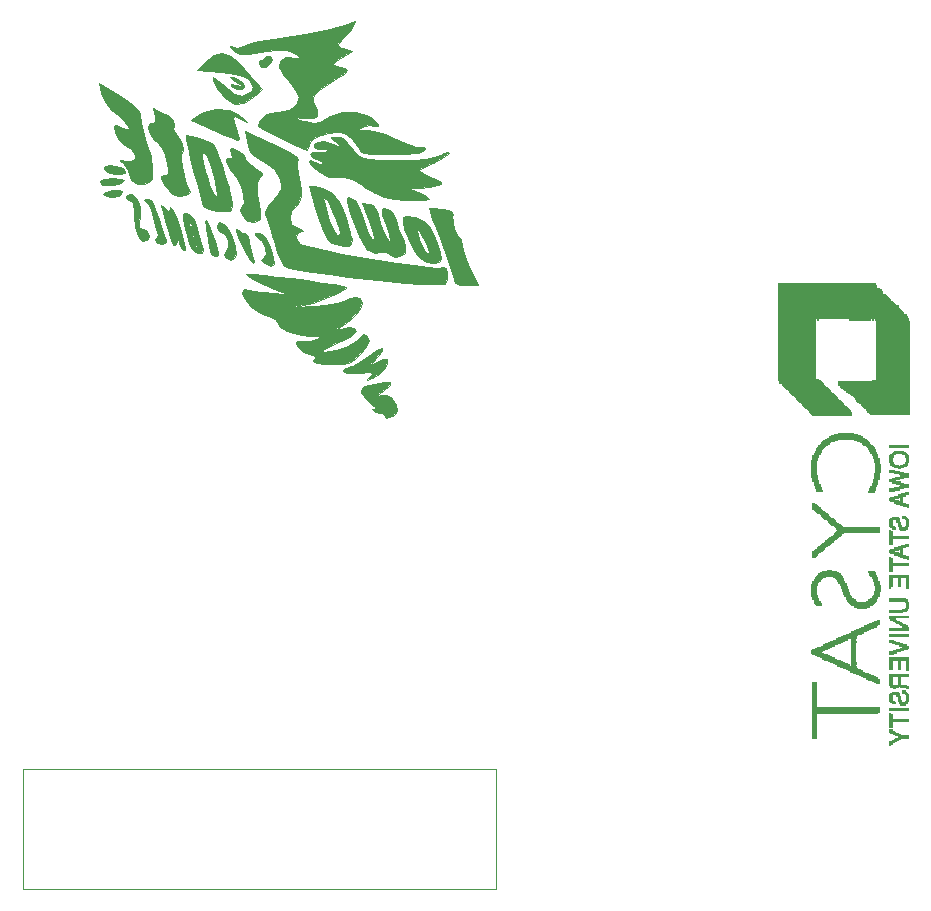
<source format=gbr>
G04 #@! TF.GenerationSoftware,KiCad,Pcbnew,5.0.0*
G04 #@! TF.CreationDate,2018-07-28T22:46:17-05:00*
G04 #@! TF.ProjectId,breakout,627265616B6F75742E6B696361645F70,rev?*
G04 #@! TF.SameCoordinates,Original*
G04 #@! TF.FileFunction,Legend,Bot*
G04 #@! TF.FilePolarity,Positive*
%FSLAX46Y46*%
G04 Gerber Fmt 4.6, Leading zero omitted, Abs format (unit mm)*
G04 Created by KiCad (PCBNEW 5.0.0) date Sat Jul 28 22:46:17 2018*
%MOMM*%
%LPD*%
G01*
G04 APERTURE LIST*
%ADD10C,0.010000*%
%ADD11C,0.120000*%
%ADD12C,0.150000*%
G04 APERTURE END LIST*
D10*
G04 #@! TO.C,G\002A\002A\002A*
G36*
X130276579Y-127352743D02*
X129530813Y-127538159D01*
X129202626Y-127731955D01*
X129181238Y-128024839D01*
X129238403Y-128202809D01*
X129636199Y-128772797D01*
X130091940Y-129116290D01*
X130439416Y-129355116D01*
X130335309Y-129454504D01*
X130331410Y-129454595D01*
X130069164Y-129500645D01*
X130285141Y-129686938D01*
X130318645Y-129708263D01*
X130762993Y-129854898D01*
X130920224Y-129822074D01*
X131121691Y-129887952D01*
X131133516Y-129973400D01*
X131299467Y-130236514D01*
X131786886Y-130084005D01*
X131925928Y-130000827D01*
X132173238Y-129688914D01*
X132101025Y-129153266D01*
X132050092Y-129002290D01*
X131742212Y-128455718D01*
X131266811Y-128317433D01*
X131123995Y-128329069D01*
X130465094Y-128406853D01*
X131129521Y-127879460D01*
X131588262Y-127446783D01*
X131589710Y-127225405D01*
X131118363Y-127205753D01*
X130276579Y-127352743D01*
X130276579Y-127352743D01*
G37*
X130276579Y-127352743D02*
X129530813Y-127538159D01*
X129202626Y-127731955D01*
X129181238Y-128024839D01*
X129238403Y-128202809D01*
X129636199Y-128772797D01*
X130091940Y-129116290D01*
X130439416Y-129355116D01*
X130335309Y-129454504D01*
X130331410Y-129454595D01*
X130069164Y-129500645D01*
X130285141Y-129686938D01*
X130318645Y-129708263D01*
X130762993Y-129854898D01*
X130920224Y-129822074D01*
X131121691Y-129887952D01*
X131133516Y-129973400D01*
X131299467Y-130236514D01*
X131786886Y-130084005D01*
X131925928Y-130000827D01*
X132173238Y-129688914D01*
X132101025Y-129153266D01*
X132050092Y-129002290D01*
X131742212Y-128455718D01*
X131266811Y-128317433D01*
X131123995Y-128329069D01*
X130465094Y-128406853D01*
X131129521Y-127879460D01*
X131588262Y-127446783D01*
X131589710Y-127225405D01*
X131118363Y-127205753D01*
X130276579Y-127352743D01*
G36*
X130642292Y-124375832D02*
X130059065Y-124765832D01*
X129886978Y-124911401D01*
X129173652Y-125445157D01*
X128491114Y-125813310D01*
X128321244Y-125870090D01*
X127744200Y-126087324D01*
X127645042Y-126290187D01*
X127967786Y-126433875D01*
X128656446Y-126473583D01*
X129043663Y-126448253D01*
X129822253Y-126386949D01*
X130146733Y-126414572D01*
X130093276Y-126551216D01*
X129928350Y-126681604D01*
X129648339Y-126956890D01*
X129709514Y-127048127D01*
X130098094Y-126895278D01*
X130657425Y-126524315D01*
X130696406Y-126493984D01*
X131181301Y-126007138D01*
X131399882Y-125579387D01*
X131400884Y-125558195D01*
X131334550Y-125239891D01*
X131053204Y-125231649D01*
X130514359Y-125480203D01*
X129930358Y-125783858D01*
X130534382Y-125126157D01*
X130945190Y-124577636D01*
X130959413Y-124320314D01*
X130642292Y-124375832D01*
X130642292Y-124375832D01*
G37*
X130642292Y-124375832D02*
X130059065Y-124765832D01*
X129886978Y-124911401D01*
X129173652Y-125445157D01*
X128491114Y-125813310D01*
X128321244Y-125870090D01*
X127744200Y-126087324D01*
X127645042Y-126290187D01*
X127967786Y-126433875D01*
X128656446Y-126473583D01*
X129043663Y-126448253D01*
X129822253Y-126386949D01*
X130146733Y-126414572D01*
X130093276Y-126551216D01*
X129928350Y-126681604D01*
X129648339Y-126956890D01*
X129709514Y-127048127D01*
X130098094Y-126895278D01*
X130657425Y-126524315D01*
X130696406Y-126493984D01*
X131181301Y-126007138D01*
X131399882Y-125579387D01*
X131400884Y-125558195D01*
X131334550Y-125239891D01*
X131053204Y-125231649D01*
X130514359Y-125480203D01*
X129930358Y-125783858D01*
X130534382Y-125126157D01*
X130945190Y-124577636D01*
X130959413Y-124320314D01*
X130642292Y-124375832D01*
G36*
X119464313Y-118040838D02*
X119574759Y-118243358D01*
X120071969Y-118566819D01*
X120840028Y-118949797D01*
X121763022Y-119330865D01*
X122176673Y-119478163D01*
X123246147Y-119839379D01*
X121775621Y-119699751D01*
X120829472Y-119590720D01*
X120020755Y-119464848D01*
X119703516Y-119396099D01*
X119233294Y-119366851D01*
X119101937Y-119677078D01*
X119322123Y-120219101D01*
X119874014Y-120820108D01*
X120594607Y-121336086D01*
X121299867Y-121618976D01*
X121836915Y-121844801D01*
X122042989Y-122148875D01*
X122284012Y-122519416D01*
X122906068Y-122876682D01*
X123757638Y-123159114D01*
X124687201Y-123305154D01*
X124908612Y-123313099D01*
X125519883Y-123340784D01*
X125660733Y-123433436D01*
X125432569Y-123604591D01*
X124801802Y-123762235D01*
X124274622Y-123719622D01*
X123777681Y-123701167D01*
X123642807Y-123920063D01*
X123825690Y-124266094D01*
X124282020Y-124629048D01*
X124719930Y-124827246D01*
X125228244Y-125031439D01*
X125356053Y-125150629D01*
X125302473Y-125161457D01*
X125080945Y-125324688D01*
X125117726Y-125443916D01*
X125456695Y-125591726D01*
X126154188Y-125688825D01*
X126758283Y-125711284D01*
X127686842Y-125669156D01*
X128305963Y-125491501D01*
X128837721Y-125101415D01*
X129015135Y-124929746D01*
X129509822Y-124342813D01*
X129779789Y-123843094D01*
X129796673Y-123742367D01*
X129657750Y-123293396D01*
X129364972Y-123150181D01*
X129105731Y-123400932D01*
X128740234Y-123774181D01*
X128032704Y-124153045D01*
X127169496Y-124460983D01*
X126336965Y-124621456D01*
X126114947Y-124629305D01*
X125766884Y-124594332D01*
X125822862Y-124481604D01*
X126325256Y-124251852D01*
X126670412Y-124114593D01*
X127491539Y-123761855D01*
X128139748Y-123427399D01*
X128341465Y-123292256D01*
X128709213Y-122853474D01*
X128593629Y-122599146D01*
X128028364Y-122577065D01*
X127858252Y-122605904D01*
X126989305Y-122775787D01*
X127863705Y-122238887D01*
X128602562Y-121654152D01*
X129055049Y-121044290D01*
X129219430Y-120502103D01*
X129093969Y-120120392D01*
X128676928Y-119991961D01*
X127966573Y-120209610D01*
X127901055Y-120242663D01*
X127152713Y-120502348D01*
X126121952Y-120705437D01*
X125263492Y-120791860D01*
X123513516Y-120882067D01*
X125066732Y-120485087D01*
X125958610Y-120211928D01*
X126803246Y-119878920D01*
X127474918Y-119545934D01*
X127847907Y-119272841D01*
X127866597Y-119151728D01*
X127564742Y-119070370D01*
X126848555Y-118943980D01*
X125828939Y-118787221D01*
X124616794Y-118614755D01*
X123323023Y-118441246D01*
X122058528Y-118281355D01*
X120934209Y-118149746D01*
X120060969Y-118061081D01*
X119549709Y-118030022D01*
X119464313Y-118040838D01*
X119464313Y-118040838D01*
G37*
X119464313Y-118040838D02*
X119574759Y-118243358D01*
X120071969Y-118566819D01*
X120840028Y-118949797D01*
X121763022Y-119330865D01*
X122176673Y-119478163D01*
X123246147Y-119839379D01*
X121775621Y-119699751D01*
X120829472Y-119590720D01*
X120020755Y-119464848D01*
X119703516Y-119396099D01*
X119233294Y-119366851D01*
X119101937Y-119677078D01*
X119322123Y-120219101D01*
X119874014Y-120820108D01*
X120594607Y-121336086D01*
X121299867Y-121618976D01*
X121836915Y-121844801D01*
X122042989Y-122148875D01*
X122284012Y-122519416D01*
X122906068Y-122876682D01*
X123757638Y-123159114D01*
X124687201Y-123305154D01*
X124908612Y-123313099D01*
X125519883Y-123340784D01*
X125660733Y-123433436D01*
X125432569Y-123604591D01*
X124801802Y-123762235D01*
X124274622Y-123719622D01*
X123777681Y-123701167D01*
X123642807Y-123920063D01*
X123825690Y-124266094D01*
X124282020Y-124629048D01*
X124719930Y-124827246D01*
X125228244Y-125031439D01*
X125356053Y-125150629D01*
X125302473Y-125161457D01*
X125080945Y-125324688D01*
X125117726Y-125443916D01*
X125456695Y-125591726D01*
X126154188Y-125688825D01*
X126758283Y-125711284D01*
X127686842Y-125669156D01*
X128305963Y-125491501D01*
X128837721Y-125101415D01*
X129015135Y-124929746D01*
X129509822Y-124342813D01*
X129779789Y-123843094D01*
X129796673Y-123742367D01*
X129657750Y-123293396D01*
X129364972Y-123150181D01*
X129105731Y-123400932D01*
X128740234Y-123774181D01*
X128032704Y-124153045D01*
X127169496Y-124460983D01*
X126336965Y-124621456D01*
X126114947Y-124629305D01*
X125766884Y-124594332D01*
X125822862Y-124481604D01*
X126325256Y-124251852D01*
X126670412Y-124114593D01*
X127491539Y-123761855D01*
X128139748Y-123427399D01*
X128341465Y-123292256D01*
X128709213Y-122853474D01*
X128593629Y-122599146D01*
X128028364Y-122577065D01*
X127858252Y-122605904D01*
X126989305Y-122775787D01*
X127863705Y-122238887D01*
X128602562Y-121654152D01*
X129055049Y-121044290D01*
X129219430Y-120502103D01*
X129093969Y-120120392D01*
X128676928Y-119991961D01*
X127966573Y-120209610D01*
X127901055Y-120242663D01*
X127152713Y-120502348D01*
X126121952Y-120705437D01*
X125263492Y-120791860D01*
X123513516Y-120882067D01*
X125066732Y-120485087D01*
X125958610Y-120211928D01*
X126803246Y-119878920D01*
X127474918Y-119545934D01*
X127847907Y-119272841D01*
X127866597Y-119151728D01*
X127564742Y-119070370D01*
X126848555Y-118943980D01*
X125828939Y-118787221D01*
X124616794Y-118614755D01*
X123323023Y-118441246D01*
X122058528Y-118281355D01*
X120934209Y-118149746D01*
X120060969Y-118061081D01*
X119549709Y-118030022D01*
X119464313Y-118040838D01*
G36*
X134968221Y-112447635D02*
X134934430Y-112463352D01*
X134985745Y-112737673D01*
X135204625Y-113401414D01*
X135554428Y-114349784D01*
X135923022Y-115290676D01*
X136369906Y-116449110D01*
X136728439Y-117463347D01*
X136956149Y-118207827D01*
X137015621Y-118520533D01*
X137120294Y-118859085D01*
X137524775Y-119004488D01*
X138046071Y-119027074D01*
X139076521Y-119027074D01*
X138416164Y-117647256D01*
X138040713Y-116768028D01*
X137785184Y-115990844D01*
X137719924Y-115642181D01*
X137628564Y-115159898D01*
X137509671Y-115016736D01*
X137291951Y-114788010D01*
X137071253Y-114248496D01*
X136914437Y-113617565D01*
X136888364Y-113114587D01*
X136907510Y-113041053D01*
X136795215Y-112750580D01*
X136181613Y-112546697D01*
X136041320Y-112522091D01*
X135370042Y-112441823D01*
X134968221Y-112447635D01*
X134968221Y-112447635D01*
G37*
X134968221Y-112447635D02*
X134934430Y-112463352D01*
X134985745Y-112737673D01*
X135204625Y-113401414D01*
X135554428Y-114349784D01*
X135923022Y-115290676D01*
X136369906Y-116449110D01*
X136728439Y-117463347D01*
X136956149Y-118207827D01*
X137015621Y-118520533D01*
X137120294Y-118859085D01*
X137524775Y-119004488D01*
X138046071Y-119027074D01*
X139076521Y-119027074D01*
X138416164Y-117647256D01*
X138040713Y-116768028D01*
X137785184Y-115990844D01*
X137719924Y-115642181D01*
X137628564Y-115159898D01*
X137509671Y-115016736D01*
X137291951Y-114788010D01*
X137071253Y-114248496D01*
X136914437Y-113617565D01*
X136888364Y-113114587D01*
X136907510Y-113041053D01*
X136795215Y-112750580D01*
X136181613Y-112546697D01*
X136041320Y-112522091D01*
X135370042Y-112441823D01*
X134968221Y-112447635D01*
G36*
X119515368Y-106804898D02*
X119713057Y-107575497D01*
X119984166Y-108017636D01*
X120489773Y-108330358D01*
X120890816Y-108504555D01*
X121787314Y-109140647D01*
X122206380Y-109832721D01*
X122424951Y-110428489D01*
X122415198Y-110847002D01*
X122127137Y-111304473D01*
X121769561Y-111722193D01*
X121302712Y-112348885D01*
X121069009Y-112855764D01*
X121068300Y-113006324D01*
X121205005Y-113417361D01*
X121443089Y-114182004D01*
X121732994Y-115140867D01*
X121756230Y-115218806D01*
X122074583Y-116177876D01*
X122388350Y-116942180D01*
X122633350Y-117356853D01*
X122647763Y-117370040D01*
X123046896Y-117515419D01*
X123876956Y-117689419D01*
X125048901Y-117882238D01*
X126473694Y-118084075D01*
X128062293Y-118285128D01*
X129725660Y-118475596D01*
X131374754Y-118645677D01*
X132920536Y-118785570D01*
X134273966Y-118885473D01*
X135346005Y-118935583D01*
X136047612Y-118926101D01*
X136280697Y-118870769D01*
X136461298Y-118473002D01*
X136477404Y-117967236D01*
X136351129Y-117574117D01*
X136142854Y-117495367D01*
X135695495Y-117521857D01*
X134822197Y-117457290D01*
X133620893Y-117317862D01*
X132189515Y-117119769D01*
X130625995Y-116879207D01*
X129028265Y-116612373D01*
X127494258Y-116335461D01*
X126121905Y-116064669D01*
X125009139Y-115816192D01*
X124253892Y-115606227D01*
X123981410Y-115484104D01*
X123674547Y-115035538D01*
X123748179Y-114627541D01*
X124115094Y-114460703D01*
X124273037Y-114383265D01*
X123929045Y-114201555D01*
X123847726Y-114171054D01*
X123265560Y-113792076D01*
X123112463Y-113256372D01*
X123190997Y-112764433D01*
X123334652Y-112610232D01*
X123610728Y-112400533D01*
X123900725Y-111967676D01*
X124086835Y-111463220D01*
X124085372Y-110861428D01*
X123895372Y-109962490D01*
X123890973Y-109945300D01*
X123702369Y-109029095D01*
X123722879Y-108521873D01*
X123830575Y-108382066D01*
X123731926Y-108201217D01*
X123232229Y-107859521D01*
X122419700Y-107411920D01*
X121727497Y-107072267D01*
X119331179Y-105945881D01*
X119515368Y-106804898D01*
X119515368Y-106804898D01*
G37*
X119515368Y-106804898D02*
X119713057Y-107575497D01*
X119984166Y-108017636D01*
X120489773Y-108330358D01*
X120890816Y-108504555D01*
X121787314Y-109140647D01*
X122206380Y-109832721D01*
X122424951Y-110428489D01*
X122415198Y-110847002D01*
X122127137Y-111304473D01*
X121769561Y-111722193D01*
X121302712Y-112348885D01*
X121069009Y-112855764D01*
X121068300Y-113006324D01*
X121205005Y-113417361D01*
X121443089Y-114182004D01*
X121732994Y-115140867D01*
X121756230Y-115218806D01*
X122074583Y-116177876D01*
X122388350Y-116942180D01*
X122633350Y-117356853D01*
X122647763Y-117370040D01*
X123046896Y-117515419D01*
X123876956Y-117689419D01*
X125048901Y-117882238D01*
X126473694Y-118084075D01*
X128062293Y-118285128D01*
X129725660Y-118475596D01*
X131374754Y-118645677D01*
X132920536Y-118785570D01*
X134273966Y-118885473D01*
X135346005Y-118935583D01*
X136047612Y-118926101D01*
X136280697Y-118870769D01*
X136461298Y-118473002D01*
X136477404Y-117967236D01*
X136351129Y-117574117D01*
X136142854Y-117495367D01*
X135695495Y-117521857D01*
X134822197Y-117457290D01*
X133620893Y-117317862D01*
X132189515Y-117119769D01*
X130625995Y-116879207D01*
X129028265Y-116612373D01*
X127494258Y-116335461D01*
X126121905Y-116064669D01*
X125009139Y-115816192D01*
X124253892Y-115606227D01*
X123981410Y-115484104D01*
X123674547Y-115035538D01*
X123748179Y-114627541D01*
X124115094Y-114460703D01*
X124273037Y-114383265D01*
X123929045Y-114201555D01*
X123847726Y-114171054D01*
X123265560Y-113792076D01*
X123112463Y-113256372D01*
X123190997Y-112764433D01*
X123334652Y-112610232D01*
X123610728Y-112400533D01*
X123900725Y-111967676D01*
X124086835Y-111463220D01*
X124085372Y-110861428D01*
X123895372Y-109962490D01*
X123890973Y-109945300D01*
X123702369Y-109029095D01*
X123722879Y-108521873D01*
X123830575Y-108382066D01*
X123731926Y-108201217D01*
X123232229Y-107859521D01*
X122419700Y-107411920D01*
X121727497Y-107072267D01*
X119331179Y-105945881D01*
X119515368Y-106804898D01*
G36*
X120225682Y-114620229D02*
X120199984Y-114645806D01*
X120248570Y-114872239D01*
X120389215Y-114947508D01*
X120784197Y-115289460D01*
X121036513Y-115847965D01*
X121076118Y-116395042D01*
X120917035Y-116665417D01*
X120724184Y-116905963D01*
X120973516Y-117151401D01*
X121527534Y-117403814D01*
X121765880Y-117228520D01*
X121775621Y-117119673D01*
X121663514Y-116312100D01*
X121377304Y-115540357D01*
X120992153Y-114922456D01*
X120583224Y-114576410D01*
X120225682Y-114620229D01*
X120225682Y-114620229D01*
G37*
X120225682Y-114620229D02*
X120199984Y-114645806D01*
X120248570Y-114872239D01*
X120389215Y-114947508D01*
X120784197Y-115289460D01*
X121036513Y-115847965D01*
X121076118Y-116395042D01*
X120917035Y-116665417D01*
X120724184Y-116905963D01*
X120973516Y-117151401D01*
X121527534Y-117403814D01*
X121765880Y-117228520D01*
X121775621Y-117119673D01*
X121663514Y-116312100D01*
X121377304Y-115540357D01*
X120992153Y-114922456D01*
X120583224Y-114576410D01*
X120225682Y-114620229D01*
G36*
X132752388Y-113269591D02*
X132679256Y-113597301D01*
X132817920Y-114232154D01*
X133107443Y-115021335D01*
X133486888Y-115812030D01*
X133895320Y-116451425D01*
X134115360Y-116687600D01*
X134691345Y-117013188D01*
X135308420Y-117144166D01*
X135784447Y-117067203D01*
X135942122Y-116821284D01*
X135834012Y-116282321D01*
X135810591Y-116211118D01*
X134876673Y-116211118D01*
X134785008Y-116379841D01*
X134551854Y-116128355D01*
X134239978Y-115530643D01*
X134178947Y-115388702D01*
X133955940Y-114741008D01*
X133900885Y-114325859D01*
X133921712Y-114278176D01*
X134085223Y-114415029D01*
X134351811Y-114866621D01*
X134630748Y-115449312D01*
X134831307Y-115979461D01*
X134876673Y-116211118D01*
X135810591Y-116211118D01*
X135569724Y-115478863D01*
X135227224Y-114627163D01*
X134937792Y-114035648D01*
X134470746Y-113589475D01*
X133771157Y-113276071D01*
X133079060Y-113179577D01*
X132752388Y-113269591D01*
X132752388Y-113269591D01*
G37*
X132752388Y-113269591D02*
X132679256Y-113597301D01*
X132817920Y-114232154D01*
X133107443Y-115021335D01*
X133486888Y-115812030D01*
X133895320Y-116451425D01*
X134115360Y-116687600D01*
X134691345Y-117013188D01*
X135308420Y-117144166D01*
X135784447Y-117067203D01*
X135942122Y-116821284D01*
X135834012Y-116282321D01*
X135810591Y-116211118D01*
X134876673Y-116211118D01*
X134785008Y-116379841D01*
X134551854Y-116128355D01*
X134239978Y-115530643D01*
X134178947Y-115388702D01*
X133955940Y-114741008D01*
X133900885Y-114325859D01*
X133921712Y-114278176D01*
X134085223Y-114415029D01*
X134351811Y-114866621D01*
X134630748Y-115449312D01*
X134831307Y-115979461D01*
X134876673Y-116211118D01*
X135810591Y-116211118D01*
X135569724Y-115478863D01*
X135227224Y-114627163D01*
X134937792Y-114035648D01*
X134470746Y-113589475D01*
X133771157Y-113276071D01*
X133079060Y-113179577D01*
X132752388Y-113269591D01*
G36*
X118578907Y-114420981D02*
X118757828Y-114940283D01*
X119059443Y-115621873D01*
X119411538Y-116315278D01*
X119741898Y-116870024D01*
X119978306Y-117135638D01*
X119999489Y-117141168D01*
X120107989Y-116953191D01*
X120043585Y-116687600D01*
X119867338Y-116091510D01*
X119713489Y-115356067D01*
X119559825Y-114810103D01*
X119375726Y-114616236D01*
X119353658Y-114625165D01*
X119041555Y-114571202D01*
X118970948Y-114486172D01*
X118662981Y-114226320D01*
X118594897Y-114214442D01*
X118578907Y-114420981D01*
X118578907Y-114420981D01*
G37*
X118578907Y-114420981D02*
X118757828Y-114940283D01*
X119059443Y-115621873D01*
X119411538Y-116315278D01*
X119741898Y-116870024D01*
X119978306Y-117135638D01*
X119999489Y-117141168D01*
X120107989Y-116953191D01*
X120043585Y-116687600D01*
X119867338Y-116091510D01*
X119713489Y-115356067D01*
X119559825Y-114810103D01*
X119375726Y-114616236D01*
X119353658Y-114625165D01*
X119041555Y-114571202D01*
X118970948Y-114486172D01*
X118662981Y-114226320D01*
X118594897Y-114214442D01*
X118578907Y-114420981D01*
G36*
X116969871Y-113962555D02*
X116962989Y-114080758D01*
X117162123Y-114435560D01*
X117335057Y-114481811D01*
X117671719Y-114706708D01*
X117889096Y-115217549D01*
X117924629Y-115768558D01*
X117746345Y-116097609D01*
X117569383Y-116420041D01*
X117767595Y-116751999D01*
X118181926Y-116888127D01*
X118502162Y-116667566D01*
X118567200Y-116393287D01*
X118468199Y-115715863D01*
X118225026Y-114921454D01*
X117918420Y-114232005D01*
X117654457Y-113884326D01*
X117174287Y-113696611D01*
X116969871Y-113962555D01*
X116969871Y-113962555D01*
G37*
X116969871Y-113962555D02*
X116962989Y-114080758D01*
X117162123Y-114435560D01*
X117335057Y-114481811D01*
X117671719Y-114706708D01*
X117889096Y-115217549D01*
X117924629Y-115768558D01*
X117746345Y-116097609D01*
X117569383Y-116420041D01*
X117767595Y-116751999D01*
X118181926Y-116888127D01*
X118502162Y-116667566D01*
X118567200Y-116393287D01*
X118468199Y-115715863D01*
X118225026Y-114921454D01*
X117918420Y-114232005D01*
X117654457Y-113884326D01*
X117174287Y-113696611D01*
X116969871Y-113962555D01*
G36*
X127946504Y-111761609D02*
X128059177Y-112331528D01*
X128308322Y-113126834D01*
X128645291Y-114019756D01*
X129021440Y-114882520D01*
X129388123Y-115587352D01*
X129696693Y-116006480D01*
X129726953Y-116031102D01*
X130359797Y-116251517D01*
X130782919Y-116230647D01*
X131309006Y-116218977D01*
X131533962Y-116352408D01*
X131946990Y-116597971D01*
X132497304Y-116557706D01*
X132889906Y-116260542D01*
X132909238Y-116217540D01*
X132903926Y-115723223D01*
X132689979Y-115032105D01*
X132636952Y-114914453D01*
X132320162Y-114134202D01*
X132123968Y-113446590D01*
X132116338Y-113401265D01*
X131810663Y-112826276D01*
X131444443Y-112574020D01*
X131056589Y-112471686D01*
X130902086Y-112599034D01*
X130969647Y-113043501D01*
X131247984Y-113892524D01*
X131267200Y-113947074D01*
X131507649Y-114702411D01*
X131639813Y-115262787D01*
X131649366Y-115384373D01*
X131554614Y-115369096D01*
X131338177Y-114991832D01*
X131061729Y-114392911D01*
X130786947Y-113712665D01*
X130575507Y-113091421D01*
X130497834Y-112764298D01*
X130185182Y-112263117D01*
X129834811Y-112123300D01*
X129255196Y-112037420D01*
X129819416Y-113545433D01*
X130096069Y-114365635D01*
X130243473Y-114969428D01*
X130239502Y-115197579D01*
X130065469Y-115069652D01*
X129791582Y-114576686D01*
X129482669Y-113862388D01*
X129203560Y-113070465D01*
X129079319Y-112625834D01*
X128709979Y-111851066D01*
X128100231Y-111548864D01*
X128018947Y-111544852D01*
X127946504Y-111761609D01*
X127946504Y-111761609D01*
G37*
X127946504Y-111761609D02*
X128059177Y-112331528D01*
X128308322Y-113126834D01*
X128645291Y-114019756D01*
X129021440Y-114882520D01*
X129388123Y-115587352D01*
X129696693Y-116006480D01*
X129726953Y-116031102D01*
X130359797Y-116251517D01*
X130782919Y-116230647D01*
X131309006Y-116218977D01*
X131533962Y-116352408D01*
X131946990Y-116597971D01*
X132497304Y-116557706D01*
X132889906Y-116260542D01*
X132909238Y-116217540D01*
X132903926Y-115723223D01*
X132689979Y-115032105D01*
X132636952Y-114914453D01*
X132320162Y-114134202D01*
X132123968Y-113446590D01*
X132116338Y-113401265D01*
X131810663Y-112826276D01*
X131444443Y-112574020D01*
X131056589Y-112471686D01*
X130902086Y-112599034D01*
X130969647Y-113043501D01*
X131247984Y-113892524D01*
X131267200Y-113947074D01*
X131507649Y-114702411D01*
X131639813Y-115262787D01*
X131649366Y-115384373D01*
X131554614Y-115369096D01*
X131338177Y-114991832D01*
X131061729Y-114392911D01*
X130786947Y-113712665D01*
X130575507Y-113091421D01*
X130497834Y-112764298D01*
X130185182Y-112263117D01*
X129834811Y-112123300D01*
X129255196Y-112037420D01*
X129819416Y-113545433D01*
X130096069Y-114365635D01*
X130243473Y-114969428D01*
X130239502Y-115197579D01*
X130065469Y-115069652D01*
X129791582Y-114576686D01*
X129482669Y-113862388D01*
X129203560Y-113070465D01*
X129079319Y-112625834D01*
X128709979Y-111851066D01*
X128100231Y-111548864D01*
X128018947Y-111544852D01*
X127946504Y-111761609D01*
G36*
X115954382Y-113549932D02*
X116010850Y-114041105D01*
X116047746Y-114214442D01*
X116206866Y-115060666D01*
X116298743Y-115804554D01*
X116299648Y-115818653D01*
X116479499Y-116358311D01*
X116760729Y-116568717D01*
X116986319Y-116565640D01*
X117046352Y-116360253D01*
X116941954Y-115838482D01*
X116773926Y-115231875D01*
X116496871Y-114382987D01*
X116239715Y-113780170D01*
X116044777Y-113482719D01*
X115954382Y-113549932D01*
X115954382Y-113549932D01*
G37*
X115954382Y-113549932D02*
X116010850Y-114041105D01*
X116047746Y-114214442D01*
X116206866Y-115060666D01*
X116298743Y-115804554D01*
X116299648Y-115818653D01*
X116479499Y-116358311D01*
X116760729Y-116568717D01*
X116986319Y-116565640D01*
X117046352Y-116360253D01*
X116941954Y-115838482D01*
X116773926Y-115231875D01*
X116496871Y-114382987D01*
X116239715Y-113780170D01*
X116044777Y-113482719D01*
X115954382Y-113549932D01*
G36*
X114107196Y-112970587D02*
X114079549Y-113303232D01*
X114189741Y-113954060D01*
X114390189Y-114739695D01*
X114633309Y-115476760D01*
X114871517Y-115981881D01*
X114898268Y-116019179D01*
X115296438Y-116317037D01*
X115667251Y-116326237D01*
X115818669Y-116068746D01*
X115783618Y-115917913D01*
X115709154Y-115684969D01*
X115358779Y-115684969D01*
X115225094Y-115818653D01*
X115091410Y-115684969D01*
X115225094Y-115551284D01*
X115358779Y-115684969D01*
X115709154Y-115684969D01*
X115617605Y-115398582D01*
X115474461Y-114882863D01*
X115091410Y-114882863D01*
X114957726Y-115016548D01*
X114824042Y-114882863D01*
X114957726Y-114749179D01*
X115091410Y-114882863D01*
X115474461Y-114882863D01*
X115399106Y-114611379D01*
X115316486Y-114290931D01*
X115189604Y-113947074D01*
X114824042Y-113947074D01*
X114726216Y-114167148D01*
X114645796Y-114125320D01*
X114613797Y-113808016D01*
X114645796Y-113768828D01*
X114804746Y-113805530D01*
X114824042Y-113947074D01*
X115189604Y-113947074D01*
X115006420Y-113450637D01*
X114620647Y-112955625D01*
X114230137Y-112883383D01*
X114107196Y-112970587D01*
X114107196Y-112970587D01*
G37*
X114107196Y-112970587D02*
X114079549Y-113303232D01*
X114189741Y-113954060D01*
X114390189Y-114739695D01*
X114633309Y-115476760D01*
X114871517Y-115981881D01*
X114898268Y-116019179D01*
X115296438Y-116317037D01*
X115667251Y-116326237D01*
X115818669Y-116068746D01*
X115783618Y-115917913D01*
X115709154Y-115684969D01*
X115358779Y-115684969D01*
X115225094Y-115818653D01*
X115091410Y-115684969D01*
X115225094Y-115551284D01*
X115358779Y-115684969D01*
X115709154Y-115684969D01*
X115617605Y-115398582D01*
X115474461Y-114882863D01*
X115091410Y-114882863D01*
X114957726Y-115016548D01*
X114824042Y-114882863D01*
X114957726Y-114749179D01*
X115091410Y-114882863D01*
X115474461Y-114882863D01*
X115399106Y-114611379D01*
X115316486Y-114290931D01*
X115189604Y-113947074D01*
X114824042Y-113947074D01*
X114726216Y-114167148D01*
X114645796Y-114125320D01*
X114613797Y-113808016D01*
X114645796Y-113768828D01*
X114804746Y-113805530D01*
X114824042Y-113947074D01*
X115189604Y-113947074D01*
X115006420Y-113450637D01*
X114620647Y-112955625D01*
X114230137Y-112883383D01*
X114107196Y-112970587D01*
G36*
X112225932Y-112342863D02*
X112361645Y-112802625D01*
X112592748Y-113588443D01*
X112815780Y-114348127D01*
X113084744Y-115195162D01*
X113273983Y-115582312D01*
X113422889Y-115570991D01*
X113501693Y-115417600D01*
X113667730Y-115083637D01*
X113730543Y-115241057D01*
X113735776Y-115334979D01*
X113851039Y-115709513D01*
X114070943Y-115991732D01*
X114253011Y-116034833D01*
X114285367Y-115901274D01*
X114208805Y-115547140D01*
X114014373Y-114850503D01*
X113804247Y-114156655D01*
X113464526Y-113162107D01*
X113192436Y-112547574D01*
X113013347Y-112358924D01*
X112952463Y-112616772D01*
X112835975Y-112753477D01*
X112529584Y-112460808D01*
X112247418Y-112182085D01*
X112225932Y-112342863D01*
X112225932Y-112342863D01*
G37*
X112225932Y-112342863D02*
X112361645Y-112802625D01*
X112592748Y-113588443D01*
X112815780Y-114348127D01*
X113084744Y-115195162D01*
X113273983Y-115582312D01*
X113422889Y-115570991D01*
X113501693Y-115417600D01*
X113667730Y-115083637D01*
X113730543Y-115241057D01*
X113735776Y-115334979D01*
X113851039Y-115709513D01*
X114070943Y-115991732D01*
X114253011Y-116034833D01*
X114285367Y-115901274D01*
X114208805Y-115547140D01*
X114014373Y-114850503D01*
X113804247Y-114156655D01*
X113464526Y-113162107D01*
X113192436Y-112547574D01*
X113013347Y-112358924D01*
X112952463Y-112616772D01*
X112835975Y-112753477D01*
X112529584Y-112460808D01*
X112247418Y-112182085D01*
X112225932Y-112342863D01*
G36*
X124775093Y-110591111D02*
X124805717Y-110874319D01*
X124976177Y-111544269D01*
X125254477Y-112481328D01*
X125416556Y-112989592D01*
X125841065Y-114192595D01*
X126197365Y-114952073D01*
X126527563Y-115347735D01*
X126710013Y-115438228D01*
X127387939Y-115629457D01*
X127702067Y-115717059D01*
X128172711Y-115683136D01*
X128322656Y-115556933D01*
X128360363Y-115135941D01*
X128267194Y-114663124D01*
X127390358Y-114663124D01*
X127186205Y-114748109D01*
X127148122Y-114749179D01*
X126929964Y-114518806D01*
X126642218Y-113931211D01*
X126479701Y-113498393D01*
X126190193Y-112541198D01*
X126064497Y-111882417D01*
X126110304Y-111593696D01*
X126285347Y-111687811D01*
X126465508Y-112030952D01*
X126737605Y-112689918D01*
X127029870Y-113471470D01*
X127270535Y-114182371D01*
X127387833Y-114629383D01*
X127390358Y-114663124D01*
X128267194Y-114663124D01*
X128227878Y-114463607D01*
X128185474Y-114326950D01*
X127963854Y-113617232D01*
X127826740Y-113107987D01*
X127817664Y-113062178D01*
X127416578Y-112024595D01*
X126687533Y-111191727D01*
X125867595Y-110758349D01*
X125209203Y-110608109D01*
X124811050Y-110576441D01*
X124775093Y-110591111D01*
X124775093Y-110591111D01*
G37*
X124775093Y-110591111D02*
X124805717Y-110874319D01*
X124976177Y-111544269D01*
X125254477Y-112481328D01*
X125416556Y-112989592D01*
X125841065Y-114192595D01*
X126197365Y-114952073D01*
X126527563Y-115347735D01*
X126710013Y-115438228D01*
X127387939Y-115629457D01*
X127702067Y-115717059D01*
X128172711Y-115683136D01*
X128322656Y-115556933D01*
X128360363Y-115135941D01*
X128267194Y-114663124D01*
X127390358Y-114663124D01*
X127186205Y-114748109D01*
X127148122Y-114749179D01*
X126929964Y-114518806D01*
X126642218Y-113931211D01*
X126479701Y-113498393D01*
X126190193Y-112541198D01*
X126064497Y-111882417D01*
X126110304Y-111593696D01*
X126285347Y-111687811D01*
X126465508Y-112030952D01*
X126737605Y-112689918D01*
X127029870Y-113471470D01*
X127270535Y-114182371D01*
X127387833Y-114629383D01*
X127390358Y-114663124D01*
X128267194Y-114663124D01*
X128227878Y-114463607D01*
X128185474Y-114326950D01*
X127963854Y-113617232D01*
X127826740Y-113107987D01*
X127817664Y-113062178D01*
X127416578Y-112024595D01*
X126687533Y-111191727D01*
X125867595Y-110758349D01*
X125209203Y-110608109D01*
X124811050Y-110576441D01*
X124775093Y-110591111D01*
G36*
X110813516Y-111794237D02*
X111020614Y-112091966D01*
X111092407Y-112123897D01*
X111336228Y-112430919D01*
X111458723Y-112881441D01*
X111633879Y-113670839D01*
X111815736Y-114214442D01*
X111939151Y-114737643D01*
X111848806Y-114972541D01*
X111709675Y-115185335D01*
X111921140Y-115435280D01*
X112328427Y-115551284D01*
X112622764Y-115386234D01*
X112616299Y-115217074D01*
X112476831Y-114790174D01*
X112248080Y-114036283D01*
X112053910Y-113374466D01*
X111753549Y-112533885D01*
X111428747Y-111922318D01*
X111215521Y-111711805D01*
X110870128Y-111695224D01*
X110813516Y-111794237D01*
X110813516Y-111794237D01*
G37*
X110813516Y-111794237D02*
X111020614Y-112091966D01*
X111092407Y-112123897D01*
X111336228Y-112430919D01*
X111458723Y-112881441D01*
X111633879Y-113670839D01*
X111815736Y-114214442D01*
X111939151Y-114737643D01*
X111848806Y-114972541D01*
X111709675Y-115185335D01*
X111921140Y-115435280D01*
X112328427Y-115551284D01*
X112622764Y-115386234D01*
X112616299Y-115217074D01*
X112476831Y-114790174D01*
X112248080Y-114036283D01*
X112053910Y-113374466D01*
X111753549Y-112533885D01*
X111428747Y-111922318D01*
X111215521Y-111711805D01*
X110870128Y-111695224D01*
X110813516Y-111794237D01*
G36*
X109282496Y-111438675D02*
X109287287Y-111607600D01*
X109580554Y-111875398D01*
X109705772Y-111876585D01*
X109892199Y-112079216D01*
X109971864Y-112758191D01*
X109971688Y-113144012D01*
X110045646Y-114125633D01*
X110281699Y-114856713D01*
X110628256Y-115250674D01*
X111033726Y-115220934D01*
X111151585Y-115124092D01*
X111223425Y-114752756D01*
X110985082Y-114364057D01*
X110639111Y-114214442D01*
X110393883Y-114080695D01*
X110376655Y-113604009D01*
X110424822Y-113306806D01*
X110446652Y-112427984D01*
X110212399Y-111712769D01*
X109784806Y-111311940D01*
X109578670Y-111273390D01*
X109282496Y-111438675D01*
X109282496Y-111438675D01*
G37*
X109282496Y-111438675D02*
X109287287Y-111607600D01*
X109580554Y-111875398D01*
X109705772Y-111876585D01*
X109892199Y-112079216D01*
X109971864Y-112758191D01*
X109971688Y-113144012D01*
X110045646Y-114125633D01*
X110281699Y-114856713D01*
X110628256Y-115250674D01*
X111033726Y-115220934D01*
X111151585Y-115124092D01*
X111223425Y-114752756D01*
X110985082Y-114364057D01*
X110639111Y-114214442D01*
X110393883Y-114080695D01*
X110376655Y-113604009D01*
X110424822Y-113306806D01*
X110446652Y-112427984D01*
X110212399Y-111712769D01*
X109784806Y-111311940D01*
X109578670Y-111273390D01*
X109282496Y-111438675D01*
G36*
X118091897Y-107503775D02*
X118175855Y-107828187D01*
X118233419Y-108227632D01*
X118061107Y-108216356D01*
X117809166Y-108204681D01*
X117759611Y-108504380D01*
X117883325Y-108944799D01*
X118151194Y-109355286D01*
X118273302Y-109460083D01*
X118662776Y-109922725D01*
X118988286Y-110624154D01*
X119198594Y-111384331D01*
X119242462Y-112023219D01*
X119094955Y-112347178D01*
X118913819Y-112634179D01*
X119083739Y-113110966D01*
X119516607Y-113541129D01*
X120060843Y-113667888D01*
X120504770Y-113464444D01*
X120600133Y-113302958D01*
X120626691Y-112813987D01*
X120508810Y-112083684D01*
X120465651Y-111915564D01*
X120316234Y-111013038D01*
X120363181Y-110247504D01*
X120584864Y-109763497D01*
X120801974Y-109668180D01*
X120800858Y-109550561D01*
X120427710Y-109257792D01*
X120238252Y-109137373D01*
X119673615Y-108705693D01*
X119380755Y-108311069D01*
X119369305Y-108245499D01*
X119150358Y-107881358D01*
X118681947Y-107570252D01*
X118206089Y-107385711D01*
X118091897Y-107503775D01*
X118091897Y-107503775D01*
G37*
X118091897Y-107503775D02*
X118175855Y-107828187D01*
X118233419Y-108227632D01*
X118061107Y-108216356D01*
X117809166Y-108204681D01*
X117759611Y-108504380D01*
X117883325Y-108944799D01*
X118151194Y-109355286D01*
X118273302Y-109460083D01*
X118662776Y-109922725D01*
X118988286Y-110624154D01*
X119198594Y-111384331D01*
X119242462Y-112023219D01*
X119094955Y-112347178D01*
X118913819Y-112634179D01*
X119083739Y-113110966D01*
X119516607Y-113541129D01*
X120060843Y-113667888D01*
X120504770Y-113464444D01*
X120600133Y-113302958D01*
X120626691Y-112813987D01*
X120508810Y-112083684D01*
X120465651Y-111915564D01*
X120316234Y-111013038D01*
X120363181Y-110247504D01*
X120584864Y-109763497D01*
X120801974Y-109668180D01*
X120800858Y-109550561D01*
X120427710Y-109257792D01*
X120238252Y-109137373D01*
X119673615Y-108705693D01*
X119380755Y-108311069D01*
X119369305Y-108245499D01*
X119150358Y-107881358D01*
X118681947Y-107570252D01*
X118206089Y-107385711D01*
X118091897Y-107503775D01*
G36*
X114324656Y-106336285D02*
X114340855Y-106624260D01*
X114472103Y-107299376D01*
X114686038Y-108234758D01*
X114950300Y-109303529D01*
X115232526Y-110378813D01*
X115500356Y-111333734D01*
X115721429Y-112041417D01*
X115863383Y-112374985D01*
X115865486Y-112377276D01*
X116255931Y-112561595D01*
X116897504Y-112699461D01*
X117567300Y-112762541D01*
X118042411Y-112722502D01*
X118132063Y-112665381D01*
X118207462Y-112205196D01*
X118142974Y-111492304D01*
X118105282Y-111343497D01*
X116929232Y-111343497D01*
X116848674Y-111488522D01*
X116658673Y-111243508D01*
X116398685Y-110663668D01*
X116108167Y-109804215D01*
X116056801Y-109628029D01*
X115791437Y-108678347D01*
X115665172Y-108131242D01*
X115667499Y-107875911D01*
X115787909Y-107801549D01*
X115883210Y-107797600D01*
X116119171Y-108051337D01*
X116392377Y-108764965D01*
X116679219Y-109867114D01*
X116860890Y-110753219D01*
X116929232Y-111343497D01*
X118105282Y-111343497D01*
X117963257Y-110782790D01*
X117946524Y-110738653D01*
X117791632Y-110272678D01*
X117554595Y-109486485D01*
X117358898Y-108805174D01*
X117076667Y-107947819D01*
X116790345Y-107308118D01*
X116611243Y-107069444D01*
X116097488Y-106814512D01*
X115420471Y-106562011D01*
X114778800Y-106375621D01*
X114371085Y-106319022D01*
X114324656Y-106336285D01*
X114324656Y-106336285D01*
G37*
X114324656Y-106336285D02*
X114340855Y-106624260D01*
X114472103Y-107299376D01*
X114686038Y-108234758D01*
X114950300Y-109303529D01*
X115232526Y-110378813D01*
X115500356Y-111333734D01*
X115721429Y-112041417D01*
X115863383Y-112374985D01*
X115865486Y-112377276D01*
X116255931Y-112561595D01*
X116897504Y-112699461D01*
X117567300Y-112762541D01*
X118042411Y-112722502D01*
X118132063Y-112665381D01*
X118207462Y-112205196D01*
X118142974Y-111492304D01*
X118105282Y-111343497D01*
X116929232Y-111343497D01*
X116848674Y-111488522D01*
X116658673Y-111243508D01*
X116398685Y-110663668D01*
X116108167Y-109804215D01*
X116056801Y-109628029D01*
X115791437Y-108678347D01*
X115665172Y-108131242D01*
X115667499Y-107875911D01*
X115787909Y-107801549D01*
X115883210Y-107797600D01*
X116119171Y-108051337D01*
X116392377Y-108764965D01*
X116679219Y-109867114D01*
X116860890Y-110753219D01*
X116929232Y-111343497D01*
X118105282Y-111343497D01*
X117963257Y-110782790D01*
X117946524Y-110738653D01*
X117791632Y-110272678D01*
X117554595Y-109486485D01*
X117358898Y-108805174D01*
X117076667Y-107947819D01*
X116790345Y-107308118D01*
X116611243Y-107069444D01*
X116097488Y-106814512D01*
X115420471Y-106562011D01*
X114778800Y-106375621D01*
X114371085Y-106319022D01*
X114324656Y-106336285D01*
G36*
X126661945Y-106483658D02*
X126720547Y-106630077D01*
X127005045Y-106853308D01*
X127321864Y-107162782D01*
X127214251Y-107243809D01*
X126749965Y-107076973D01*
X126560576Y-106980683D01*
X126027513Y-106835829D01*
X125495799Y-106877963D01*
X125151064Y-107064534D01*
X125144019Y-107305406D01*
X125506813Y-107472064D01*
X125816322Y-107444871D01*
X126225737Y-107451943D01*
X126320884Y-107586432D01*
X126098969Y-107746328D01*
X125646082Y-107730942D01*
X125029232Y-107716295D01*
X124837311Y-107910595D01*
X125113624Y-108203884D01*
X125406087Y-108340318D01*
X125872284Y-108577519D01*
X125979811Y-108762533D01*
X125660416Y-108767131D01*
X125274309Y-108611961D01*
X124826643Y-108442370D01*
X124739440Y-108564068D01*
X124985464Y-108900059D01*
X125537478Y-109373349D01*
X125545837Y-109379539D01*
X126354604Y-109815356D01*
X127137241Y-109839998D01*
X127160945Y-109835377D01*
X127725940Y-109817103D01*
X128364239Y-110029978D01*
X129225018Y-110528706D01*
X129445302Y-110673078D01*
X130325906Y-111216162D01*
X131070953Y-111531867D01*
X131913794Y-111693885D01*
X132910194Y-111767270D01*
X133857497Y-111794921D01*
X134554728Y-111776802D01*
X134870364Y-111717116D01*
X134876673Y-111704432D01*
X134657745Y-111501377D01*
X134119639Y-111212573D01*
X134007726Y-111162283D01*
X133138779Y-110782273D01*
X134074568Y-110756812D01*
X134913659Y-110690621D01*
X135624316Y-110566918D01*
X135628382Y-110565834D01*
X135962300Y-110445125D01*
X135930028Y-110300808D01*
X135478164Y-110058505D01*
X135160487Y-109914136D01*
X134506760Y-109594221D01*
X134119805Y-109352237D01*
X134074568Y-109293710D01*
X134296051Y-109117338D01*
X134859279Y-108819837D01*
X135243222Y-108642514D01*
X135977992Y-108271534D01*
X136495303Y-107926374D01*
X136609492Y-107805813D01*
X136538458Y-107705859D01*
X136110849Y-107852511D01*
X135908733Y-107951678D01*
X135347379Y-108174178D01*
X134621167Y-108313041D01*
X133610201Y-108382108D01*
X132194582Y-108395223D01*
X132074242Y-108394380D01*
X130775690Y-108376685D01*
X129902597Y-108333993D01*
X129345700Y-108245661D01*
X128995740Y-108091046D01*
X128743455Y-107849504D01*
X128665388Y-107750323D01*
X128098825Y-107029953D01*
X127716512Y-106642839D01*
X127391803Y-106487164D01*
X127061346Y-106460758D01*
X126661945Y-106483658D01*
X126661945Y-106483658D01*
G37*
X126661945Y-106483658D02*
X126720547Y-106630077D01*
X127005045Y-106853308D01*
X127321864Y-107162782D01*
X127214251Y-107243809D01*
X126749965Y-107076973D01*
X126560576Y-106980683D01*
X126027513Y-106835829D01*
X125495799Y-106877963D01*
X125151064Y-107064534D01*
X125144019Y-107305406D01*
X125506813Y-107472064D01*
X125816322Y-107444871D01*
X126225737Y-107451943D01*
X126320884Y-107586432D01*
X126098969Y-107746328D01*
X125646082Y-107730942D01*
X125029232Y-107716295D01*
X124837311Y-107910595D01*
X125113624Y-108203884D01*
X125406087Y-108340318D01*
X125872284Y-108577519D01*
X125979811Y-108762533D01*
X125660416Y-108767131D01*
X125274309Y-108611961D01*
X124826643Y-108442370D01*
X124739440Y-108564068D01*
X124985464Y-108900059D01*
X125537478Y-109373349D01*
X125545837Y-109379539D01*
X126354604Y-109815356D01*
X127137241Y-109839998D01*
X127160945Y-109835377D01*
X127725940Y-109817103D01*
X128364239Y-110029978D01*
X129225018Y-110528706D01*
X129445302Y-110673078D01*
X130325906Y-111216162D01*
X131070953Y-111531867D01*
X131913794Y-111693885D01*
X132910194Y-111767270D01*
X133857497Y-111794921D01*
X134554728Y-111776802D01*
X134870364Y-111717116D01*
X134876673Y-111704432D01*
X134657745Y-111501377D01*
X134119639Y-111212573D01*
X134007726Y-111162283D01*
X133138779Y-110782273D01*
X134074568Y-110756812D01*
X134913659Y-110690621D01*
X135624316Y-110566918D01*
X135628382Y-110565834D01*
X135962300Y-110445125D01*
X135930028Y-110300808D01*
X135478164Y-110058505D01*
X135160487Y-109914136D01*
X134506760Y-109594221D01*
X134119805Y-109352237D01*
X134074568Y-109293710D01*
X134296051Y-109117338D01*
X134859279Y-108819837D01*
X135243222Y-108642514D01*
X135977992Y-108271534D01*
X136495303Y-107926374D01*
X136609492Y-107805813D01*
X136538458Y-107705859D01*
X136110849Y-107852511D01*
X135908733Y-107951678D01*
X135347379Y-108174178D01*
X134621167Y-108313041D01*
X133610201Y-108382108D01*
X132194582Y-108395223D01*
X132074242Y-108394380D01*
X130775690Y-108376685D01*
X129902597Y-108333993D01*
X129345700Y-108245661D01*
X128995740Y-108091046D01*
X128743455Y-107849504D01*
X128665388Y-107750323D01*
X128098825Y-107029953D01*
X127716512Y-106642839D01*
X127391803Y-106487164D01*
X127061346Y-106460758D01*
X126661945Y-106483658D01*
G36*
X111681809Y-104726785D02*
X111713879Y-105215186D01*
X111504430Y-105298356D01*
X111418083Y-105270094D01*
X111173374Y-105330609D01*
X111156602Y-105692743D01*
X111323871Y-106197628D01*
X111631287Y-106686392D01*
X111871308Y-106910459D01*
X112297129Y-107420559D01*
X112533557Y-107991889D01*
X112716530Y-108718528D01*
X112849493Y-109201284D01*
X112808673Y-109596114D01*
X112569428Y-109669179D01*
X112231782Y-109728924D01*
X112209901Y-109972290D01*
X112515544Y-110495474D01*
X112703301Y-110764221D01*
X113166460Y-111309610D01*
X113633018Y-111479618D01*
X114345714Y-111360081D01*
X114370345Y-111353720D01*
X114687586Y-111137583D01*
X114609461Y-110916840D01*
X114370230Y-110437769D01*
X114147189Y-109720860D01*
X113976589Y-108940733D01*
X113894679Y-108272008D01*
X113937707Y-107889305D01*
X113974474Y-107857982D01*
X114131105Y-107572459D01*
X114046330Y-107054376D01*
X113776485Y-106515348D01*
X113552371Y-106272459D01*
X113277926Y-105771846D01*
X113285365Y-105436928D01*
X113241203Y-105014171D01*
X112797113Y-104639315D01*
X112484255Y-104477317D01*
X111548850Y-104031253D01*
X111681809Y-104726785D01*
X111681809Y-104726785D01*
G37*
X111681809Y-104726785D02*
X111713879Y-105215186D01*
X111504430Y-105298356D01*
X111418083Y-105270094D01*
X111173374Y-105330609D01*
X111156602Y-105692743D01*
X111323871Y-106197628D01*
X111631287Y-106686392D01*
X111871308Y-106910459D01*
X112297129Y-107420559D01*
X112533557Y-107991889D01*
X112716530Y-108718528D01*
X112849493Y-109201284D01*
X112808673Y-109596114D01*
X112569428Y-109669179D01*
X112231782Y-109728924D01*
X112209901Y-109972290D01*
X112515544Y-110495474D01*
X112703301Y-110764221D01*
X113166460Y-111309610D01*
X113633018Y-111479618D01*
X114345714Y-111360081D01*
X114370345Y-111353720D01*
X114687586Y-111137583D01*
X114609461Y-110916840D01*
X114370230Y-110437769D01*
X114147189Y-109720860D01*
X113976589Y-108940733D01*
X113894679Y-108272008D01*
X113937707Y-107889305D01*
X113974474Y-107857982D01*
X114131105Y-107572459D01*
X114046330Y-107054376D01*
X113776485Y-106515348D01*
X113552371Y-106272459D01*
X113277926Y-105771846D01*
X113285365Y-105436928D01*
X113241203Y-105014171D01*
X112797113Y-104639315D01*
X112484255Y-104477317D01*
X111548850Y-104031253D01*
X111681809Y-104726785D01*
G36*
X108139831Y-110948990D02*
X107576765Y-111100251D01*
X107337792Y-111300672D01*
X107337726Y-111303736D01*
X107557585Y-111477056D01*
X108046994Y-111537266D01*
X108550696Y-111473844D01*
X108763691Y-111362513D01*
X108935502Y-111038518D01*
X108624632Y-110913306D01*
X108139831Y-110948990D01*
X108139831Y-110948990D01*
G37*
X108139831Y-110948990D02*
X107576765Y-111100251D01*
X107337792Y-111300672D01*
X107337726Y-111303736D01*
X107557585Y-111477056D01*
X108046994Y-111537266D01*
X108550696Y-111473844D01*
X108763691Y-111362513D01*
X108935502Y-111038518D01*
X108624632Y-110913306D01*
X108139831Y-110948990D01*
G36*
X107504056Y-109989866D02*
X107107830Y-110123780D01*
X107070358Y-110188137D01*
X107243642Y-110507368D01*
X107808127Y-110568992D01*
X108139831Y-110529197D01*
X108845488Y-110348217D01*
X109061165Y-110143924D01*
X108780671Y-109984958D01*
X108193305Y-109936548D01*
X107504056Y-109989866D01*
X107504056Y-109989866D01*
G37*
X107504056Y-109989866D02*
X107107830Y-110123780D01*
X107070358Y-110188137D01*
X107243642Y-110507368D01*
X107808127Y-110568992D01*
X108139831Y-110529197D01*
X108845488Y-110348217D01*
X109061165Y-110143924D01*
X108780671Y-109984958D01*
X108193305Y-109936548D01*
X107504056Y-109989866D01*
G36*
X107167475Y-102764754D02*
X107461447Y-103506518D01*
X107929194Y-104050978D01*
X107934293Y-104054442D01*
X108603761Y-104570104D01*
X109123748Y-105083337D01*
X109443458Y-105514194D01*
X109512096Y-105782725D01*
X109278864Y-105808981D01*
X108959514Y-105668060D01*
X108445308Y-105430141D01*
X108277441Y-105540437D01*
X108343310Y-106067809D01*
X108656423Y-106705951D01*
X109041497Y-107043624D01*
X109675608Y-107501063D01*
X109999538Y-107975122D01*
X109995256Y-108354581D01*
X109644730Y-108528220D01*
X109276147Y-108490905D01*
X108794283Y-108401458D01*
X108772909Y-108492675D01*
X109008779Y-108691922D01*
X109391071Y-109223505D01*
X109476673Y-109603207D01*
X109683293Y-110098177D01*
X110175421Y-110405568D01*
X110761463Y-110486090D01*
X111249822Y-110300450D01*
X111428035Y-110003390D01*
X111505026Y-109090610D01*
X111386110Y-108080799D01*
X111157525Y-107396227D01*
X110872044Y-106653948D01*
X110608021Y-105647535D01*
X110433494Y-104645556D01*
X110414926Y-104464853D01*
X110142125Y-104004309D01*
X109421603Y-103395277D01*
X108682581Y-102907796D01*
X106995640Y-101876119D01*
X107167475Y-102764754D01*
X107167475Y-102764754D01*
G37*
X107167475Y-102764754D02*
X107461447Y-103506518D01*
X107929194Y-104050978D01*
X107934293Y-104054442D01*
X108603761Y-104570104D01*
X109123748Y-105083337D01*
X109443458Y-105514194D01*
X109512096Y-105782725D01*
X109278864Y-105808981D01*
X108959514Y-105668060D01*
X108445308Y-105430141D01*
X108277441Y-105540437D01*
X108343310Y-106067809D01*
X108656423Y-106705951D01*
X109041497Y-107043624D01*
X109675608Y-107501063D01*
X109999538Y-107975122D01*
X109995256Y-108354581D01*
X109644730Y-108528220D01*
X109276147Y-108490905D01*
X108794283Y-108401458D01*
X108772909Y-108492675D01*
X109008779Y-108691922D01*
X109391071Y-109223505D01*
X109476673Y-109603207D01*
X109683293Y-110098177D01*
X110175421Y-110405568D01*
X110761463Y-110486090D01*
X111249822Y-110300450D01*
X111428035Y-110003390D01*
X111505026Y-109090610D01*
X111386110Y-108080799D01*
X111157525Y-107396227D01*
X110872044Y-106653948D01*
X110608021Y-105647535D01*
X110433494Y-104645556D01*
X110414926Y-104464853D01*
X110142125Y-104004309D01*
X109421603Y-103395277D01*
X108682581Y-102907796D01*
X106995640Y-101876119D01*
X107167475Y-102764754D01*
G36*
X107437001Y-108999840D02*
X107402878Y-109201284D01*
X107685551Y-109435228D01*
X108216342Y-109590409D01*
X108778913Y-109637360D01*
X109156925Y-109546611D01*
X109209305Y-109447356D01*
X108970973Y-109131587D01*
X108370481Y-108917625D01*
X107828315Y-108867074D01*
X107437001Y-108999840D01*
X107437001Y-108999840D01*
G37*
X107437001Y-108999840D02*
X107402878Y-109201284D01*
X107685551Y-109435228D01*
X108216342Y-109590409D01*
X108778913Y-109637360D01*
X109156925Y-109546611D01*
X109209305Y-109447356D01*
X108970973Y-109131587D01*
X108370481Y-108917625D01*
X107828315Y-108867074D01*
X107437001Y-108999840D01*
G36*
X128430819Y-96712058D02*
X128246581Y-96806532D01*
X127450294Y-97109445D01*
X126166775Y-97423122D01*
X124379770Y-97751008D01*
X122332695Y-98060381D01*
X121141020Y-98249688D01*
X120130804Y-98450961D01*
X119430814Y-98636207D01*
X119192180Y-98743127D01*
X118666465Y-98906060D01*
X118370078Y-98856222D01*
X118053299Y-98757615D01*
X118127218Y-98903398D01*
X118354554Y-99138852D01*
X118649789Y-99374786D01*
X119021919Y-99470045D01*
X119617490Y-99432580D01*
X120583050Y-99270344D01*
X120627185Y-99262162D01*
X121846224Y-99085354D01*
X122700320Y-99090501D01*
X123179305Y-99210371D01*
X123691912Y-99461263D01*
X123932831Y-99673176D01*
X123811132Y-99755217D01*
X123714042Y-99744886D01*
X122778049Y-99721435D01*
X122278342Y-99991843D01*
X122228335Y-100522673D01*
X122641442Y-101280487D01*
X122949426Y-101650844D01*
X123493127Y-102319345D01*
X123843171Y-102877794D01*
X123914568Y-103100325D01*
X123672185Y-103714743D01*
X123024426Y-104147508D01*
X122090373Y-104321302D01*
X122033299Y-104321811D01*
X121138260Y-104499225D01*
X120580113Y-104984499D01*
X120438779Y-105522603D01*
X120660347Y-105684262D01*
X121234096Y-105997318D01*
X122023594Y-106395913D01*
X122892408Y-106814189D01*
X123704105Y-107186288D01*
X124322253Y-107446351D01*
X124597802Y-107530232D01*
X124704452Y-107312800D01*
X124716673Y-107141723D01*
X124954526Y-106726039D01*
X125551437Y-106353789D01*
X126332440Y-106095956D01*
X127122566Y-106023519D01*
X127386134Y-106058778D01*
X127917846Y-106248483D01*
X128375154Y-106629296D01*
X128883631Y-107321205D01*
X129148224Y-107742529D01*
X129447572Y-107824341D01*
X130130908Y-107881860D01*
X131047978Y-107913829D01*
X132048531Y-107918990D01*
X132982313Y-107896085D01*
X133699071Y-107843859D01*
X134007726Y-107783194D01*
X134469564Y-107540524D01*
X134609305Y-107376558D01*
X134412094Y-107301277D01*
X134239017Y-107347745D01*
X133822623Y-107308590D01*
X133099858Y-107066536D01*
X132300596Y-106708935D01*
X131207790Y-106253330D01*
X130166164Y-105968240D01*
X129662989Y-105910079D01*
X129021702Y-105886130D01*
X128861703Y-105820831D01*
X129129577Y-105678698D01*
X129244482Y-105632052D01*
X129867104Y-105481485D01*
X130247113Y-105506924D01*
X130582657Y-105553531D01*
X130576042Y-105363053D01*
X130290234Y-105047430D01*
X129809951Y-104729729D01*
X128716606Y-104383403D01*
X127558015Y-104363565D01*
X126546408Y-104663116D01*
X126258091Y-104848552D01*
X125724977Y-105174326D01*
X125142260Y-105249830D01*
X124417298Y-105145215D01*
X123246147Y-104915136D01*
X124413646Y-104885842D01*
X125127418Y-104834294D01*
X125437309Y-104646681D01*
X125404434Y-104203090D01*
X125129981Y-103480294D01*
X125066116Y-103180237D01*
X125195304Y-102885455D01*
X125591965Y-102520162D01*
X126330516Y-102008576D01*
X126989305Y-101586864D01*
X127704912Y-101107665D01*
X127997829Y-100823591D01*
X127916801Y-100677395D01*
X127791410Y-100644845D01*
X127020694Y-100466602D01*
X126766367Y-100269222D01*
X127011636Y-99992851D01*
X127524042Y-99691964D01*
X128161642Y-99338039D01*
X128367027Y-99157278D01*
X128179736Y-99071073D01*
X127858252Y-99027557D01*
X127274988Y-98880663D01*
X127179797Y-98600558D01*
X127562328Y-98127673D01*
X127682491Y-98016241D01*
X128204575Y-97453145D01*
X128504834Y-97018775D01*
X128643548Y-96680668D01*
X128430819Y-96712058D01*
X128430819Y-96712058D01*
G37*
X128430819Y-96712058D02*
X128246581Y-96806532D01*
X127450294Y-97109445D01*
X126166775Y-97423122D01*
X124379770Y-97751008D01*
X122332695Y-98060381D01*
X121141020Y-98249688D01*
X120130804Y-98450961D01*
X119430814Y-98636207D01*
X119192180Y-98743127D01*
X118666465Y-98906060D01*
X118370078Y-98856222D01*
X118053299Y-98757615D01*
X118127218Y-98903398D01*
X118354554Y-99138852D01*
X118649789Y-99374786D01*
X119021919Y-99470045D01*
X119617490Y-99432580D01*
X120583050Y-99270344D01*
X120627185Y-99262162D01*
X121846224Y-99085354D01*
X122700320Y-99090501D01*
X123179305Y-99210371D01*
X123691912Y-99461263D01*
X123932831Y-99673176D01*
X123811132Y-99755217D01*
X123714042Y-99744886D01*
X122778049Y-99721435D01*
X122278342Y-99991843D01*
X122228335Y-100522673D01*
X122641442Y-101280487D01*
X122949426Y-101650844D01*
X123493127Y-102319345D01*
X123843171Y-102877794D01*
X123914568Y-103100325D01*
X123672185Y-103714743D01*
X123024426Y-104147508D01*
X122090373Y-104321302D01*
X122033299Y-104321811D01*
X121138260Y-104499225D01*
X120580113Y-104984499D01*
X120438779Y-105522603D01*
X120660347Y-105684262D01*
X121234096Y-105997318D01*
X122023594Y-106395913D01*
X122892408Y-106814189D01*
X123704105Y-107186288D01*
X124322253Y-107446351D01*
X124597802Y-107530232D01*
X124704452Y-107312800D01*
X124716673Y-107141723D01*
X124954526Y-106726039D01*
X125551437Y-106353789D01*
X126332440Y-106095956D01*
X127122566Y-106023519D01*
X127386134Y-106058778D01*
X127917846Y-106248483D01*
X128375154Y-106629296D01*
X128883631Y-107321205D01*
X129148224Y-107742529D01*
X129447572Y-107824341D01*
X130130908Y-107881860D01*
X131047978Y-107913829D01*
X132048531Y-107918990D01*
X132982313Y-107896085D01*
X133699071Y-107843859D01*
X134007726Y-107783194D01*
X134469564Y-107540524D01*
X134609305Y-107376558D01*
X134412094Y-107301277D01*
X134239017Y-107347745D01*
X133822623Y-107308590D01*
X133099858Y-107066536D01*
X132300596Y-106708935D01*
X131207790Y-106253330D01*
X130166164Y-105968240D01*
X129662989Y-105910079D01*
X129021702Y-105886130D01*
X128861703Y-105820831D01*
X129129577Y-105678698D01*
X129244482Y-105632052D01*
X129867104Y-105481485D01*
X130247113Y-105506924D01*
X130582657Y-105553531D01*
X130576042Y-105363053D01*
X130290234Y-105047430D01*
X129809951Y-104729729D01*
X128716606Y-104383403D01*
X127558015Y-104363565D01*
X126546408Y-104663116D01*
X126258091Y-104848552D01*
X125724977Y-105174326D01*
X125142260Y-105249830D01*
X124417298Y-105145215D01*
X123246147Y-104915136D01*
X124413646Y-104885842D01*
X125127418Y-104834294D01*
X125437309Y-104646681D01*
X125404434Y-104203090D01*
X125129981Y-103480294D01*
X125066116Y-103180237D01*
X125195304Y-102885455D01*
X125591965Y-102520162D01*
X126330516Y-102008576D01*
X126989305Y-101586864D01*
X127704912Y-101107665D01*
X127997829Y-100823591D01*
X127916801Y-100677395D01*
X127791410Y-100644845D01*
X127020694Y-100466602D01*
X126766367Y-100269222D01*
X127011636Y-99992851D01*
X127524042Y-99691964D01*
X128161642Y-99338039D01*
X128367027Y-99157278D01*
X128179736Y-99071073D01*
X127858252Y-99027557D01*
X127274988Y-98880663D01*
X127179797Y-98600558D01*
X127562328Y-98127673D01*
X127682491Y-98016241D01*
X128204575Y-97453145D01*
X128504834Y-97018775D01*
X128643548Y-96680668D01*
X128430819Y-96712058D01*
G36*
X115860299Y-104373783D02*
X115547209Y-104550747D01*
X114799849Y-105043527D01*
X116482998Y-105779947D01*
X117600262Y-106267959D01*
X118309094Y-106565363D01*
X118692237Y-106692949D01*
X118832434Y-106671510D01*
X118812427Y-106521838D01*
X118746161Y-106348653D01*
X118536964Y-105712766D01*
X118396166Y-105203976D01*
X118316217Y-104738284D01*
X118505992Y-104683335D01*
X118865201Y-104842858D01*
X119502989Y-105154109D01*
X118871790Y-104604276D01*
X117992228Y-104161628D01*
X116920950Y-104083711D01*
X115860299Y-104373783D01*
X115860299Y-104373783D01*
G37*
X115860299Y-104373783D02*
X115547209Y-104550747D01*
X114799849Y-105043527D01*
X116482998Y-105779947D01*
X117600262Y-106267959D01*
X118309094Y-106565363D01*
X118692237Y-106692949D01*
X118832434Y-106671510D01*
X118812427Y-106521838D01*
X118746161Y-106348653D01*
X118536964Y-105712766D01*
X118396166Y-105203976D01*
X118316217Y-104738284D01*
X118505992Y-104683335D01*
X118865201Y-104842858D01*
X119502989Y-105154109D01*
X118871790Y-104604276D01*
X117992228Y-104161628D01*
X116920950Y-104083711D01*
X115860299Y-104373783D01*
G36*
X116704280Y-99509036D02*
X115992113Y-100074911D01*
X115895731Y-100175241D01*
X115312502Y-100796061D01*
X117348225Y-100986824D01*
X118460362Y-101119024D01*
X119166662Y-101287941D01*
X119596014Y-101533815D01*
X119782746Y-101746950D01*
X120035190Y-102200090D01*
X119921146Y-102491663D01*
X119724322Y-102650640D01*
X119047510Y-102954691D01*
X118381824Y-102804401D01*
X117631410Y-102182863D01*
X117009502Y-101602034D01*
X116653851Y-101411433D01*
X116598471Y-101610129D01*
X116877378Y-102197189D01*
X116881031Y-102203420D01*
X117638974Y-103192050D01*
X118438093Y-103650349D01*
X119274003Y-103577032D01*
X119990288Y-103113585D01*
X120744956Y-102442499D01*
X119950054Y-101443734D01*
X118949342Y-100289749D01*
X118118044Y-99596164D01*
X117391307Y-99342690D01*
X116704280Y-99509036D01*
X116704280Y-99509036D01*
G37*
X116704280Y-99509036D02*
X115992113Y-100074911D01*
X115895731Y-100175241D01*
X115312502Y-100796061D01*
X117348225Y-100986824D01*
X118460362Y-101119024D01*
X119166662Y-101287941D01*
X119596014Y-101533815D01*
X119782746Y-101746950D01*
X120035190Y-102200090D01*
X119921146Y-102491663D01*
X119724322Y-102650640D01*
X119047510Y-102954691D01*
X118381824Y-102804401D01*
X117631410Y-102182863D01*
X117009502Y-101602034D01*
X116653851Y-101411433D01*
X116598471Y-101610129D01*
X116877378Y-102197189D01*
X116881031Y-102203420D01*
X117638974Y-103192050D01*
X118438093Y-103650349D01*
X119274003Y-103577032D01*
X119990288Y-103113585D01*
X120744956Y-102442499D01*
X119950054Y-101443734D01*
X118949342Y-100289749D01*
X118118044Y-99596164D01*
X117391307Y-99342690D01*
X116704280Y-99509036D01*
G36*
X118110905Y-101423991D02*
X118325634Y-101645021D01*
X118567200Y-101802438D01*
X119016679Y-102081420D01*
X119015750Y-102137584D01*
X118600559Y-102031688D01*
X118156511Y-101976742D01*
X118148444Y-102154219D01*
X118559598Y-102424452D01*
X119048047Y-102363121D01*
X119227330Y-102196278D01*
X119151838Y-101891842D01*
X118859634Y-101661541D01*
X118310283Y-101419198D01*
X118110905Y-101423991D01*
X118110905Y-101423991D01*
G37*
X118110905Y-101423991D02*
X118325634Y-101645021D01*
X118567200Y-101802438D01*
X119016679Y-102081420D01*
X119015750Y-102137584D01*
X118600559Y-102031688D01*
X118156511Y-101976742D01*
X118148444Y-102154219D01*
X118559598Y-102424452D01*
X119048047Y-102363121D01*
X119227330Y-102196278D01*
X119151838Y-101891842D01*
X118859634Y-101661541D01*
X118310283Y-101419198D01*
X118110905Y-101423991D01*
G36*
X121033301Y-99730876D02*
X120812755Y-99946726D01*
X120727873Y-99923659D01*
X120552141Y-100019133D01*
X120527902Y-100189361D01*
X120698857Y-100529011D01*
X121094574Y-100512120D01*
X121488498Y-100201403D01*
X121661652Y-99831629D01*
X121470173Y-99619329D01*
X121120698Y-99605349D01*
X121033301Y-99730876D01*
X121033301Y-99730876D01*
G37*
X121033301Y-99730876D02*
X120812755Y-99946726D01*
X120727873Y-99923659D01*
X120552141Y-100019133D01*
X120527902Y-100189361D01*
X120698857Y-100529011D01*
X121094574Y-100512120D01*
X121488498Y-100201403D01*
X121661652Y-99831629D01*
X121470173Y-99619329D01*
X121120698Y-99605349D01*
X121033301Y-99730876D01*
D11*
G04 #@! TO.C,P7*
X100533800Y-170100000D02*
X140613800Y-170100000D01*
X100533800Y-159990000D02*
X140613800Y-159990000D01*
X100533800Y-170100000D02*
X100533800Y-159990000D01*
X140613800Y-170100000D02*
X140613800Y-159990000D01*
D10*
G04 #@! TO.C,LOGO*
G36*
X175484000Y-129821200D02*
X175484000Y-129921200D01*
X175584000Y-129921200D01*
X175584000Y-129821200D01*
X175484000Y-129821200D01*
X175484000Y-129821200D01*
G37*
X175484000Y-129821200D02*
X175484000Y-129921200D01*
X175584000Y-129921200D01*
X175584000Y-129821200D01*
X175484000Y-129821200D01*
G36*
X175484000Y-129721200D02*
X175484000Y-129821200D01*
X175584000Y-129821200D01*
X175584000Y-129721200D01*
X175484000Y-129721200D01*
X175484000Y-129721200D01*
G37*
X175484000Y-129721200D02*
X175484000Y-129821200D01*
X175584000Y-129821200D01*
X175584000Y-129721200D01*
X175484000Y-129721200D01*
G36*
X175484000Y-129621200D02*
X175484000Y-129721200D01*
X175584000Y-129721200D01*
X175584000Y-129621200D01*
X175484000Y-129621200D01*
X175484000Y-129621200D01*
G37*
X175484000Y-129621200D02*
X175484000Y-129721200D01*
X175584000Y-129721200D01*
X175584000Y-129621200D01*
X175484000Y-129621200D01*
G36*
X175484000Y-129521200D02*
X175484000Y-129621200D01*
X175584000Y-129621200D01*
X175584000Y-129521200D01*
X175484000Y-129521200D01*
X175484000Y-129521200D01*
G37*
X175484000Y-129521200D02*
X175484000Y-129621200D01*
X175584000Y-129621200D01*
X175584000Y-129521200D01*
X175484000Y-129521200D01*
G36*
X175484000Y-129421200D02*
X175484000Y-129521200D01*
X175584000Y-129521200D01*
X175584000Y-129421200D01*
X175484000Y-129421200D01*
X175484000Y-129421200D01*
G37*
X175484000Y-129421200D02*
X175484000Y-129521200D01*
X175584000Y-129521200D01*
X175584000Y-129421200D01*
X175484000Y-129421200D01*
G36*
X175484000Y-129321200D02*
X175484000Y-129421200D01*
X175584000Y-129421200D01*
X175584000Y-129321200D01*
X175484000Y-129321200D01*
X175484000Y-129321200D01*
G37*
X175484000Y-129321200D02*
X175484000Y-129421200D01*
X175584000Y-129421200D01*
X175584000Y-129321200D01*
X175484000Y-129321200D01*
G36*
X175484000Y-129221200D02*
X175484000Y-129321200D01*
X175584000Y-129321200D01*
X175584000Y-129221200D01*
X175484000Y-129221200D01*
X175484000Y-129221200D01*
G37*
X175484000Y-129221200D02*
X175484000Y-129321200D01*
X175584000Y-129321200D01*
X175584000Y-129221200D01*
X175484000Y-129221200D01*
G36*
X175484000Y-129121200D02*
X175484000Y-129221200D01*
X175584000Y-129221200D01*
X175584000Y-129121200D01*
X175484000Y-129121200D01*
X175484000Y-129121200D01*
G37*
X175484000Y-129121200D02*
X175484000Y-129221200D01*
X175584000Y-129221200D01*
X175584000Y-129121200D01*
X175484000Y-129121200D01*
G36*
X175484000Y-129021200D02*
X175484000Y-129121200D01*
X175584000Y-129121200D01*
X175584000Y-129021200D01*
X175484000Y-129021200D01*
X175484000Y-129021200D01*
G37*
X175484000Y-129021200D02*
X175484000Y-129121200D01*
X175584000Y-129121200D01*
X175584000Y-129021200D01*
X175484000Y-129021200D01*
G36*
X175484000Y-128921200D02*
X175484000Y-129021200D01*
X175584000Y-129021200D01*
X175584000Y-128921200D01*
X175484000Y-128921200D01*
X175484000Y-128921200D01*
G37*
X175484000Y-128921200D02*
X175484000Y-129021200D01*
X175584000Y-129021200D01*
X175584000Y-128921200D01*
X175484000Y-128921200D01*
G36*
X175484000Y-128821200D02*
X175484000Y-128921200D01*
X175584000Y-128921200D01*
X175584000Y-128821200D01*
X175484000Y-128821200D01*
X175484000Y-128821200D01*
G37*
X175484000Y-128821200D02*
X175484000Y-128921200D01*
X175584000Y-128921200D01*
X175584000Y-128821200D01*
X175484000Y-128821200D01*
G36*
X175484000Y-128721200D02*
X175484000Y-128821200D01*
X175584000Y-128821200D01*
X175584000Y-128721200D01*
X175484000Y-128721200D01*
X175484000Y-128721200D01*
G37*
X175484000Y-128721200D02*
X175484000Y-128821200D01*
X175584000Y-128821200D01*
X175584000Y-128721200D01*
X175484000Y-128721200D01*
G36*
X175484000Y-128621200D02*
X175484000Y-128721200D01*
X175584000Y-128721200D01*
X175584000Y-128621200D01*
X175484000Y-128621200D01*
X175484000Y-128621200D01*
G37*
X175484000Y-128621200D02*
X175484000Y-128721200D01*
X175584000Y-128721200D01*
X175584000Y-128621200D01*
X175484000Y-128621200D01*
G36*
X175484000Y-128521200D02*
X175484000Y-128621200D01*
X175584000Y-128621200D01*
X175584000Y-128521200D01*
X175484000Y-128521200D01*
X175484000Y-128521200D01*
G37*
X175484000Y-128521200D02*
X175484000Y-128621200D01*
X175584000Y-128621200D01*
X175584000Y-128521200D01*
X175484000Y-128521200D01*
G36*
X175484000Y-128421200D02*
X175484000Y-128521200D01*
X175584000Y-128521200D01*
X175584000Y-128421200D01*
X175484000Y-128421200D01*
X175484000Y-128421200D01*
G37*
X175484000Y-128421200D02*
X175484000Y-128521200D01*
X175584000Y-128521200D01*
X175584000Y-128421200D01*
X175484000Y-128421200D01*
G36*
X175484000Y-128321200D02*
X175484000Y-128421200D01*
X175584000Y-128421200D01*
X175584000Y-128321200D01*
X175484000Y-128321200D01*
X175484000Y-128321200D01*
G37*
X175484000Y-128321200D02*
X175484000Y-128421200D01*
X175584000Y-128421200D01*
X175584000Y-128321200D01*
X175484000Y-128321200D01*
G36*
X175484000Y-128221200D02*
X175484000Y-128321200D01*
X175584000Y-128321200D01*
X175584000Y-128221200D01*
X175484000Y-128221200D01*
X175484000Y-128221200D01*
G37*
X175484000Y-128221200D02*
X175484000Y-128321200D01*
X175584000Y-128321200D01*
X175584000Y-128221200D01*
X175484000Y-128221200D01*
G36*
X175484000Y-128121200D02*
X175484000Y-128221200D01*
X175584000Y-128221200D01*
X175584000Y-128121200D01*
X175484000Y-128121200D01*
X175484000Y-128121200D01*
G37*
X175484000Y-128121200D02*
X175484000Y-128221200D01*
X175584000Y-128221200D01*
X175584000Y-128121200D01*
X175484000Y-128121200D01*
G36*
X175484000Y-128021200D02*
X175484000Y-128121200D01*
X175584000Y-128121200D01*
X175584000Y-128021200D01*
X175484000Y-128021200D01*
X175484000Y-128021200D01*
G37*
X175484000Y-128021200D02*
X175484000Y-128121200D01*
X175584000Y-128121200D01*
X175584000Y-128021200D01*
X175484000Y-128021200D01*
G36*
X175484000Y-127921200D02*
X175484000Y-128021200D01*
X175584000Y-128021200D01*
X175584000Y-127921200D01*
X175484000Y-127921200D01*
X175484000Y-127921200D01*
G37*
X175484000Y-127921200D02*
X175484000Y-128021200D01*
X175584000Y-128021200D01*
X175584000Y-127921200D01*
X175484000Y-127921200D01*
G36*
X175484000Y-127821200D02*
X175484000Y-127921200D01*
X175584000Y-127921200D01*
X175584000Y-127821200D01*
X175484000Y-127821200D01*
X175484000Y-127821200D01*
G37*
X175484000Y-127821200D02*
X175484000Y-127921200D01*
X175584000Y-127921200D01*
X175584000Y-127821200D01*
X175484000Y-127821200D01*
G36*
X175484000Y-127721200D02*
X175484000Y-127821200D01*
X175584000Y-127821200D01*
X175584000Y-127721200D01*
X175484000Y-127721200D01*
X175484000Y-127721200D01*
G37*
X175484000Y-127721200D02*
X175484000Y-127821200D01*
X175584000Y-127821200D01*
X175584000Y-127721200D01*
X175484000Y-127721200D01*
G36*
X175484000Y-127621200D02*
X175484000Y-127721200D01*
X175584000Y-127721200D01*
X175584000Y-127621200D01*
X175484000Y-127621200D01*
X175484000Y-127621200D01*
G37*
X175484000Y-127621200D02*
X175484000Y-127721200D01*
X175584000Y-127721200D01*
X175584000Y-127621200D01*
X175484000Y-127621200D01*
G36*
X175484000Y-127521200D02*
X175484000Y-127621200D01*
X175584000Y-127621200D01*
X175584000Y-127521200D01*
X175484000Y-127521200D01*
X175484000Y-127521200D01*
G37*
X175484000Y-127521200D02*
X175484000Y-127621200D01*
X175584000Y-127621200D01*
X175584000Y-127521200D01*
X175484000Y-127521200D01*
G36*
X175484000Y-127421200D02*
X175484000Y-127521200D01*
X175584000Y-127521200D01*
X175584000Y-127421200D01*
X175484000Y-127421200D01*
X175484000Y-127421200D01*
G37*
X175484000Y-127421200D02*
X175484000Y-127521200D01*
X175584000Y-127521200D01*
X175584000Y-127421200D01*
X175484000Y-127421200D01*
G36*
X175484000Y-127321200D02*
X175484000Y-127421200D01*
X175584000Y-127421200D01*
X175584000Y-127321200D01*
X175484000Y-127321200D01*
X175484000Y-127321200D01*
G37*
X175484000Y-127321200D02*
X175484000Y-127421200D01*
X175584000Y-127421200D01*
X175584000Y-127321200D01*
X175484000Y-127321200D01*
G36*
X175484000Y-127221200D02*
X175484000Y-127321200D01*
X175584000Y-127321200D01*
X175584000Y-127221200D01*
X175484000Y-127221200D01*
X175484000Y-127221200D01*
G37*
X175484000Y-127221200D02*
X175484000Y-127321200D01*
X175584000Y-127321200D01*
X175584000Y-127221200D01*
X175484000Y-127221200D01*
G36*
X175484000Y-127121200D02*
X175484000Y-127221200D01*
X175584000Y-127221200D01*
X175584000Y-127121200D01*
X175484000Y-127121200D01*
X175484000Y-127121200D01*
G37*
X175484000Y-127121200D02*
X175484000Y-127221200D01*
X175584000Y-127221200D01*
X175584000Y-127121200D01*
X175484000Y-127121200D01*
G36*
X175484000Y-127021200D02*
X175484000Y-127121200D01*
X175584000Y-127121200D01*
X175584000Y-127021200D01*
X175484000Y-127021200D01*
X175484000Y-127021200D01*
G37*
X175484000Y-127021200D02*
X175484000Y-127121200D01*
X175584000Y-127121200D01*
X175584000Y-127021200D01*
X175484000Y-127021200D01*
G36*
X175484000Y-126921200D02*
X175484000Y-127021200D01*
X175584000Y-127021200D01*
X175584000Y-126921200D01*
X175484000Y-126921200D01*
X175484000Y-126921200D01*
G37*
X175484000Y-126921200D02*
X175484000Y-127021200D01*
X175584000Y-127021200D01*
X175584000Y-126921200D01*
X175484000Y-126921200D01*
G36*
X175484000Y-126821200D02*
X175484000Y-126921200D01*
X175584000Y-126921200D01*
X175584000Y-126821200D01*
X175484000Y-126821200D01*
X175484000Y-126821200D01*
G37*
X175484000Y-126821200D02*
X175484000Y-126921200D01*
X175584000Y-126921200D01*
X175584000Y-126821200D01*
X175484000Y-126821200D01*
G36*
X175484000Y-126721200D02*
X175484000Y-126821200D01*
X175584000Y-126821200D01*
X175584000Y-126721200D01*
X175484000Y-126721200D01*
X175484000Y-126721200D01*
G37*
X175484000Y-126721200D02*
X175484000Y-126821200D01*
X175584000Y-126821200D01*
X175584000Y-126721200D01*
X175484000Y-126721200D01*
G36*
X175484000Y-126621200D02*
X175484000Y-126721200D01*
X175584000Y-126721200D01*
X175584000Y-126621200D01*
X175484000Y-126621200D01*
X175484000Y-126621200D01*
G37*
X175484000Y-126621200D02*
X175484000Y-126721200D01*
X175584000Y-126721200D01*
X175584000Y-126621200D01*
X175484000Y-126621200D01*
G36*
X175484000Y-126521200D02*
X175484000Y-126621200D01*
X175584000Y-126621200D01*
X175584000Y-126521200D01*
X175484000Y-126521200D01*
X175484000Y-126521200D01*
G37*
X175484000Y-126521200D02*
X175484000Y-126621200D01*
X175584000Y-126621200D01*
X175584000Y-126521200D01*
X175484000Y-126521200D01*
G36*
X175484000Y-126421200D02*
X175484000Y-126521200D01*
X175584000Y-126521200D01*
X175584000Y-126421200D01*
X175484000Y-126421200D01*
X175484000Y-126421200D01*
G37*
X175484000Y-126421200D02*
X175484000Y-126521200D01*
X175584000Y-126521200D01*
X175584000Y-126421200D01*
X175484000Y-126421200D01*
G36*
X175484000Y-126321200D02*
X175484000Y-126421200D01*
X175584000Y-126421200D01*
X175584000Y-126321200D01*
X175484000Y-126321200D01*
X175484000Y-126321200D01*
G37*
X175484000Y-126321200D02*
X175484000Y-126421200D01*
X175584000Y-126421200D01*
X175584000Y-126321200D01*
X175484000Y-126321200D01*
G36*
X175484000Y-126221200D02*
X175484000Y-126321200D01*
X175584000Y-126321200D01*
X175584000Y-126221200D01*
X175484000Y-126221200D01*
X175484000Y-126221200D01*
G37*
X175484000Y-126221200D02*
X175484000Y-126321200D01*
X175584000Y-126321200D01*
X175584000Y-126221200D01*
X175484000Y-126221200D01*
G36*
X175484000Y-126121200D02*
X175484000Y-126221200D01*
X175584000Y-126221200D01*
X175584000Y-126121200D01*
X175484000Y-126121200D01*
X175484000Y-126121200D01*
G37*
X175484000Y-126121200D02*
X175484000Y-126221200D01*
X175584000Y-126221200D01*
X175584000Y-126121200D01*
X175484000Y-126121200D01*
G36*
X175484000Y-126021200D02*
X175484000Y-126121200D01*
X175584000Y-126121200D01*
X175584000Y-126021200D01*
X175484000Y-126021200D01*
X175484000Y-126021200D01*
G37*
X175484000Y-126021200D02*
X175484000Y-126121200D01*
X175584000Y-126121200D01*
X175584000Y-126021200D01*
X175484000Y-126021200D01*
G36*
X175484000Y-125921200D02*
X175484000Y-126021200D01*
X175584000Y-126021200D01*
X175584000Y-125921200D01*
X175484000Y-125921200D01*
X175484000Y-125921200D01*
G37*
X175484000Y-125921200D02*
X175484000Y-126021200D01*
X175584000Y-126021200D01*
X175584000Y-125921200D01*
X175484000Y-125921200D01*
G36*
X175484000Y-125821200D02*
X175484000Y-125921200D01*
X175584000Y-125921200D01*
X175584000Y-125821200D01*
X175484000Y-125821200D01*
X175484000Y-125821200D01*
G37*
X175484000Y-125821200D02*
X175484000Y-125921200D01*
X175584000Y-125921200D01*
X175584000Y-125821200D01*
X175484000Y-125821200D01*
G36*
X175484000Y-125721200D02*
X175484000Y-125821200D01*
X175584000Y-125821200D01*
X175584000Y-125721200D01*
X175484000Y-125721200D01*
X175484000Y-125721200D01*
G37*
X175484000Y-125721200D02*
X175484000Y-125821200D01*
X175584000Y-125821200D01*
X175584000Y-125721200D01*
X175484000Y-125721200D01*
G36*
X175484000Y-125621200D02*
X175484000Y-125721200D01*
X175584000Y-125721200D01*
X175584000Y-125621200D01*
X175484000Y-125621200D01*
X175484000Y-125621200D01*
G37*
X175484000Y-125621200D02*
X175484000Y-125721200D01*
X175584000Y-125721200D01*
X175584000Y-125621200D01*
X175484000Y-125621200D01*
G36*
X175484000Y-125521200D02*
X175484000Y-125621200D01*
X175584000Y-125621200D01*
X175584000Y-125521200D01*
X175484000Y-125521200D01*
X175484000Y-125521200D01*
G37*
X175484000Y-125521200D02*
X175484000Y-125621200D01*
X175584000Y-125621200D01*
X175584000Y-125521200D01*
X175484000Y-125521200D01*
G36*
X175484000Y-125421200D02*
X175484000Y-125521200D01*
X175584000Y-125521200D01*
X175584000Y-125421200D01*
X175484000Y-125421200D01*
X175484000Y-125421200D01*
G37*
X175484000Y-125421200D02*
X175484000Y-125521200D01*
X175584000Y-125521200D01*
X175584000Y-125421200D01*
X175484000Y-125421200D01*
G36*
X175484000Y-125321200D02*
X175484000Y-125421200D01*
X175584000Y-125421200D01*
X175584000Y-125321200D01*
X175484000Y-125321200D01*
X175484000Y-125321200D01*
G37*
X175484000Y-125321200D02*
X175484000Y-125421200D01*
X175584000Y-125421200D01*
X175584000Y-125321200D01*
X175484000Y-125321200D01*
G36*
X175484000Y-125221200D02*
X175484000Y-125321200D01*
X175584000Y-125321200D01*
X175584000Y-125221200D01*
X175484000Y-125221200D01*
X175484000Y-125221200D01*
G37*
X175484000Y-125221200D02*
X175484000Y-125321200D01*
X175584000Y-125321200D01*
X175584000Y-125221200D01*
X175484000Y-125221200D01*
G36*
X175484000Y-125121200D02*
X175484000Y-125221200D01*
X175584000Y-125221200D01*
X175584000Y-125121200D01*
X175484000Y-125121200D01*
X175484000Y-125121200D01*
G37*
X175484000Y-125121200D02*
X175484000Y-125221200D01*
X175584000Y-125221200D01*
X175584000Y-125121200D01*
X175484000Y-125121200D01*
G36*
X175484000Y-125021200D02*
X175484000Y-125121200D01*
X175584000Y-125121200D01*
X175584000Y-125021200D01*
X175484000Y-125021200D01*
X175484000Y-125021200D01*
G37*
X175484000Y-125021200D02*
X175484000Y-125121200D01*
X175584000Y-125121200D01*
X175584000Y-125021200D01*
X175484000Y-125021200D01*
G36*
X175484000Y-124921200D02*
X175484000Y-125021200D01*
X175584000Y-125021200D01*
X175584000Y-124921200D01*
X175484000Y-124921200D01*
X175484000Y-124921200D01*
G37*
X175484000Y-124921200D02*
X175484000Y-125021200D01*
X175584000Y-125021200D01*
X175584000Y-124921200D01*
X175484000Y-124921200D01*
G36*
X175484000Y-124821200D02*
X175484000Y-124921200D01*
X175584000Y-124921200D01*
X175584000Y-124821200D01*
X175484000Y-124821200D01*
X175484000Y-124821200D01*
G37*
X175484000Y-124821200D02*
X175484000Y-124921200D01*
X175584000Y-124921200D01*
X175584000Y-124821200D01*
X175484000Y-124821200D01*
G36*
X175484000Y-124721200D02*
X175484000Y-124821200D01*
X175584000Y-124821200D01*
X175584000Y-124721200D01*
X175484000Y-124721200D01*
X175484000Y-124721200D01*
G37*
X175484000Y-124721200D02*
X175484000Y-124821200D01*
X175584000Y-124821200D01*
X175584000Y-124721200D01*
X175484000Y-124721200D01*
G36*
X175484000Y-124621200D02*
X175484000Y-124721200D01*
X175584000Y-124721200D01*
X175584000Y-124621200D01*
X175484000Y-124621200D01*
X175484000Y-124621200D01*
G37*
X175484000Y-124621200D02*
X175484000Y-124721200D01*
X175584000Y-124721200D01*
X175584000Y-124621200D01*
X175484000Y-124621200D01*
G36*
X175484000Y-124521200D02*
X175484000Y-124621200D01*
X175584000Y-124621200D01*
X175584000Y-124521200D01*
X175484000Y-124521200D01*
X175484000Y-124521200D01*
G37*
X175484000Y-124521200D02*
X175484000Y-124621200D01*
X175584000Y-124621200D01*
X175584000Y-124521200D01*
X175484000Y-124521200D01*
G36*
X175484000Y-124421200D02*
X175484000Y-124521200D01*
X175584000Y-124521200D01*
X175584000Y-124421200D01*
X175484000Y-124421200D01*
X175484000Y-124421200D01*
G37*
X175484000Y-124421200D02*
X175484000Y-124521200D01*
X175584000Y-124521200D01*
X175584000Y-124421200D01*
X175484000Y-124421200D01*
G36*
X175484000Y-124321200D02*
X175484000Y-124421200D01*
X175584000Y-124421200D01*
X175584000Y-124321200D01*
X175484000Y-124321200D01*
X175484000Y-124321200D01*
G37*
X175484000Y-124321200D02*
X175484000Y-124421200D01*
X175584000Y-124421200D01*
X175584000Y-124321200D01*
X175484000Y-124321200D01*
G36*
X175484000Y-124221200D02*
X175484000Y-124321200D01*
X175584000Y-124321200D01*
X175584000Y-124221200D01*
X175484000Y-124221200D01*
X175484000Y-124221200D01*
G37*
X175484000Y-124221200D02*
X175484000Y-124321200D01*
X175584000Y-124321200D01*
X175584000Y-124221200D01*
X175484000Y-124221200D01*
G36*
X175484000Y-124121200D02*
X175484000Y-124221200D01*
X175584000Y-124221200D01*
X175584000Y-124121200D01*
X175484000Y-124121200D01*
X175484000Y-124121200D01*
G37*
X175484000Y-124121200D02*
X175484000Y-124221200D01*
X175584000Y-124221200D01*
X175584000Y-124121200D01*
X175484000Y-124121200D01*
G36*
X175484000Y-124021200D02*
X175484000Y-124121200D01*
X175584000Y-124121200D01*
X175584000Y-124021200D01*
X175484000Y-124021200D01*
X175484000Y-124021200D01*
G37*
X175484000Y-124021200D02*
X175484000Y-124121200D01*
X175584000Y-124121200D01*
X175584000Y-124021200D01*
X175484000Y-124021200D01*
G36*
X175484000Y-123921200D02*
X175484000Y-124021200D01*
X175584000Y-124021200D01*
X175584000Y-123921200D01*
X175484000Y-123921200D01*
X175484000Y-123921200D01*
G37*
X175484000Y-123921200D02*
X175484000Y-124021200D01*
X175584000Y-124021200D01*
X175584000Y-123921200D01*
X175484000Y-123921200D01*
G36*
X175484000Y-123821200D02*
X175484000Y-123921200D01*
X175584000Y-123921200D01*
X175584000Y-123821200D01*
X175484000Y-123821200D01*
X175484000Y-123821200D01*
G37*
X175484000Y-123821200D02*
X175484000Y-123921200D01*
X175584000Y-123921200D01*
X175584000Y-123821200D01*
X175484000Y-123821200D01*
G36*
X175484000Y-123721200D02*
X175484000Y-123821200D01*
X175584000Y-123821200D01*
X175584000Y-123721200D01*
X175484000Y-123721200D01*
X175484000Y-123721200D01*
G37*
X175484000Y-123721200D02*
X175484000Y-123821200D01*
X175584000Y-123821200D01*
X175584000Y-123721200D01*
X175484000Y-123721200D01*
G36*
X175484000Y-123621200D02*
X175484000Y-123721200D01*
X175584000Y-123721200D01*
X175584000Y-123621200D01*
X175484000Y-123621200D01*
X175484000Y-123621200D01*
G37*
X175484000Y-123621200D02*
X175484000Y-123721200D01*
X175584000Y-123721200D01*
X175584000Y-123621200D01*
X175484000Y-123621200D01*
G36*
X175484000Y-123521200D02*
X175484000Y-123621200D01*
X175584000Y-123621200D01*
X175584000Y-123521200D01*
X175484000Y-123521200D01*
X175484000Y-123521200D01*
G37*
X175484000Y-123521200D02*
X175484000Y-123621200D01*
X175584000Y-123621200D01*
X175584000Y-123521200D01*
X175484000Y-123521200D01*
G36*
X175484000Y-123421200D02*
X175484000Y-123521200D01*
X175584000Y-123521200D01*
X175584000Y-123421200D01*
X175484000Y-123421200D01*
X175484000Y-123421200D01*
G37*
X175484000Y-123421200D02*
X175484000Y-123521200D01*
X175584000Y-123521200D01*
X175584000Y-123421200D01*
X175484000Y-123421200D01*
G36*
X175484000Y-123321200D02*
X175484000Y-123421200D01*
X175584000Y-123421200D01*
X175584000Y-123321200D01*
X175484000Y-123321200D01*
X175484000Y-123321200D01*
G37*
X175484000Y-123321200D02*
X175484000Y-123421200D01*
X175584000Y-123421200D01*
X175584000Y-123321200D01*
X175484000Y-123321200D01*
G36*
X175484000Y-123221200D02*
X175484000Y-123321200D01*
X175584000Y-123321200D01*
X175584000Y-123221200D01*
X175484000Y-123221200D01*
X175484000Y-123221200D01*
G37*
X175484000Y-123221200D02*
X175484000Y-123321200D01*
X175584000Y-123321200D01*
X175584000Y-123221200D01*
X175484000Y-123221200D01*
G36*
X175484000Y-123121200D02*
X175484000Y-123221200D01*
X175584000Y-123221200D01*
X175584000Y-123121200D01*
X175484000Y-123121200D01*
X175484000Y-123121200D01*
G37*
X175484000Y-123121200D02*
X175484000Y-123221200D01*
X175584000Y-123221200D01*
X175584000Y-123121200D01*
X175484000Y-123121200D01*
G36*
X175484000Y-123021200D02*
X175484000Y-123121200D01*
X175584000Y-123121200D01*
X175584000Y-123021200D01*
X175484000Y-123021200D01*
X175484000Y-123021200D01*
G37*
X175484000Y-123021200D02*
X175484000Y-123121200D01*
X175584000Y-123121200D01*
X175584000Y-123021200D01*
X175484000Y-123021200D01*
G36*
X175484000Y-122921200D02*
X175484000Y-123021200D01*
X175584000Y-123021200D01*
X175584000Y-122921200D01*
X175484000Y-122921200D01*
X175484000Y-122921200D01*
G37*
X175484000Y-122921200D02*
X175484000Y-123021200D01*
X175584000Y-123021200D01*
X175584000Y-122921200D01*
X175484000Y-122921200D01*
G36*
X175484000Y-122821200D02*
X175484000Y-122921200D01*
X175584000Y-122921200D01*
X175584000Y-122821200D01*
X175484000Y-122821200D01*
X175484000Y-122821200D01*
G37*
X175484000Y-122821200D02*
X175484000Y-122921200D01*
X175584000Y-122921200D01*
X175584000Y-122821200D01*
X175484000Y-122821200D01*
G36*
X175484000Y-122721200D02*
X175484000Y-122821200D01*
X175584000Y-122821200D01*
X175584000Y-122721200D01*
X175484000Y-122721200D01*
X175484000Y-122721200D01*
G37*
X175484000Y-122721200D02*
X175484000Y-122821200D01*
X175584000Y-122821200D01*
X175584000Y-122721200D01*
X175484000Y-122721200D01*
G36*
X175484000Y-122621200D02*
X175484000Y-122721200D01*
X175584000Y-122721200D01*
X175584000Y-122621200D01*
X175484000Y-122621200D01*
X175484000Y-122621200D01*
G37*
X175484000Y-122621200D02*
X175484000Y-122721200D01*
X175584000Y-122721200D01*
X175584000Y-122621200D01*
X175484000Y-122621200D01*
G36*
X175484000Y-122521200D02*
X175484000Y-122621200D01*
X175584000Y-122621200D01*
X175584000Y-122521200D01*
X175484000Y-122521200D01*
X175484000Y-122521200D01*
G37*
X175484000Y-122521200D02*
X175484000Y-122621200D01*
X175584000Y-122621200D01*
X175584000Y-122521200D01*
X175484000Y-122521200D01*
G36*
X175484000Y-122421200D02*
X175484000Y-122521200D01*
X175584000Y-122521200D01*
X175584000Y-122421200D01*
X175484000Y-122421200D01*
X175484000Y-122421200D01*
G37*
X175484000Y-122421200D02*
X175484000Y-122521200D01*
X175584000Y-122521200D01*
X175584000Y-122421200D01*
X175484000Y-122421200D01*
G36*
X175484000Y-122321200D02*
X175484000Y-122421200D01*
X175584000Y-122421200D01*
X175584000Y-122321200D01*
X175484000Y-122321200D01*
X175484000Y-122321200D01*
G37*
X175484000Y-122321200D02*
X175484000Y-122421200D01*
X175584000Y-122421200D01*
X175584000Y-122321200D01*
X175484000Y-122321200D01*
G36*
X175484000Y-122221200D02*
X175484000Y-122321200D01*
X175584000Y-122321200D01*
X175584000Y-122221200D01*
X175484000Y-122221200D01*
X175484000Y-122221200D01*
G37*
X175484000Y-122221200D02*
X175484000Y-122321200D01*
X175584000Y-122321200D01*
X175584000Y-122221200D01*
X175484000Y-122221200D01*
G36*
X175484000Y-122121200D02*
X175484000Y-122221200D01*
X175584000Y-122221200D01*
X175584000Y-122121200D01*
X175484000Y-122121200D01*
X175484000Y-122121200D01*
G37*
X175484000Y-122121200D02*
X175484000Y-122221200D01*
X175584000Y-122221200D01*
X175584000Y-122121200D01*
X175484000Y-122121200D01*
G36*
X175484000Y-122021200D02*
X175484000Y-122121200D01*
X175584000Y-122121200D01*
X175584000Y-122021200D01*
X175484000Y-122021200D01*
X175484000Y-122021200D01*
G37*
X175484000Y-122021200D02*
X175484000Y-122121200D01*
X175584000Y-122121200D01*
X175584000Y-122021200D01*
X175484000Y-122021200D01*
G36*
X175384000Y-157221200D02*
X175384000Y-157321200D01*
X175484000Y-157321200D01*
X175484000Y-157221200D01*
X175384000Y-157221200D01*
X175384000Y-157221200D01*
G37*
X175384000Y-157221200D02*
X175384000Y-157321200D01*
X175484000Y-157321200D01*
X175484000Y-157221200D01*
X175384000Y-157221200D01*
G36*
X175384000Y-157121200D02*
X175384000Y-157221200D01*
X175484000Y-157221200D01*
X175484000Y-157121200D01*
X175384000Y-157121200D01*
X175384000Y-157121200D01*
G37*
X175384000Y-157121200D02*
X175384000Y-157221200D01*
X175484000Y-157221200D01*
X175484000Y-157121200D01*
X175384000Y-157121200D01*
G36*
X175384000Y-155821200D02*
X175384000Y-155921200D01*
X175484000Y-155921200D01*
X175484000Y-155821200D01*
X175384000Y-155821200D01*
X175384000Y-155821200D01*
G37*
X175384000Y-155821200D02*
X175384000Y-155921200D01*
X175484000Y-155921200D01*
X175484000Y-155821200D01*
X175384000Y-155821200D01*
G36*
X175384000Y-155721200D02*
X175384000Y-155821200D01*
X175484000Y-155821200D01*
X175484000Y-155721200D01*
X175384000Y-155721200D01*
X175384000Y-155721200D01*
G37*
X175384000Y-155721200D02*
X175384000Y-155821200D01*
X175484000Y-155821200D01*
X175484000Y-155721200D01*
X175384000Y-155721200D01*
G36*
X175384000Y-154921200D02*
X175384000Y-155021200D01*
X175484000Y-155021200D01*
X175484000Y-154921200D01*
X175384000Y-154921200D01*
X175384000Y-154921200D01*
G37*
X175384000Y-154921200D02*
X175384000Y-155021200D01*
X175484000Y-155021200D01*
X175484000Y-154921200D01*
X175384000Y-154921200D01*
G36*
X175384000Y-154821200D02*
X175384000Y-154921200D01*
X175484000Y-154921200D01*
X175484000Y-154821200D01*
X175384000Y-154821200D01*
X175384000Y-154821200D01*
G37*
X175384000Y-154821200D02*
X175384000Y-154921200D01*
X175484000Y-154921200D01*
X175484000Y-154821200D01*
X175384000Y-154821200D01*
G36*
X175384000Y-154121200D02*
X175384000Y-154221200D01*
X175484000Y-154221200D01*
X175484000Y-154121200D01*
X175384000Y-154121200D01*
X175384000Y-154121200D01*
G37*
X175384000Y-154121200D02*
X175384000Y-154221200D01*
X175484000Y-154221200D01*
X175484000Y-154121200D01*
X175384000Y-154121200D01*
G36*
X175384000Y-154021200D02*
X175384000Y-154121200D01*
X175484000Y-154121200D01*
X175484000Y-154021200D01*
X175384000Y-154021200D01*
X175384000Y-154021200D01*
G37*
X175384000Y-154021200D02*
X175384000Y-154121200D01*
X175484000Y-154121200D01*
X175484000Y-154021200D01*
X175384000Y-154021200D01*
G36*
X175384000Y-153921200D02*
X175384000Y-154021200D01*
X175484000Y-154021200D01*
X175484000Y-153921200D01*
X175384000Y-153921200D01*
X175384000Y-153921200D01*
G37*
X175384000Y-153921200D02*
X175384000Y-154021200D01*
X175484000Y-154021200D01*
X175484000Y-153921200D01*
X175384000Y-153921200D01*
G36*
X175384000Y-153821200D02*
X175384000Y-153921200D01*
X175484000Y-153921200D01*
X175484000Y-153821200D01*
X175384000Y-153821200D01*
X175384000Y-153821200D01*
G37*
X175384000Y-153821200D02*
X175384000Y-153921200D01*
X175484000Y-153921200D01*
X175484000Y-153821200D01*
X175384000Y-153821200D01*
G36*
X175384000Y-153721200D02*
X175384000Y-153821200D01*
X175484000Y-153821200D01*
X175484000Y-153721200D01*
X175384000Y-153721200D01*
X175384000Y-153721200D01*
G37*
X175384000Y-153721200D02*
X175384000Y-153821200D01*
X175484000Y-153821200D01*
X175484000Y-153721200D01*
X175384000Y-153721200D01*
G36*
X175384000Y-153621200D02*
X175384000Y-153721200D01*
X175484000Y-153721200D01*
X175484000Y-153621200D01*
X175384000Y-153621200D01*
X175384000Y-153621200D01*
G37*
X175384000Y-153621200D02*
X175384000Y-153721200D01*
X175484000Y-153721200D01*
X175484000Y-153621200D01*
X175384000Y-153621200D01*
G36*
X175384000Y-153021200D02*
X175384000Y-153121200D01*
X175484000Y-153121200D01*
X175484000Y-153021200D01*
X175384000Y-153021200D01*
X175384000Y-153021200D01*
G37*
X175384000Y-153021200D02*
X175384000Y-153121200D01*
X175484000Y-153121200D01*
X175484000Y-153021200D01*
X175384000Y-153021200D01*
G36*
X175384000Y-152921200D02*
X175384000Y-153021200D01*
X175484000Y-153021200D01*
X175484000Y-152921200D01*
X175384000Y-152921200D01*
X175384000Y-152921200D01*
G37*
X175384000Y-152921200D02*
X175384000Y-153021200D01*
X175484000Y-153021200D01*
X175484000Y-152921200D01*
X175384000Y-152921200D01*
G36*
X175384000Y-152021200D02*
X175384000Y-152121200D01*
X175484000Y-152121200D01*
X175484000Y-152021200D01*
X175384000Y-152021200D01*
X175384000Y-152021200D01*
G37*
X175384000Y-152021200D02*
X175384000Y-152121200D01*
X175484000Y-152121200D01*
X175484000Y-152021200D01*
X175384000Y-152021200D01*
G36*
X175384000Y-151921200D02*
X175384000Y-152021200D01*
X175484000Y-152021200D01*
X175484000Y-151921200D01*
X175384000Y-151921200D01*
X175384000Y-151921200D01*
G37*
X175384000Y-151921200D02*
X175384000Y-152021200D01*
X175484000Y-152021200D01*
X175484000Y-151921200D01*
X175384000Y-151921200D01*
G36*
X175384000Y-151521200D02*
X175384000Y-151621200D01*
X175484000Y-151621200D01*
X175484000Y-151521200D01*
X175384000Y-151521200D01*
X175384000Y-151521200D01*
G37*
X175384000Y-151521200D02*
X175384000Y-151621200D01*
X175484000Y-151621200D01*
X175484000Y-151521200D01*
X175384000Y-151521200D01*
G36*
X175384000Y-151421200D02*
X175384000Y-151521200D01*
X175484000Y-151521200D01*
X175484000Y-151421200D01*
X175384000Y-151421200D01*
X175384000Y-151421200D01*
G37*
X175384000Y-151421200D02*
X175384000Y-151521200D01*
X175484000Y-151521200D01*
X175484000Y-151421200D01*
X175384000Y-151421200D01*
G36*
X175384000Y-151321200D02*
X175384000Y-151421200D01*
X175484000Y-151421200D01*
X175484000Y-151321200D01*
X175384000Y-151321200D01*
X175384000Y-151321200D01*
G37*
X175384000Y-151321200D02*
X175384000Y-151421200D01*
X175484000Y-151421200D01*
X175484000Y-151321200D01*
X175384000Y-151321200D01*
G36*
X175384000Y-151221200D02*
X175384000Y-151321200D01*
X175484000Y-151321200D01*
X175484000Y-151221200D01*
X175384000Y-151221200D01*
X175384000Y-151221200D01*
G37*
X175384000Y-151221200D02*
X175384000Y-151321200D01*
X175484000Y-151321200D01*
X175484000Y-151221200D01*
X175384000Y-151221200D01*
G36*
X175384000Y-151121200D02*
X175384000Y-151221200D01*
X175484000Y-151221200D01*
X175484000Y-151121200D01*
X175384000Y-151121200D01*
X175384000Y-151121200D01*
G37*
X175384000Y-151121200D02*
X175384000Y-151221200D01*
X175484000Y-151221200D01*
X175484000Y-151121200D01*
X175384000Y-151121200D01*
G36*
X175384000Y-151021200D02*
X175384000Y-151121200D01*
X175484000Y-151121200D01*
X175484000Y-151021200D01*
X175384000Y-151021200D01*
X175384000Y-151021200D01*
G37*
X175384000Y-151021200D02*
X175384000Y-151121200D01*
X175484000Y-151121200D01*
X175484000Y-151021200D01*
X175384000Y-151021200D01*
G36*
X175384000Y-150921200D02*
X175384000Y-151021200D01*
X175484000Y-151021200D01*
X175484000Y-150921200D01*
X175384000Y-150921200D01*
X175384000Y-150921200D01*
G37*
X175384000Y-150921200D02*
X175384000Y-151021200D01*
X175484000Y-151021200D01*
X175484000Y-150921200D01*
X175384000Y-150921200D01*
G36*
X175384000Y-150821200D02*
X175384000Y-150921200D01*
X175484000Y-150921200D01*
X175484000Y-150821200D01*
X175384000Y-150821200D01*
X175384000Y-150821200D01*
G37*
X175384000Y-150821200D02*
X175384000Y-150921200D01*
X175484000Y-150921200D01*
X175484000Y-150821200D01*
X175384000Y-150821200D01*
G36*
X175384000Y-150721200D02*
X175384000Y-150821200D01*
X175484000Y-150821200D01*
X175484000Y-150721200D01*
X175384000Y-150721200D01*
X175384000Y-150721200D01*
G37*
X175384000Y-150721200D02*
X175384000Y-150821200D01*
X175484000Y-150821200D01*
X175484000Y-150721200D01*
X175384000Y-150721200D01*
G36*
X175384000Y-150621200D02*
X175384000Y-150721200D01*
X175484000Y-150721200D01*
X175484000Y-150621200D01*
X175384000Y-150621200D01*
X175384000Y-150621200D01*
G37*
X175384000Y-150621200D02*
X175384000Y-150721200D01*
X175484000Y-150721200D01*
X175484000Y-150621200D01*
X175384000Y-150621200D01*
G36*
X175384000Y-150521200D02*
X175384000Y-150621200D01*
X175484000Y-150621200D01*
X175484000Y-150521200D01*
X175384000Y-150521200D01*
X175384000Y-150521200D01*
G37*
X175384000Y-150521200D02*
X175384000Y-150621200D01*
X175484000Y-150621200D01*
X175484000Y-150521200D01*
X175384000Y-150521200D01*
G36*
X175384000Y-149621200D02*
X175384000Y-149721200D01*
X175484000Y-149721200D01*
X175484000Y-149621200D01*
X175384000Y-149621200D01*
X175384000Y-149621200D01*
G37*
X175384000Y-149621200D02*
X175384000Y-149721200D01*
X175484000Y-149721200D01*
X175484000Y-149621200D01*
X175384000Y-149621200D01*
G36*
X175384000Y-149521200D02*
X175384000Y-149621200D01*
X175484000Y-149621200D01*
X175484000Y-149521200D01*
X175384000Y-149521200D01*
X175384000Y-149521200D01*
G37*
X175384000Y-149521200D02*
X175384000Y-149621200D01*
X175484000Y-149621200D01*
X175484000Y-149521200D01*
X175384000Y-149521200D01*
G36*
X175384000Y-148621200D02*
X175384000Y-148721200D01*
X175484000Y-148721200D01*
X175484000Y-148621200D01*
X175384000Y-148621200D01*
X175384000Y-148621200D01*
G37*
X175384000Y-148621200D02*
X175384000Y-148721200D01*
X175484000Y-148721200D01*
X175484000Y-148621200D01*
X175384000Y-148621200D01*
G36*
X175384000Y-148521200D02*
X175384000Y-148621200D01*
X175484000Y-148621200D01*
X175484000Y-148521200D01*
X175384000Y-148521200D01*
X175384000Y-148521200D01*
G37*
X175384000Y-148521200D02*
X175384000Y-148621200D01*
X175484000Y-148621200D01*
X175484000Y-148521200D01*
X175384000Y-148521200D01*
G36*
X175384000Y-148121200D02*
X175384000Y-148221200D01*
X175484000Y-148221200D01*
X175484000Y-148121200D01*
X175384000Y-148121200D01*
X175384000Y-148121200D01*
G37*
X175384000Y-148121200D02*
X175384000Y-148221200D01*
X175484000Y-148221200D01*
X175484000Y-148121200D01*
X175384000Y-148121200D01*
G36*
X175384000Y-148021200D02*
X175384000Y-148121200D01*
X175484000Y-148121200D01*
X175484000Y-148021200D01*
X175384000Y-148021200D01*
X175384000Y-148021200D01*
G37*
X175384000Y-148021200D02*
X175384000Y-148121200D01*
X175484000Y-148121200D01*
X175484000Y-148021200D01*
X175384000Y-148021200D01*
G36*
X175384000Y-147921200D02*
X175384000Y-148021200D01*
X175484000Y-148021200D01*
X175484000Y-147921200D01*
X175384000Y-147921200D01*
X175384000Y-147921200D01*
G37*
X175384000Y-147921200D02*
X175384000Y-148021200D01*
X175484000Y-148021200D01*
X175484000Y-147921200D01*
X175384000Y-147921200D01*
G36*
X175384000Y-147021200D02*
X175384000Y-147121200D01*
X175484000Y-147121200D01*
X175484000Y-147021200D01*
X175384000Y-147021200D01*
X175384000Y-147021200D01*
G37*
X175384000Y-147021200D02*
X175384000Y-147121200D01*
X175484000Y-147121200D01*
X175484000Y-147021200D01*
X175384000Y-147021200D01*
G36*
X175384000Y-146221200D02*
X175384000Y-146321200D01*
X175484000Y-146321200D01*
X175484000Y-146221200D01*
X175384000Y-146221200D01*
X175384000Y-146221200D01*
G37*
X175384000Y-146221200D02*
X175384000Y-146321200D01*
X175484000Y-146321200D01*
X175484000Y-146221200D01*
X175384000Y-146221200D01*
G36*
X175384000Y-146121200D02*
X175384000Y-146221200D01*
X175484000Y-146221200D01*
X175484000Y-146121200D01*
X175384000Y-146121200D01*
X175384000Y-146121200D01*
G37*
X175384000Y-146121200D02*
X175384000Y-146221200D01*
X175484000Y-146221200D01*
X175484000Y-146121200D01*
X175384000Y-146121200D01*
G36*
X175384000Y-146021200D02*
X175384000Y-146121200D01*
X175484000Y-146121200D01*
X175484000Y-146021200D01*
X175384000Y-146021200D01*
X175384000Y-146021200D01*
G37*
X175384000Y-146021200D02*
X175384000Y-146121200D01*
X175484000Y-146121200D01*
X175484000Y-146021200D01*
X175384000Y-146021200D01*
G36*
X175384000Y-145921200D02*
X175384000Y-146021200D01*
X175484000Y-146021200D01*
X175484000Y-145921200D01*
X175384000Y-145921200D01*
X175384000Y-145921200D01*
G37*
X175384000Y-145921200D02*
X175384000Y-146021200D01*
X175484000Y-146021200D01*
X175484000Y-145921200D01*
X175384000Y-145921200D01*
G36*
X175384000Y-145821200D02*
X175384000Y-145921200D01*
X175484000Y-145921200D01*
X175484000Y-145821200D01*
X175384000Y-145821200D01*
X175384000Y-145821200D01*
G37*
X175384000Y-145821200D02*
X175384000Y-145921200D01*
X175484000Y-145921200D01*
X175484000Y-145821200D01*
X175384000Y-145821200D01*
G36*
X175384000Y-144521200D02*
X175384000Y-144621200D01*
X175484000Y-144621200D01*
X175484000Y-144521200D01*
X175384000Y-144521200D01*
X175384000Y-144521200D01*
G37*
X175384000Y-144521200D02*
X175384000Y-144621200D01*
X175484000Y-144621200D01*
X175484000Y-144521200D01*
X175384000Y-144521200D01*
G36*
X175384000Y-144421200D02*
X175384000Y-144521200D01*
X175484000Y-144521200D01*
X175484000Y-144421200D01*
X175384000Y-144421200D01*
X175384000Y-144421200D01*
G37*
X175384000Y-144421200D02*
X175384000Y-144521200D01*
X175484000Y-144521200D01*
X175484000Y-144421200D01*
X175384000Y-144421200D01*
G36*
X175384000Y-144321200D02*
X175384000Y-144421200D01*
X175484000Y-144421200D01*
X175484000Y-144321200D01*
X175384000Y-144321200D01*
X175384000Y-144321200D01*
G37*
X175384000Y-144321200D02*
X175384000Y-144421200D01*
X175484000Y-144421200D01*
X175484000Y-144321200D01*
X175384000Y-144321200D01*
G36*
X175384000Y-144221200D02*
X175384000Y-144321200D01*
X175484000Y-144321200D01*
X175484000Y-144221200D01*
X175384000Y-144221200D01*
X175384000Y-144221200D01*
G37*
X175384000Y-144221200D02*
X175384000Y-144321200D01*
X175484000Y-144321200D01*
X175484000Y-144221200D01*
X175384000Y-144221200D01*
G36*
X175384000Y-144121200D02*
X175384000Y-144221200D01*
X175484000Y-144221200D01*
X175484000Y-144121200D01*
X175384000Y-144121200D01*
X175384000Y-144121200D01*
G37*
X175384000Y-144121200D02*
X175384000Y-144221200D01*
X175484000Y-144221200D01*
X175484000Y-144121200D01*
X175384000Y-144121200D01*
G36*
X175384000Y-144021200D02*
X175384000Y-144121200D01*
X175484000Y-144121200D01*
X175484000Y-144021200D01*
X175384000Y-144021200D01*
X175384000Y-144021200D01*
G37*
X175384000Y-144021200D02*
X175384000Y-144121200D01*
X175484000Y-144121200D01*
X175484000Y-144021200D01*
X175384000Y-144021200D01*
G36*
X175384000Y-143921200D02*
X175384000Y-144021200D01*
X175484000Y-144021200D01*
X175484000Y-143921200D01*
X175384000Y-143921200D01*
X175384000Y-143921200D01*
G37*
X175384000Y-143921200D02*
X175384000Y-144021200D01*
X175484000Y-144021200D01*
X175484000Y-143921200D01*
X175384000Y-143921200D01*
G36*
X175384000Y-143821200D02*
X175384000Y-143921200D01*
X175484000Y-143921200D01*
X175484000Y-143821200D01*
X175384000Y-143821200D01*
X175384000Y-143821200D01*
G37*
X175384000Y-143821200D02*
X175384000Y-143921200D01*
X175484000Y-143921200D01*
X175484000Y-143821200D01*
X175384000Y-143821200D01*
G36*
X175384000Y-143721200D02*
X175384000Y-143821200D01*
X175484000Y-143821200D01*
X175484000Y-143721200D01*
X175384000Y-143721200D01*
X175384000Y-143721200D01*
G37*
X175384000Y-143721200D02*
X175384000Y-143821200D01*
X175484000Y-143821200D01*
X175484000Y-143721200D01*
X175384000Y-143721200D01*
G36*
X175384000Y-143621200D02*
X175384000Y-143721200D01*
X175484000Y-143721200D01*
X175484000Y-143621200D01*
X175384000Y-143621200D01*
X175384000Y-143621200D01*
G37*
X175384000Y-143621200D02*
X175384000Y-143721200D01*
X175484000Y-143721200D01*
X175484000Y-143621200D01*
X175384000Y-143621200D01*
G36*
X175384000Y-143521200D02*
X175384000Y-143621200D01*
X175484000Y-143621200D01*
X175484000Y-143521200D01*
X175384000Y-143521200D01*
X175384000Y-143521200D01*
G37*
X175384000Y-143521200D02*
X175384000Y-143621200D01*
X175484000Y-143621200D01*
X175484000Y-143521200D01*
X175384000Y-143521200D01*
G36*
X175384000Y-142621200D02*
X175384000Y-142721200D01*
X175484000Y-142721200D01*
X175484000Y-142621200D01*
X175384000Y-142621200D01*
X175384000Y-142621200D01*
G37*
X175384000Y-142621200D02*
X175384000Y-142721200D01*
X175484000Y-142721200D01*
X175484000Y-142621200D01*
X175384000Y-142621200D01*
G36*
X175384000Y-142521200D02*
X175384000Y-142621200D01*
X175484000Y-142621200D01*
X175484000Y-142521200D01*
X175384000Y-142521200D01*
X175384000Y-142521200D01*
G37*
X175384000Y-142521200D02*
X175384000Y-142621200D01*
X175484000Y-142621200D01*
X175484000Y-142521200D01*
X175384000Y-142521200D01*
G36*
X175384000Y-142121200D02*
X175384000Y-142221200D01*
X175484000Y-142221200D01*
X175484000Y-142121200D01*
X175384000Y-142121200D01*
X175384000Y-142121200D01*
G37*
X175384000Y-142121200D02*
X175384000Y-142221200D01*
X175484000Y-142221200D01*
X175484000Y-142121200D01*
X175384000Y-142121200D01*
G36*
X175384000Y-142021200D02*
X175384000Y-142121200D01*
X175484000Y-142121200D01*
X175484000Y-142021200D01*
X175384000Y-142021200D01*
X175384000Y-142021200D01*
G37*
X175384000Y-142021200D02*
X175384000Y-142121200D01*
X175484000Y-142121200D01*
X175484000Y-142021200D01*
X175384000Y-142021200D01*
G36*
X175384000Y-141921200D02*
X175384000Y-142021200D01*
X175484000Y-142021200D01*
X175484000Y-141921200D01*
X175384000Y-141921200D01*
X175384000Y-141921200D01*
G37*
X175384000Y-141921200D02*
X175384000Y-142021200D01*
X175484000Y-142021200D01*
X175484000Y-141921200D01*
X175384000Y-141921200D01*
G36*
X175384000Y-141021200D02*
X175384000Y-141121200D01*
X175484000Y-141121200D01*
X175484000Y-141021200D01*
X175384000Y-141021200D01*
X175384000Y-141021200D01*
G37*
X175384000Y-141021200D02*
X175384000Y-141121200D01*
X175484000Y-141121200D01*
X175484000Y-141021200D01*
X175384000Y-141021200D01*
G36*
X175384000Y-140921200D02*
X175384000Y-141021200D01*
X175484000Y-141021200D01*
X175484000Y-140921200D01*
X175384000Y-140921200D01*
X175384000Y-140921200D01*
G37*
X175384000Y-140921200D02*
X175384000Y-141021200D01*
X175484000Y-141021200D01*
X175484000Y-140921200D01*
X175384000Y-140921200D01*
G36*
X175384000Y-140321200D02*
X175384000Y-140421200D01*
X175484000Y-140421200D01*
X175484000Y-140321200D01*
X175384000Y-140321200D01*
X175384000Y-140321200D01*
G37*
X175384000Y-140321200D02*
X175384000Y-140421200D01*
X175484000Y-140421200D01*
X175484000Y-140321200D01*
X175384000Y-140321200D01*
G36*
X175384000Y-140221200D02*
X175384000Y-140321200D01*
X175484000Y-140321200D01*
X175484000Y-140221200D01*
X175384000Y-140221200D01*
X175384000Y-140221200D01*
G37*
X175384000Y-140221200D02*
X175384000Y-140321200D01*
X175484000Y-140321200D01*
X175484000Y-140221200D01*
X175384000Y-140221200D01*
G36*
X175384000Y-139321200D02*
X175384000Y-139421200D01*
X175484000Y-139421200D01*
X175484000Y-139321200D01*
X175384000Y-139321200D01*
X175384000Y-139321200D01*
G37*
X175384000Y-139321200D02*
X175384000Y-139421200D01*
X175484000Y-139421200D01*
X175484000Y-139321200D01*
X175384000Y-139321200D01*
G36*
X175384000Y-139221200D02*
X175384000Y-139321200D01*
X175484000Y-139321200D01*
X175484000Y-139221200D01*
X175384000Y-139221200D01*
X175384000Y-139221200D01*
G37*
X175384000Y-139221200D02*
X175384000Y-139321200D01*
X175484000Y-139321200D01*
X175484000Y-139221200D01*
X175384000Y-139221200D01*
G36*
X175384000Y-139121200D02*
X175384000Y-139221200D01*
X175484000Y-139221200D01*
X175484000Y-139121200D01*
X175384000Y-139121200D01*
X175384000Y-139121200D01*
G37*
X175384000Y-139121200D02*
X175384000Y-139221200D01*
X175484000Y-139221200D01*
X175484000Y-139121200D01*
X175384000Y-139121200D01*
G36*
X175384000Y-139021200D02*
X175384000Y-139121200D01*
X175484000Y-139121200D01*
X175484000Y-139021200D01*
X175384000Y-139021200D01*
X175384000Y-139021200D01*
G37*
X175384000Y-139021200D02*
X175384000Y-139121200D01*
X175484000Y-139121200D01*
X175484000Y-139021200D01*
X175384000Y-139021200D01*
G36*
X175384000Y-138921200D02*
X175384000Y-139021200D01*
X175484000Y-139021200D01*
X175484000Y-138921200D01*
X175384000Y-138921200D01*
X175384000Y-138921200D01*
G37*
X175384000Y-138921200D02*
X175384000Y-139021200D01*
X175484000Y-139021200D01*
X175484000Y-138921200D01*
X175384000Y-138921200D01*
G36*
X175384000Y-138821200D02*
X175384000Y-138921200D01*
X175484000Y-138921200D01*
X175484000Y-138821200D01*
X175384000Y-138821200D01*
X175384000Y-138821200D01*
G37*
X175384000Y-138821200D02*
X175384000Y-138921200D01*
X175484000Y-138921200D01*
X175484000Y-138821200D01*
X175384000Y-138821200D01*
G36*
X175384000Y-137721200D02*
X175384000Y-137821200D01*
X175484000Y-137821200D01*
X175484000Y-137721200D01*
X175384000Y-137721200D01*
X175384000Y-137721200D01*
G37*
X175384000Y-137721200D02*
X175384000Y-137821200D01*
X175484000Y-137821200D01*
X175484000Y-137721200D01*
X175384000Y-137721200D01*
G36*
X175384000Y-137621200D02*
X175384000Y-137721200D01*
X175484000Y-137721200D01*
X175484000Y-137621200D01*
X175384000Y-137621200D01*
X175384000Y-137621200D01*
G37*
X175384000Y-137621200D02*
X175384000Y-137721200D01*
X175484000Y-137721200D01*
X175484000Y-137621200D01*
X175384000Y-137621200D01*
G36*
X175384000Y-137521200D02*
X175384000Y-137621200D01*
X175484000Y-137621200D01*
X175484000Y-137521200D01*
X175384000Y-137521200D01*
X175384000Y-137521200D01*
G37*
X175384000Y-137521200D02*
X175384000Y-137621200D01*
X175484000Y-137621200D01*
X175484000Y-137521200D01*
X175384000Y-137521200D01*
G36*
X175384000Y-136621200D02*
X175384000Y-136721200D01*
X175484000Y-136721200D01*
X175484000Y-136621200D01*
X175384000Y-136621200D01*
X175384000Y-136621200D01*
G37*
X175384000Y-136621200D02*
X175384000Y-136721200D01*
X175484000Y-136721200D01*
X175484000Y-136621200D01*
X175384000Y-136621200D01*
G36*
X175384000Y-136521200D02*
X175384000Y-136621200D01*
X175484000Y-136621200D01*
X175484000Y-136521200D01*
X175384000Y-136521200D01*
X175384000Y-136521200D01*
G37*
X175384000Y-136521200D02*
X175384000Y-136621200D01*
X175484000Y-136621200D01*
X175484000Y-136521200D01*
X175384000Y-136521200D01*
G36*
X175384000Y-136021200D02*
X175384000Y-136121200D01*
X175484000Y-136121200D01*
X175484000Y-136021200D01*
X175384000Y-136021200D01*
X175384000Y-136021200D01*
G37*
X175384000Y-136021200D02*
X175384000Y-136121200D01*
X175484000Y-136121200D01*
X175484000Y-136021200D01*
X175384000Y-136021200D01*
G36*
X175384000Y-135921200D02*
X175384000Y-136021200D01*
X175484000Y-136021200D01*
X175484000Y-135921200D01*
X175384000Y-135921200D01*
X175384000Y-135921200D01*
G37*
X175384000Y-135921200D02*
X175384000Y-136021200D01*
X175484000Y-136021200D01*
X175484000Y-135921200D01*
X175384000Y-135921200D01*
G36*
X175384000Y-135821200D02*
X175384000Y-135921200D01*
X175484000Y-135921200D01*
X175484000Y-135821200D01*
X175384000Y-135821200D01*
X175384000Y-135821200D01*
G37*
X175384000Y-135821200D02*
X175384000Y-135921200D01*
X175484000Y-135921200D01*
X175484000Y-135821200D01*
X175384000Y-135821200D01*
G36*
X175384000Y-135121200D02*
X175384000Y-135221200D01*
X175484000Y-135221200D01*
X175484000Y-135121200D01*
X175384000Y-135121200D01*
X175384000Y-135121200D01*
G37*
X175384000Y-135121200D02*
X175384000Y-135221200D01*
X175484000Y-135221200D01*
X175484000Y-135121200D01*
X175384000Y-135121200D01*
G36*
X175384000Y-135021200D02*
X175384000Y-135121200D01*
X175484000Y-135121200D01*
X175484000Y-135021200D01*
X175384000Y-135021200D01*
X175384000Y-135021200D01*
G37*
X175384000Y-135021200D02*
X175384000Y-135121200D01*
X175484000Y-135121200D01*
X175484000Y-135021200D01*
X175384000Y-135021200D01*
G36*
X175384000Y-134921200D02*
X175384000Y-135021200D01*
X175484000Y-135021200D01*
X175484000Y-134921200D01*
X175384000Y-134921200D01*
X175384000Y-134921200D01*
G37*
X175384000Y-134921200D02*
X175384000Y-135021200D01*
X175484000Y-135021200D01*
X175484000Y-134921200D01*
X175384000Y-134921200D01*
G36*
X175384000Y-133921200D02*
X175384000Y-134021200D01*
X175484000Y-134021200D01*
X175484000Y-133921200D01*
X175384000Y-133921200D01*
X175384000Y-133921200D01*
G37*
X175384000Y-133921200D02*
X175384000Y-134021200D01*
X175484000Y-134021200D01*
X175484000Y-133921200D01*
X175384000Y-133921200D01*
G36*
X175384000Y-133821200D02*
X175384000Y-133921200D01*
X175484000Y-133921200D01*
X175484000Y-133821200D01*
X175384000Y-133821200D01*
X175384000Y-133821200D01*
G37*
X175384000Y-133821200D02*
X175384000Y-133921200D01*
X175484000Y-133921200D01*
X175484000Y-133821200D01*
X175384000Y-133821200D01*
G36*
X175384000Y-133721200D02*
X175384000Y-133821200D01*
X175484000Y-133821200D01*
X175484000Y-133721200D01*
X175384000Y-133721200D01*
X175384000Y-133721200D01*
G37*
X175384000Y-133721200D02*
X175384000Y-133821200D01*
X175484000Y-133821200D01*
X175484000Y-133721200D01*
X175384000Y-133721200D01*
G36*
X175384000Y-133621200D02*
X175384000Y-133721200D01*
X175484000Y-133721200D01*
X175484000Y-133621200D01*
X175384000Y-133621200D01*
X175384000Y-133621200D01*
G37*
X175384000Y-133621200D02*
X175384000Y-133721200D01*
X175484000Y-133721200D01*
X175484000Y-133621200D01*
X175384000Y-133621200D01*
G36*
X175384000Y-133521200D02*
X175384000Y-133621200D01*
X175484000Y-133621200D01*
X175484000Y-133521200D01*
X175384000Y-133521200D01*
X175384000Y-133521200D01*
G37*
X175384000Y-133521200D02*
X175384000Y-133621200D01*
X175484000Y-133621200D01*
X175484000Y-133521200D01*
X175384000Y-133521200D01*
G36*
X175384000Y-133421200D02*
X175384000Y-133521200D01*
X175484000Y-133521200D01*
X175484000Y-133421200D01*
X175384000Y-133421200D01*
X175384000Y-133421200D01*
G37*
X175384000Y-133421200D02*
X175384000Y-133521200D01*
X175484000Y-133521200D01*
X175484000Y-133421200D01*
X175384000Y-133421200D01*
G36*
X175384000Y-132621200D02*
X175384000Y-132721200D01*
X175484000Y-132721200D01*
X175484000Y-132621200D01*
X175384000Y-132621200D01*
X175384000Y-132621200D01*
G37*
X175384000Y-132621200D02*
X175384000Y-132721200D01*
X175484000Y-132721200D01*
X175484000Y-132621200D01*
X175384000Y-132621200D01*
G36*
X175384000Y-132521200D02*
X175384000Y-132621200D01*
X175484000Y-132621200D01*
X175484000Y-132521200D01*
X175384000Y-132521200D01*
X175384000Y-132521200D01*
G37*
X175384000Y-132521200D02*
X175384000Y-132621200D01*
X175484000Y-132621200D01*
X175484000Y-132521200D01*
X175384000Y-132521200D01*
G36*
X175384000Y-129821200D02*
X175384000Y-129921200D01*
X175484000Y-129921200D01*
X175484000Y-129821200D01*
X175384000Y-129821200D01*
X175384000Y-129821200D01*
G37*
X175384000Y-129821200D02*
X175384000Y-129921200D01*
X175484000Y-129921200D01*
X175484000Y-129821200D01*
X175384000Y-129821200D01*
G36*
X175384000Y-129721200D02*
X175384000Y-129821200D01*
X175484000Y-129821200D01*
X175484000Y-129721200D01*
X175384000Y-129721200D01*
X175384000Y-129721200D01*
G37*
X175384000Y-129721200D02*
X175384000Y-129821200D01*
X175484000Y-129821200D01*
X175484000Y-129721200D01*
X175384000Y-129721200D01*
G36*
X175384000Y-129621200D02*
X175384000Y-129721200D01*
X175484000Y-129721200D01*
X175484000Y-129621200D01*
X175384000Y-129621200D01*
X175384000Y-129621200D01*
G37*
X175384000Y-129621200D02*
X175384000Y-129721200D01*
X175484000Y-129721200D01*
X175484000Y-129621200D01*
X175384000Y-129621200D01*
G36*
X175384000Y-129521200D02*
X175384000Y-129621200D01*
X175484000Y-129621200D01*
X175484000Y-129521200D01*
X175384000Y-129521200D01*
X175384000Y-129521200D01*
G37*
X175384000Y-129521200D02*
X175384000Y-129621200D01*
X175484000Y-129621200D01*
X175484000Y-129521200D01*
X175384000Y-129521200D01*
G36*
X175384000Y-129421200D02*
X175384000Y-129521200D01*
X175484000Y-129521200D01*
X175484000Y-129421200D01*
X175384000Y-129421200D01*
X175384000Y-129421200D01*
G37*
X175384000Y-129421200D02*
X175384000Y-129521200D01*
X175484000Y-129521200D01*
X175484000Y-129421200D01*
X175384000Y-129421200D01*
G36*
X175384000Y-129321200D02*
X175384000Y-129421200D01*
X175484000Y-129421200D01*
X175484000Y-129321200D01*
X175384000Y-129321200D01*
X175384000Y-129321200D01*
G37*
X175384000Y-129321200D02*
X175384000Y-129421200D01*
X175484000Y-129421200D01*
X175484000Y-129321200D01*
X175384000Y-129321200D01*
G36*
X175384000Y-129221200D02*
X175384000Y-129321200D01*
X175484000Y-129321200D01*
X175484000Y-129221200D01*
X175384000Y-129221200D01*
X175384000Y-129221200D01*
G37*
X175384000Y-129221200D02*
X175384000Y-129321200D01*
X175484000Y-129321200D01*
X175484000Y-129221200D01*
X175384000Y-129221200D01*
G36*
X175384000Y-129121200D02*
X175384000Y-129221200D01*
X175484000Y-129221200D01*
X175484000Y-129121200D01*
X175384000Y-129121200D01*
X175384000Y-129121200D01*
G37*
X175384000Y-129121200D02*
X175384000Y-129221200D01*
X175484000Y-129221200D01*
X175484000Y-129121200D01*
X175384000Y-129121200D01*
G36*
X175384000Y-129021200D02*
X175384000Y-129121200D01*
X175484000Y-129121200D01*
X175484000Y-129021200D01*
X175384000Y-129021200D01*
X175384000Y-129021200D01*
G37*
X175384000Y-129021200D02*
X175384000Y-129121200D01*
X175484000Y-129121200D01*
X175484000Y-129021200D01*
X175384000Y-129021200D01*
G36*
X175384000Y-128921200D02*
X175384000Y-129021200D01*
X175484000Y-129021200D01*
X175484000Y-128921200D01*
X175384000Y-128921200D01*
X175384000Y-128921200D01*
G37*
X175384000Y-128921200D02*
X175384000Y-129021200D01*
X175484000Y-129021200D01*
X175484000Y-128921200D01*
X175384000Y-128921200D01*
G36*
X175384000Y-128821200D02*
X175384000Y-128921200D01*
X175484000Y-128921200D01*
X175484000Y-128821200D01*
X175384000Y-128821200D01*
X175384000Y-128821200D01*
G37*
X175384000Y-128821200D02*
X175384000Y-128921200D01*
X175484000Y-128921200D01*
X175484000Y-128821200D01*
X175384000Y-128821200D01*
G36*
X175384000Y-128721200D02*
X175384000Y-128821200D01*
X175484000Y-128821200D01*
X175484000Y-128721200D01*
X175384000Y-128721200D01*
X175384000Y-128721200D01*
G37*
X175384000Y-128721200D02*
X175384000Y-128821200D01*
X175484000Y-128821200D01*
X175484000Y-128721200D01*
X175384000Y-128721200D01*
G36*
X175384000Y-128621200D02*
X175384000Y-128721200D01*
X175484000Y-128721200D01*
X175484000Y-128621200D01*
X175384000Y-128621200D01*
X175384000Y-128621200D01*
G37*
X175384000Y-128621200D02*
X175384000Y-128721200D01*
X175484000Y-128721200D01*
X175484000Y-128621200D01*
X175384000Y-128621200D01*
G36*
X175384000Y-128521200D02*
X175384000Y-128621200D01*
X175484000Y-128621200D01*
X175484000Y-128521200D01*
X175384000Y-128521200D01*
X175384000Y-128521200D01*
G37*
X175384000Y-128521200D02*
X175384000Y-128621200D01*
X175484000Y-128621200D01*
X175484000Y-128521200D01*
X175384000Y-128521200D01*
G36*
X175384000Y-128421200D02*
X175384000Y-128521200D01*
X175484000Y-128521200D01*
X175484000Y-128421200D01*
X175384000Y-128421200D01*
X175384000Y-128421200D01*
G37*
X175384000Y-128421200D02*
X175384000Y-128521200D01*
X175484000Y-128521200D01*
X175484000Y-128421200D01*
X175384000Y-128421200D01*
G36*
X175384000Y-128321200D02*
X175384000Y-128421200D01*
X175484000Y-128421200D01*
X175484000Y-128321200D01*
X175384000Y-128321200D01*
X175384000Y-128321200D01*
G37*
X175384000Y-128321200D02*
X175384000Y-128421200D01*
X175484000Y-128421200D01*
X175484000Y-128321200D01*
X175384000Y-128321200D01*
G36*
X175384000Y-128221200D02*
X175384000Y-128321200D01*
X175484000Y-128321200D01*
X175484000Y-128221200D01*
X175384000Y-128221200D01*
X175384000Y-128221200D01*
G37*
X175384000Y-128221200D02*
X175384000Y-128321200D01*
X175484000Y-128321200D01*
X175484000Y-128221200D01*
X175384000Y-128221200D01*
G36*
X175384000Y-128121200D02*
X175384000Y-128221200D01*
X175484000Y-128221200D01*
X175484000Y-128121200D01*
X175384000Y-128121200D01*
X175384000Y-128121200D01*
G37*
X175384000Y-128121200D02*
X175384000Y-128221200D01*
X175484000Y-128221200D01*
X175484000Y-128121200D01*
X175384000Y-128121200D01*
G36*
X175384000Y-128021200D02*
X175384000Y-128121200D01*
X175484000Y-128121200D01*
X175484000Y-128021200D01*
X175384000Y-128021200D01*
X175384000Y-128021200D01*
G37*
X175384000Y-128021200D02*
X175384000Y-128121200D01*
X175484000Y-128121200D01*
X175484000Y-128021200D01*
X175384000Y-128021200D01*
G36*
X175384000Y-127921200D02*
X175384000Y-128021200D01*
X175484000Y-128021200D01*
X175484000Y-127921200D01*
X175384000Y-127921200D01*
X175384000Y-127921200D01*
G37*
X175384000Y-127921200D02*
X175384000Y-128021200D01*
X175484000Y-128021200D01*
X175484000Y-127921200D01*
X175384000Y-127921200D01*
G36*
X175384000Y-127821200D02*
X175384000Y-127921200D01*
X175484000Y-127921200D01*
X175484000Y-127821200D01*
X175384000Y-127821200D01*
X175384000Y-127821200D01*
G37*
X175384000Y-127821200D02*
X175384000Y-127921200D01*
X175484000Y-127921200D01*
X175484000Y-127821200D01*
X175384000Y-127821200D01*
G36*
X175384000Y-127721200D02*
X175384000Y-127821200D01*
X175484000Y-127821200D01*
X175484000Y-127721200D01*
X175384000Y-127721200D01*
X175384000Y-127721200D01*
G37*
X175384000Y-127721200D02*
X175384000Y-127821200D01*
X175484000Y-127821200D01*
X175484000Y-127721200D01*
X175384000Y-127721200D01*
G36*
X175384000Y-127621200D02*
X175384000Y-127721200D01*
X175484000Y-127721200D01*
X175484000Y-127621200D01*
X175384000Y-127621200D01*
X175384000Y-127621200D01*
G37*
X175384000Y-127621200D02*
X175384000Y-127721200D01*
X175484000Y-127721200D01*
X175484000Y-127621200D01*
X175384000Y-127621200D01*
G36*
X175384000Y-127521200D02*
X175384000Y-127621200D01*
X175484000Y-127621200D01*
X175484000Y-127521200D01*
X175384000Y-127521200D01*
X175384000Y-127521200D01*
G37*
X175384000Y-127521200D02*
X175384000Y-127621200D01*
X175484000Y-127621200D01*
X175484000Y-127521200D01*
X175384000Y-127521200D01*
G36*
X175384000Y-127421200D02*
X175384000Y-127521200D01*
X175484000Y-127521200D01*
X175484000Y-127421200D01*
X175384000Y-127421200D01*
X175384000Y-127421200D01*
G37*
X175384000Y-127421200D02*
X175384000Y-127521200D01*
X175484000Y-127521200D01*
X175484000Y-127421200D01*
X175384000Y-127421200D01*
G36*
X175384000Y-127321200D02*
X175384000Y-127421200D01*
X175484000Y-127421200D01*
X175484000Y-127321200D01*
X175384000Y-127321200D01*
X175384000Y-127321200D01*
G37*
X175384000Y-127321200D02*
X175384000Y-127421200D01*
X175484000Y-127421200D01*
X175484000Y-127321200D01*
X175384000Y-127321200D01*
G36*
X175384000Y-127221200D02*
X175384000Y-127321200D01*
X175484000Y-127321200D01*
X175484000Y-127221200D01*
X175384000Y-127221200D01*
X175384000Y-127221200D01*
G37*
X175384000Y-127221200D02*
X175384000Y-127321200D01*
X175484000Y-127321200D01*
X175484000Y-127221200D01*
X175384000Y-127221200D01*
G36*
X175384000Y-127121200D02*
X175384000Y-127221200D01*
X175484000Y-127221200D01*
X175484000Y-127121200D01*
X175384000Y-127121200D01*
X175384000Y-127121200D01*
G37*
X175384000Y-127121200D02*
X175384000Y-127221200D01*
X175484000Y-127221200D01*
X175484000Y-127121200D01*
X175384000Y-127121200D01*
G36*
X175384000Y-127021200D02*
X175384000Y-127121200D01*
X175484000Y-127121200D01*
X175484000Y-127021200D01*
X175384000Y-127021200D01*
X175384000Y-127021200D01*
G37*
X175384000Y-127021200D02*
X175384000Y-127121200D01*
X175484000Y-127121200D01*
X175484000Y-127021200D01*
X175384000Y-127021200D01*
G36*
X175384000Y-126921200D02*
X175384000Y-127021200D01*
X175484000Y-127021200D01*
X175484000Y-126921200D01*
X175384000Y-126921200D01*
X175384000Y-126921200D01*
G37*
X175384000Y-126921200D02*
X175384000Y-127021200D01*
X175484000Y-127021200D01*
X175484000Y-126921200D01*
X175384000Y-126921200D01*
G36*
X175384000Y-126821200D02*
X175384000Y-126921200D01*
X175484000Y-126921200D01*
X175484000Y-126821200D01*
X175384000Y-126821200D01*
X175384000Y-126821200D01*
G37*
X175384000Y-126821200D02*
X175384000Y-126921200D01*
X175484000Y-126921200D01*
X175484000Y-126821200D01*
X175384000Y-126821200D01*
G36*
X175384000Y-126721200D02*
X175384000Y-126821200D01*
X175484000Y-126821200D01*
X175484000Y-126721200D01*
X175384000Y-126721200D01*
X175384000Y-126721200D01*
G37*
X175384000Y-126721200D02*
X175384000Y-126821200D01*
X175484000Y-126821200D01*
X175484000Y-126721200D01*
X175384000Y-126721200D01*
G36*
X175384000Y-126621200D02*
X175384000Y-126721200D01*
X175484000Y-126721200D01*
X175484000Y-126621200D01*
X175384000Y-126621200D01*
X175384000Y-126621200D01*
G37*
X175384000Y-126621200D02*
X175384000Y-126721200D01*
X175484000Y-126721200D01*
X175484000Y-126621200D01*
X175384000Y-126621200D01*
G36*
X175384000Y-126521200D02*
X175384000Y-126621200D01*
X175484000Y-126621200D01*
X175484000Y-126521200D01*
X175384000Y-126521200D01*
X175384000Y-126521200D01*
G37*
X175384000Y-126521200D02*
X175384000Y-126621200D01*
X175484000Y-126621200D01*
X175484000Y-126521200D01*
X175384000Y-126521200D01*
G36*
X175384000Y-126421200D02*
X175384000Y-126521200D01*
X175484000Y-126521200D01*
X175484000Y-126421200D01*
X175384000Y-126421200D01*
X175384000Y-126421200D01*
G37*
X175384000Y-126421200D02*
X175384000Y-126521200D01*
X175484000Y-126521200D01*
X175484000Y-126421200D01*
X175384000Y-126421200D01*
G36*
X175384000Y-126321200D02*
X175384000Y-126421200D01*
X175484000Y-126421200D01*
X175484000Y-126321200D01*
X175384000Y-126321200D01*
X175384000Y-126321200D01*
G37*
X175384000Y-126321200D02*
X175384000Y-126421200D01*
X175484000Y-126421200D01*
X175484000Y-126321200D01*
X175384000Y-126321200D01*
G36*
X175384000Y-126221200D02*
X175384000Y-126321200D01*
X175484000Y-126321200D01*
X175484000Y-126221200D01*
X175384000Y-126221200D01*
X175384000Y-126221200D01*
G37*
X175384000Y-126221200D02*
X175384000Y-126321200D01*
X175484000Y-126321200D01*
X175484000Y-126221200D01*
X175384000Y-126221200D01*
G36*
X175384000Y-126121200D02*
X175384000Y-126221200D01*
X175484000Y-126221200D01*
X175484000Y-126121200D01*
X175384000Y-126121200D01*
X175384000Y-126121200D01*
G37*
X175384000Y-126121200D02*
X175384000Y-126221200D01*
X175484000Y-126221200D01*
X175484000Y-126121200D01*
X175384000Y-126121200D01*
G36*
X175384000Y-126021200D02*
X175384000Y-126121200D01*
X175484000Y-126121200D01*
X175484000Y-126021200D01*
X175384000Y-126021200D01*
X175384000Y-126021200D01*
G37*
X175384000Y-126021200D02*
X175384000Y-126121200D01*
X175484000Y-126121200D01*
X175484000Y-126021200D01*
X175384000Y-126021200D01*
G36*
X175384000Y-125921200D02*
X175384000Y-126021200D01*
X175484000Y-126021200D01*
X175484000Y-125921200D01*
X175384000Y-125921200D01*
X175384000Y-125921200D01*
G37*
X175384000Y-125921200D02*
X175384000Y-126021200D01*
X175484000Y-126021200D01*
X175484000Y-125921200D01*
X175384000Y-125921200D01*
G36*
X175384000Y-125821200D02*
X175384000Y-125921200D01*
X175484000Y-125921200D01*
X175484000Y-125821200D01*
X175384000Y-125821200D01*
X175384000Y-125821200D01*
G37*
X175384000Y-125821200D02*
X175384000Y-125921200D01*
X175484000Y-125921200D01*
X175484000Y-125821200D01*
X175384000Y-125821200D01*
G36*
X175384000Y-125721200D02*
X175384000Y-125821200D01*
X175484000Y-125821200D01*
X175484000Y-125721200D01*
X175384000Y-125721200D01*
X175384000Y-125721200D01*
G37*
X175384000Y-125721200D02*
X175384000Y-125821200D01*
X175484000Y-125821200D01*
X175484000Y-125721200D01*
X175384000Y-125721200D01*
G36*
X175384000Y-125621200D02*
X175384000Y-125721200D01*
X175484000Y-125721200D01*
X175484000Y-125621200D01*
X175384000Y-125621200D01*
X175384000Y-125621200D01*
G37*
X175384000Y-125621200D02*
X175384000Y-125721200D01*
X175484000Y-125721200D01*
X175484000Y-125621200D01*
X175384000Y-125621200D01*
G36*
X175384000Y-125521200D02*
X175384000Y-125621200D01*
X175484000Y-125621200D01*
X175484000Y-125521200D01*
X175384000Y-125521200D01*
X175384000Y-125521200D01*
G37*
X175384000Y-125521200D02*
X175384000Y-125621200D01*
X175484000Y-125621200D01*
X175484000Y-125521200D01*
X175384000Y-125521200D01*
G36*
X175384000Y-125421200D02*
X175384000Y-125521200D01*
X175484000Y-125521200D01*
X175484000Y-125421200D01*
X175384000Y-125421200D01*
X175384000Y-125421200D01*
G37*
X175384000Y-125421200D02*
X175384000Y-125521200D01*
X175484000Y-125521200D01*
X175484000Y-125421200D01*
X175384000Y-125421200D01*
G36*
X175384000Y-125321200D02*
X175384000Y-125421200D01*
X175484000Y-125421200D01*
X175484000Y-125321200D01*
X175384000Y-125321200D01*
X175384000Y-125321200D01*
G37*
X175384000Y-125321200D02*
X175384000Y-125421200D01*
X175484000Y-125421200D01*
X175484000Y-125321200D01*
X175384000Y-125321200D01*
G36*
X175384000Y-125221200D02*
X175384000Y-125321200D01*
X175484000Y-125321200D01*
X175484000Y-125221200D01*
X175384000Y-125221200D01*
X175384000Y-125221200D01*
G37*
X175384000Y-125221200D02*
X175384000Y-125321200D01*
X175484000Y-125321200D01*
X175484000Y-125221200D01*
X175384000Y-125221200D01*
G36*
X175384000Y-125121200D02*
X175384000Y-125221200D01*
X175484000Y-125221200D01*
X175484000Y-125121200D01*
X175384000Y-125121200D01*
X175384000Y-125121200D01*
G37*
X175384000Y-125121200D02*
X175384000Y-125221200D01*
X175484000Y-125221200D01*
X175484000Y-125121200D01*
X175384000Y-125121200D01*
G36*
X175384000Y-125021200D02*
X175384000Y-125121200D01*
X175484000Y-125121200D01*
X175484000Y-125021200D01*
X175384000Y-125021200D01*
X175384000Y-125021200D01*
G37*
X175384000Y-125021200D02*
X175384000Y-125121200D01*
X175484000Y-125121200D01*
X175484000Y-125021200D01*
X175384000Y-125021200D01*
G36*
X175384000Y-124921200D02*
X175384000Y-125021200D01*
X175484000Y-125021200D01*
X175484000Y-124921200D01*
X175384000Y-124921200D01*
X175384000Y-124921200D01*
G37*
X175384000Y-124921200D02*
X175384000Y-125021200D01*
X175484000Y-125021200D01*
X175484000Y-124921200D01*
X175384000Y-124921200D01*
G36*
X175384000Y-124821200D02*
X175384000Y-124921200D01*
X175484000Y-124921200D01*
X175484000Y-124821200D01*
X175384000Y-124821200D01*
X175384000Y-124821200D01*
G37*
X175384000Y-124821200D02*
X175384000Y-124921200D01*
X175484000Y-124921200D01*
X175484000Y-124821200D01*
X175384000Y-124821200D01*
G36*
X175384000Y-124721200D02*
X175384000Y-124821200D01*
X175484000Y-124821200D01*
X175484000Y-124721200D01*
X175384000Y-124721200D01*
X175384000Y-124721200D01*
G37*
X175384000Y-124721200D02*
X175384000Y-124821200D01*
X175484000Y-124821200D01*
X175484000Y-124721200D01*
X175384000Y-124721200D01*
G36*
X175384000Y-124621200D02*
X175384000Y-124721200D01*
X175484000Y-124721200D01*
X175484000Y-124621200D01*
X175384000Y-124621200D01*
X175384000Y-124621200D01*
G37*
X175384000Y-124621200D02*
X175384000Y-124721200D01*
X175484000Y-124721200D01*
X175484000Y-124621200D01*
X175384000Y-124621200D01*
G36*
X175384000Y-124521200D02*
X175384000Y-124621200D01*
X175484000Y-124621200D01*
X175484000Y-124521200D01*
X175384000Y-124521200D01*
X175384000Y-124521200D01*
G37*
X175384000Y-124521200D02*
X175384000Y-124621200D01*
X175484000Y-124621200D01*
X175484000Y-124521200D01*
X175384000Y-124521200D01*
G36*
X175384000Y-124421200D02*
X175384000Y-124521200D01*
X175484000Y-124521200D01*
X175484000Y-124421200D01*
X175384000Y-124421200D01*
X175384000Y-124421200D01*
G37*
X175384000Y-124421200D02*
X175384000Y-124521200D01*
X175484000Y-124521200D01*
X175484000Y-124421200D01*
X175384000Y-124421200D01*
G36*
X175384000Y-124321200D02*
X175384000Y-124421200D01*
X175484000Y-124421200D01*
X175484000Y-124321200D01*
X175384000Y-124321200D01*
X175384000Y-124321200D01*
G37*
X175384000Y-124321200D02*
X175384000Y-124421200D01*
X175484000Y-124421200D01*
X175484000Y-124321200D01*
X175384000Y-124321200D01*
G36*
X175384000Y-124221200D02*
X175384000Y-124321200D01*
X175484000Y-124321200D01*
X175484000Y-124221200D01*
X175384000Y-124221200D01*
X175384000Y-124221200D01*
G37*
X175384000Y-124221200D02*
X175384000Y-124321200D01*
X175484000Y-124321200D01*
X175484000Y-124221200D01*
X175384000Y-124221200D01*
G36*
X175384000Y-124121200D02*
X175384000Y-124221200D01*
X175484000Y-124221200D01*
X175484000Y-124121200D01*
X175384000Y-124121200D01*
X175384000Y-124121200D01*
G37*
X175384000Y-124121200D02*
X175384000Y-124221200D01*
X175484000Y-124221200D01*
X175484000Y-124121200D01*
X175384000Y-124121200D01*
G36*
X175384000Y-124021200D02*
X175384000Y-124121200D01*
X175484000Y-124121200D01*
X175484000Y-124021200D01*
X175384000Y-124021200D01*
X175384000Y-124021200D01*
G37*
X175384000Y-124021200D02*
X175384000Y-124121200D01*
X175484000Y-124121200D01*
X175484000Y-124021200D01*
X175384000Y-124021200D01*
G36*
X175384000Y-123921200D02*
X175384000Y-124021200D01*
X175484000Y-124021200D01*
X175484000Y-123921200D01*
X175384000Y-123921200D01*
X175384000Y-123921200D01*
G37*
X175384000Y-123921200D02*
X175384000Y-124021200D01*
X175484000Y-124021200D01*
X175484000Y-123921200D01*
X175384000Y-123921200D01*
G36*
X175384000Y-123821200D02*
X175384000Y-123921200D01*
X175484000Y-123921200D01*
X175484000Y-123821200D01*
X175384000Y-123821200D01*
X175384000Y-123821200D01*
G37*
X175384000Y-123821200D02*
X175384000Y-123921200D01*
X175484000Y-123921200D01*
X175484000Y-123821200D01*
X175384000Y-123821200D01*
G36*
X175384000Y-123721200D02*
X175384000Y-123821200D01*
X175484000Y-123821200D01*
X175484000Y-123721200D01*
X175384000Y-123721200D01*
X175384000Y-123721200D01*
G37*
X175384000Y-123721200D02*
X175384000Y-123821200D01*
X175484000Y-123821200D01*
X175484000Y-123721200D01*
X175384000Y-123721200D01*
G36*
X175384000Y-123621200D02*
X175384000Y-123721200D01*
X175484000Y-123721200D01*
X175484000Y-123621200D01*
X175384000Y-123621200D01*
X175384000Y-123621200D01*
G37*
X175384000Y-123621200D02*
X175384000Y-123721200D01*
X175484000Y-123721200D01*
X175484000Y-123621200D01*
X175384000Y-123621200D01*
G36*
X175384000Y-123521200D02*
X175384000Y-123621200D01*
X175484000Y-123621200D01*
X175484000Y-123521200D01*
X175384000Y-123521200D01*
X175384000Y-123521200D01*
G37*
X175384000Y-123521200D02*
X175384000Y-123621200D01*
X175484000Y-123621200D01*
X175484000Y-123521200D01*
X175384000Y-123521200D01*
G36*
X175384000Y-123421200D02*
X175384000Y-123521200D01*
X175484000Y-123521200D01*
X175484000Y-123421200D01*
X175384000Y-123421200D01*
X175384000Y-123421200D01*
G37*
X175384000Y-123421200D02*
X175384000Y-123521200D01*
X175484000Y-123521200D01*
X175484000Y-123421200D01*
X175384000Y-123421200D01*
G36*
X175384000Y-123321200D02*
X175384000Y-123421200D01*
X175484000Y-123421200D01*
X175484000Y-123321200D01*
X175384000Y-123321200D01*
X175384000Y-123321200D01*
G37*
X175384000Y-123321200D02*
X175384000Y-123421200D01*
X175484000Y-123421200D01*
X175484000Y-123321200D01*
X175384000Y-123321200D01*
G36*
X175384000Y-123221200D02*
X175384000Y-123321200D01*
X175484000Y-123321200D01*
X175484000Y-123221200D01*
X175384000Y-123221200D01*
X175384000Y-123221200D01*
G37*
X175384000Y-123221200D02*
X175384000Y-123321200D01*
X175484000Y-123321200D01*
X175484000Y-123221200D01*
X175384000Y-123221200D01*
G36*
X175384000Y-123121200D02*
X175384000Y-123221200D01*
X175484000Y-123221200D01*
X175484000Y-123121200D01*
X175384000Y-123121200D01*
X175384000Y-123121200D01*
G37*
X175384000Y-123121200D02*
X175384000Y-123221200D01*
X175484000Y-123221200D01*
X175484000Y-123121200D01*
X175384000Y-123121200D01*
G36*
X175384000Y-123021200D02*
X175384000Y-123121200D01*
X175484000Y-123121200D01*
X175484000Y-123021200D01*
X175384000Y-123021200D01*
X175384000Y-123021200D01*
G37*
X175384000Y-123021200D02*
X175384000Y-123121200D01*
X175484000Y-123121200D01*
X175484000Y-123021200D01*
X175384000Y-123021200D01*
G36*
X175384000Y-122921200D02*
X175384000Y-123021200D01*
X175484000Y-123021200D01*
X175484000Y-122921200D01*
X175384000Y-122921200D01*
X175384000Y-122921200D01*
G37*
X175384000Y-122921200D02*
X175384000Y-123021200D01*
X175484000Y-123021200D01*
X175484000Y-122921200D01*
X175384000Y-122921200D01*
G36*
X175384000Y-122821200D02*
X175384000Y-122921200D01*
X175484000Y-122921200D01*
X175484000Y-122821200D01*
X175384000Y-122821200D01*
X175384000Y-122821200D01*
G37*
X175384000Y-122821200D02*
X175384000Y-122921200D01*
X175484000Y-122921200D01*
X175484000Y-122821200D01*
X175384000Y-122821200D01*
G36*
X175384000Y-122721200D02*
X175384000Y-122821200D01*
X175484000Y-122821200D01*
X175484000Y-122721200D01*
X175384000Y-122721200D01*
X175384000Y-122721200D01*
G37*
X175384000Y-122721200D02*
X175384000Y-122821200D01*
X175484000Y-122821200D01*
X175484000Y-122721200D01*
X175384000Y-122721200D01*
G36*
X175384000Y-122621200D02*
X175384000Y-122721200D01*
X175484000Y-122721200D01*
X175484000Y-122621200D01*
X175384000Y-122621200D01*
X175384000Y-122621200D01*
G37*
X175384000Y-122621200D02*
X175384000Y-122721200D01*
X175484000Y-122721200D01*
X175484000Y-122621200D01*
X175384000Y-122621200D01*
G36*
X175384000Y-122521200D02*
X175384000Y-122621200D01*
X175484000Y-122621200D01*
X175484000Y-122521200D01*
X175384000Y-122521200D01*
X175384000Y-122521200D01*
G37*
X175384000Y-122521200D02*
X175384000Y-122621200D01*
X175484000Y-122621200D01*
X175484000Y-122521200D01*
X175384000Y-122521200D01*
G36*
X175384000Y-122421200D02*
X175384000Y-122521200D01*
X175484000Y-122521200D01*
X175484000Y-122421200D01*
X175384000Y-122421200D01*
X175384000Y-122421200D01*
G37*
X175384000Y-122421200D02*
X175384000Y-122521200D01*
X175484000Y-122521200D01*
X175484000Y-122421200D01*
X175384000Y-122421200D01*
G36*
X175384000Y-122321200D02*
X175384000Y-122421200D01*
X175484000Y-122421200D01*
X175484000Y-122321200D01*
X175384000Y-122321200D01*
X175384000Y-122321200D01*
G37*
X175384000Y-122321200D02*
X175384000Y-122421200D01*
X175484000Y-122421200D01*
X175484000Y-122321200D01*
X175384000Y-122321200D01*
G36*
X175384000Y-122221200D02*
X175384000Y-122321200D01*
X175484000Y-122321200D01*
X175484000Y-122221200D01*
X175384000Y-122221200D01*
X175384000Y-122221200D01*
G37*
X175384000Y-122221200D02*
X175384000Y-122321200D01*
X175484000Y-122321200D01*
X175484000Y-122221200D01*
X175384000Y-122221200D01*
G36*
X175384000Y-122121200D02*
X175384000Y-122221200D01*
X175484000Y-122221200D01*
X175484000Y-122121200D01*
X175384000Y-122121200D01*
X175384000Y-122121200D01*
G37*
X175384000Y-122121200D02*
X175384000Y-122221200D01*
X175484000Y-122221200D01*
X175484000Y-122121200D01*
X175384000Y-122121200D01*
G36*
X175384000Y-122021200D02*
X175384000Y-122121200D01*
X175484000Y-122121200D01*
X175484000Y-122021200D01*
X175384000Y-122021200D01*
X175384000Y-122021200D01*
G37*
X175384000Y-122021200D02*
X175384000Y-122121200D01*
X175484000Y-122121200D01*
X175484000Y-122021200D01*
X175384000Y-122021200D01*
G36*
X175384000Y-121921200D02*
X175384000Y-122021200D01*
X175484000Y-122021200D01*
X175484000Y-121921200D01*
X175384000Y-121921200D01*
X175384000Y-121921200D01*
G37*
X175384000Y-121921200D02*
X175384000Y-122021200D01*
X175484000Y-122021200D01*
X175484000Y-121921200D01*
X175384000Y-121921200D01*
G36*
X175384000Y-121821200D02*
X175384000Y-121921200D01*
X175484000Y-121921200D01*
X175484000Y-121821200D01*
X175384000Y-121821200D01*
X175384000Y-121821200D01*
G37*
X175384000Y-121821200D02*
X175384000Y-121921200D01*
X175484000Y-121921200D01*
X175484000Y-121821200D01*
X175384000Y-121821200D01*
G36*
X175284000Y-157221200D02*
X175284000Y-157321200D01*
X175384000Y-157321200D01*
X175384000Y-157221200D01*
X175284000Y-157221200D01*
X175284000Y-157221200D01*
G37*
X175284000Y-157221200D02*
X175284000Y-157321200D01*
X175384000Y-157321200D01*
X175384000Y-157221200D01*
X175284000Y-157221200D01*
G36*
X175284000Y-157121200D02*
X175284000Y-157221200D01*
X175384000Y-157221200D01*
X175384000Y-157121200D01*
X175284000Y-157121200D01*
X175284000Y-157121200D01*
G37*
X175284000Y-157121200D02*
X175284000Y-157221200D01*
X175384000Y-157221200D01*
X175384000Y-157121200D01*
X175284000Y-157121200D01*
G36*
X175284000Y-155821200D02*
X175284000Y-155921200D01*
X175384000Y-155921200D01*
X175384000Y-155821200D01*
X175284000Y-155821200D01*
X175284000Y-155821200D01*
G37*
X175284000Y-155821200D02*
X175284000Y-155921200D01*
X175384000Y-155921200D01*
X175384000Y-155821200D01*
X175284000Y-155821200D01*
G36*
X175284000Y-155721200D02*
X175284000Y-155821200D01*
X175384000Y-155821200D01*
X175384000Y-155721200D01*
X175284000Y-155721200D01*
X175284000Y-155721200D01*
G37*
X175284000Y-155721200D02*
X175284000Y-155821200D01*
X175384000Y-155821200D01*
X175384000Y-155721200D01*
X175284000Y-155721200D01*
G36*
X175284000Y-154921200D02*
X175284000Y-155021200D01*
X175384000Y-155021200D01*
X175384000Y-154921200D01*
X175284000Y-154921200D01*
X175284000Y-154921200D01*
G37*
X175284000Y-154921200D02*
X175284000Y-155021200D01*
X175384000Y-155021200D01*
X175384000Y-154921200D01*
X175284000Y-154921200D01*
G36*
X175284000Y-154821200D02*
X175284000Y-154921200D01*
X175384000Y-154921200D01*
X175384000Y-154821200D01*
X175284000Y-154821200D01*
X175284000Y-154821200D01*
G37*
X175284000Y-154821200D02*
X175284000Y-154921200D01*
X175384000Y-154921200D01*
X175384000Y-154821200D01*
X175284000Y-154821200D01*
G36*
X175284000Y-154321200D02*
X175284000Y-154421200D01*
X175384000Y-154421200D01*
X175384000Y-154321200D01*
X175284000Y-154321200D01*
X175284000Y-154321200D01*
G37*
X175284000Y-154321200D02*
X175284000Y-154421200D01*
X175384000Y-154421200D01*
X175384000Y-154321200D01*
X175284000Y-154321200D01*
G36*
X175284000Y-154221200D02*
X175284000Y-154321200D01*
X175384000Y-154321200D01*
X175384000Y-154221200D01*
X175284000Y-154221200D01*
X175284000Y-154221200D01*
G37*
X175284000Y-154221200D02*
X175284000Y-154321200D01*
X175384000Y-154321200D01*
X175384000Y-154221200D01*
X175284000Y-154221200D01*
G36*
X175284000Y-154121200D02*
X175284000Y-154221200D01*
X175384000Y-154221200D01*
X175384000Y-154121200D01*
X175284000Y-154121200D01*
X175284000Y-154121200D01*
G37*
X175284000Y-154121200D02*
X175284000Y-154221200D01*
X175384000Y-154221200D01*
X175384000Y-154121200D01*
X175284000Y-154121200D01*
G36*
X175284000Y-154021200D02*
X175284000Y-154121200D01*
X175384000Y-154121200D01*
X175384000Y-154021200D01*
X175284000Y-154021200D01*
X175284000Y-154021200D01*
G37*
X175284000Y-154021200D02*
X175284000Y-154121200D01*
X175384000Y-154121200D01*
X175384000Y-154021200D01*
X175284000Y-154021200D01*
G36*
X175284000Y-153921200D02*
X175284000Y-154021200D01*
X175384000Y-154021200D01*
X175384000Y-153921200D01*
X175284000Y-153921200D01*
X175284000Y-153921200D01*
G37*
X175284000Y-153921200D02*
X175284000Y-154021200D01*
X175384000Y-154021200D01*
X175384000Y-153921200D01*
X175284000Y-153921200D01*
G36*
X175284000Y-153821200D02*
X175284000Y-153921200D01*
X175384000Y-153921200D01*
X175384000Y-153821200D01*
X175284000Y-153821200D01*
X175284000Y-153821200D01*
G37*
X175284000Y-153821200D02*
X175284000Y-153921200D01*
X175384000Y-153921200D01*
X175384000Y-153821200D01*
X175284000Y-153821200D01*
G36*
X175284000Y-153721200D02*
X175284000Y-153821200D01*
X175384000Y-153821200D01*
X175384000Y-153721200D01*
X175284000Y-153721200D01*
X175284000Y-153721200D01*
G37*
X175284000Y-153721200D02*
X175284000Y-153821200D01*
X175384000Y-153821200D01*
X175384000Y-153721200D01*
X175284000Y-153721200D01*
G36*
X175284000Y-153621200D02*
X175284000Y-153721200D01*
X175384000Y-153721200D01*
X175384000Y-153621200D01*
X175284000Y-153621200D01*
X175284000Y-153621200D01*
G37*
X175284000Y-153621200D02*
X175284000Y-153721200D01*
X175384000Y-153721200D01*
X175384000Y-153621200D01*
X175284000Y-153621200D01*
G36*
X175284000Y-153521200D02*
X175284000Y-153621200D01*
X175384000Y-153621200D01*
X175384000Y-153521200D01*
X175284000Y-153521200D01*
X175284000Y-153521200D01*
G37*
X175284000Y-153521200D02*
X175284000Y-153621200D01*
X175384000Y-153621200D01*
X175384000Y-153521200D01*
X175284000Y-153521200D01*
G36*
X175284000Y-153021200D02*
X175284000Y-153121200D01*
X175384000Y-153121200D01*
X175384000Y-153021200D01*
X175284000Y-153021200D01*
X175284000Y-153021200D01*
G37*
X175284000Y-153021200D02*
X175284000Y-153121200D01*
X175384000Y-153121200D01*
X175384000Y-153021200D01*
X175284000Y-153021200D01*
G36*
X175284000Y-152921200D02*
X175284000Y-153021200D01*
X175384000Y-153021200D01*
X175384000Y-152921200D01*
X175284000Y-152921200D01*
X175284000Y-152921200D01*
G37*
X175284000Y-152921200D02*
X175284000Y-153021200D01*
X175384000Y-153021200D01*
X175384000Y-152921200D01*
X175284000Y-152921200D01*
G36*
X175284000Y-152021200D02*
X175284000Y-152121200D01*
X175384000Y-152121200D01*
X175384000Y-152021200D01*
X175284000Y-152021200D01*
X175284000Y-152021200D01*
G37*
X175284000Y-152021200D02*
X175284000Y-152121200D01*
X175384000Y-152121200D01*
X175384000Y-152021200D01*
X175284000Y-152021200D01*
G36*
X175284000Y-151921200D02*
X175284000Y-152021200D01*
X175384000Y-152021200D01*
X175384000Y-151921200D01*
X175284000Y-151921200D01*
X175284000Y-151921200D01*
G37*
X175284000Y-151921200D02*
X175284000Y-152021200D01*
X175384000Y-152021200D01*
X175384000Y-151921200D01*
X175284000Y-151921200D01*
G36*
X175284000Y-151521200D02*
X175284000Y-151621200D01*
X175384000Y-151621200D01*
X175384000Y-151521200D01*
X175284000Y-151521200D01*
X175284000Y-151521200D01*
G37*
X175284000Y-151521200D02*
X175284000Y-151621200D01*
X175384000Y-151621200D01*
X175384000Y-151521200D01*
X175284000Y-151521200D01*
G36*
X175284000Y-151421200D02*
X175284000Y-151521200D01*
X175384000Y-151521200D01*
X175384000Y-151421200D01*
X175284000Y-151421200D01*
X175284000Y-151421200D01*
G37*
X175284000Y-151421200D02*
X175284000Y-151521200D01*
X175384000Y-151521200D01*
X175384000Y-151421200D01*
X175284000Y-151421200D01*
G36*
X175284000Y-151321200D02*
X175284000Y-151421200D01*
X175384000Y-151421200D01*
X175384000Y-151321200D01*
X175284000Y-151321200D01*
X175284000Y-151321200D01*
G37*
X175284000Y-151321200D02*
X175284000Y-151421200D01*
X175384000Y-151421200D01*
X175384000Y-151321200D01*
X175284000Y-151321200D01*
G36*
X175284000Y-151221200D02*
X175284000Y-151321200D01*
X175384000Y-151321200D01*
X175384000Y-151221200D01*
X175284000Y-151221200D01*
X175284000Y-151221200D01*
G37*
X175284000Y-151221200D02*
X175284000Y-151321200D01*
X175384000Y-151321200D01*
X175384000Y-151221200D01*
X175284000Y-151221200D01*
G36*
X175284000Y-151121200D02*
X175284000Y-151221200D01*
X175384000Y-151221200D01*
X175384000Y-151121200D01*
X175284000Y-151121200D01*
X175284000Y-151121200D01*
G37*
X175284000Y-151121200D02*
X175284000Y-151221200D01*
X175384000Y-151221200D01*
X175384000Y-151121200D01*
X175284000Y-151121200D01*
G36*
X175284000Y-151021200D02*
X175284000Y-151121200D01*
X175384000Y-151121200D01*
X175384000Y-151021200D01*
X175284000Y-151021200D01*
X175284000Y-151021200D01*
G37*
X175284000Y-151021200D02*
X175284000Y-151121200D01*
X175384000Y-151121200D01*
X175384000Y-151021200D01*
X175284000Y-151021200D01*
G36*
X175284000Y-150921200D02*
X175284000Y-151021200D01*
X175384000Y-151021200D01*
X175384000Y-150921200D01*
X175284000Y-150921200D01*
X175284000Y-150921200D01*
G37*
X175284000Y-150921200D02*
X175284000Y-151021200D01*
X175384000Y-151021200D01*
X175384000Y-150921200D01*
X175284000Y-150921200D01*
G36*
X175284000Y-150821200D02*
X175284000Y-150921200D01*
X175384000Y-150921200D01*
X175384000Y-150821200D01*
X175284000Y-150821200D01*
X175284000Y-150821200D01*
G37*
X175284000Y-150821200D02*
X175284000Y-150921200D01*
X175384000Y-150921200D01*
X175384000Y-150821200D01*
X175284000Y-150821200D01*
G36*
X175284000Y-150721200D02*
X175284000Y-150821200D01*
X175384000Y-150821200D01*
X175384000Y-150721200D01*
X175284000Y-150721200D01*
X175284000Y-150721200D01*
G37*
X175284000Y-150721200D02*
X175284000Y-150821200D01*
X175384000Y-150821200D01*
X175384000Y-150721200D01*
X175284000Y-150721200D01*
G36*
X175284000Y-150621200D02*
X175284000Y-150721200D01*
X175384000Y-150721200D01*
X175384000Y-150621200D01*
X175284000Y-150621200D01*
X175284000Y-150621200D01*
G37*
X175284000Y-150621200D02*
X175284000Y-150721200D01*
X175384000Y-150721200D01*
X175384000Y-150621200D01*
X175284000Y-150621200D01*
G36*
X175284000Y-150521200D02*
X175284000Y-150621200D01*
X175384000Y-150621200D01*
X175384000Y-150521200D01*
X175284000Y-150521200D01*
X175284000Y-150521200D01*
G37*
X175284000Y-150521200D02*
X175284000Y-150621200D01*
X175384000Y-150621200D01*
X175384000Y-150521200D01*
X175284000Y-150521200D01*
G36*
X175284000Y-149721200D02*
X175284000Y-149821200D01*
X175384000Y-149821200D01*
X175384000Y-149721200D01*
X175284000Y-149721200D01*
X175284000Y-149721200D01*
G37*
X175284000Y-149721200D02*
X175284000Y-149821200D01*
X175384000Y-149821200D01*
X175384000Y-149721200D01*
X175284000Y-149721200D01*
G36*
X175284000Y-149621200D02*
X175284000Y-149721200D01*
X175384000Y-149721200D01*
X175384000Y-149621200D01*
X175284000Y-149621200D01*
X175284000Y-149621200D01*
G37*
X175284000Y-149621200D02*
X175284000Y-149721200D01*
X175384000Y-149721200D01*
X175384000Y-149621200D01*
X175284000Y-149621200D01*
G36*
X175284000Y-149521200D02*
X175284000Y-149621200D01*
X175384000Y-149621200D01*
X175384000Y-149521200D01*
X175284000Y-149521200D01*
X175284000Y-149521200D01*
G37*
X175284000Y-149521200D02*
X175284000Y-149621200D01*
X175384000Y-149621200D01*
X175384000Y-149521200D01*
X175284000Y-149521200D01*
G36*
X175284000Y-148621200D02*
X175284000Y-148721200D01*
X175384000Y-148721200D01*
X175384000Y-148621200D01*
X175284000Y-148621200D01*
X175284000Y-148621200D01*
G37*
X175284000Y-148621200D02*
X175284000Y-148721200D01*
X175384000Y-148721200D01*
X175384000Y-148621200D01*
X175284000Y-148621200D01*
G36*
X175284000Y-148521200D02*
X175284000Y-148621200D01*
X175384000Y-148621200D01*
X175384000Y-148521200D01*
X175284000Y-148521200D01*
X175284000Y-148521200D01*
G37*
X175284000Y-148521200D02*
X175284000Y-148621200D01*
X175384000Y-148621200D01*
X175384000Y-148521200D01*
X175284000Y-148521200D01*
G36*
X175284000Y-148121200D02*
X175284000Y-148221200D01*
X175384000Y-148221200D01*
X175384000Y-148121200D01*
X175284000Y-148121200D01*
X175284000Y-148121200D01*
G37*
X175284000Y-148121200D02*
X175284000Y-148221200D01*
X175384000Y-148221200D01*
X175384000Y-148121200D01*
X175284000Y-148121200D01*
G36*
X175284000Y-148021200D02*
X175284000Y-148121200D01*
X175384000Y-148121200D01*
X175384000Y-148021200D01*
X175284000Y-148021200D01*
X175284000Y-148021200D01*
G37*
X175284000Y-148021200D02*
X175284000Y-148121200D01*
X175384000Y-148121200D01*
X175384000Y-148021200D01*
X175284000Y-148021200D01*
G36*
X175284000Y-147921200D02*
X175284000Y-148021200D01*
X175384000Y-148021200D01*
X175384000Y-147921200D01*
X175284000Y-147921200D01*
X175284000Y-147921200D01*
G37*
X175284000Y-147921200D02*
X175284000Y-148021200D01*
X175384000Y-148021200D01*
X175384000Y-147921200D01*
X175284000Y-147921200D01*
G36*
X175284000Y-147821200D02*
X175284000Y-147921200D01*
X175384000Y-147921200D01*
X175384000Y-147821200D01*
X175284000Y-147821200D01*
X175284000Y-147821200D01*
G37*
X175284000Y-147821200D02*
X175284000Y-147921200D01*
X175384000Y-147921200D01*
X175384000Y-147821200D01*
X175284000Y-147821200D01*
G36*
X175284000Y-147021200D02*
X175284000Y-147121200D01*
X175384000Y-147121200D01*
X175384000Y-147021200D01*
X175284000Y-147021200D01*
X175284000Y-147021200D01*
G37*
X175284000Y-147021200D02*
X175284000Y-147121200D01*
X175384000Y-147121200D01*
X175384000Y-147021200D01*
X175284000Y-147021200D01*
G36*
X175284000Y-146421200D02*
X175284000Y-146521200D01*
X175384000Y-146521200D01*
X175384000Y-146421200D01*
X175284000Y-146421200D01*
X175284000Y-146421200D01*
G37*
X175284000Y-146421200D02*
X175284000Y-146521200D01*
X175384000Y-146521200D01*
X175384000Y-146421200D01*
X175284000Y-146421200D01*
G36*
X175284000Y-146321200D02*
X175284000Y-146421200D01*
X175384000Y-146421200D01*
X175384000Y-146321200D01*
X175284000Y-146321200D01*
X175284000Y-146321200D01*
G37*
X175284000Y-146321200D02*
X175284000Y-146421200D01*
X175384000Y-146421200D01*
X175384000Y-146321200D01*
X175284000Y-146321200D01*
G36*
X175284000Y-146221200D02*
X175284000Y-146321200D01*
X175384000Y-146321200D01*
X175384000Y-146221200D01*
X175284000Y-146221200D01*
X175284000Y-146221200D01*
G37*
X175284000Y-146221200D02*
X175284000Y-146321200D01*
X175384000Y-146321200D01*
X175384000Y-146221200D01*
X175284000Y-146221200D01*
G36*
X175284000Y-146121200D02*
X175284000Y-146221200D01*
X175384000Y-146221200D01*
X175384000Y-146121200D01*
X175284000Y-146121200D01*
X175284000Y-146121200D01*
G37*
X175284000Y-146121200D02*
X175284000Y-146221200D01*
X175384000Y-146221200D01*
X175384000Y-146121200D01*
X175284000Y-146121200D01*
G36*
X175284000Y-146021200D02*
X175284000Y-146121200D01*
X175384000Y-146121200D01*
X175384000Y-146021200D01*
X175284000Y-146021200D01*
X175284000Y-146021200D01*
G37*
X175284000Y-146021200D02*
X175284000Y-146121200D01*
X175384000Y-146121200D01*
X175384000Y-146021200D01*
X175284000Y-146021200D01*
G36*
X175284000Y-145921200D02*
X175284000Y-146021200D01*
X175384000Y-146021200D01*
X175384000Y-145921200D01*
X175284000Y-145921200D01*
X175284000Y-145921200D01*
G37*
X175284000Y-145921200D02*
X175284000Y-146021200D01*
X175384000Y-146021200D01*
X175384000Y-145921200D01*
X175284000Y-145921200D01*
G36*
X175284000Y-145821200D02*
X175284000Y-145921200D01*
X175384000Y-145921200D01*
X175384000Y-145821200D01*
X175284000Y-145821200D01*
X175284000Y-145821200D01*
G37*
X175284000Y-145821200D02*
X175284000Y-145921200D01*
X175384000Y-145921200D01*
X175384000Y-145821200D01*
X175284000Y-145821200D01*
G36*
X175284000Y-145721200D02*
X175284000Y-145821200D01*
X175384000Y-145821200D01*
X175384000Y-145721200D01*
X175284000Y-145721200D01*
X175284000Y-145721200D01*
G37*
X175284000Y-145721200D02*
X175284000Y-145821200D01*
X175384000Y-145821200D01*
X175384000Y-145721200D01*
X175284000Y-145721200D01*
G36*
X175284000Y-145621200D02*
X175284000Y-145721200D01*
X175384000Y-145721200D01*
X175384000Y-145621200D01*
X175284000Y-145621200D01*
X175284000Y-145621200D01*
G37*
X175284000Y-145621200D02*
X175284000Y-145721200D01*
X175384000Y-145721200D01*
X175384000Y-145621200D01*
X175284000Y-145621200D01*
G36*
X175284000Y-144521200D02*
X175284000Y-144621200D01*
X175384000Y-144621200D01*
X175384000Y-144521200D01*
X175284000Y-144521200D01*
X175284000Y-144521200D01*
G37*
X175284000Y-144521200D02*
X175284000Y-144621200D01*
X175384000Y-144621200D01*
X175384000Y-144521200D01*
X175284000Y-144521200D01*
G36*
X175284000Y-144421200D02*
X175284000Y-144521200D01*
X175384000Y-144521200D01*
X175384000Y-144421200D01*
X175284000Y-144421200D01*
X175284000Y-144421200D01*
G37*
X175284000Y-144421200D02*
X175284000Y-144521200D01*
X175384000Y-144521200D01*
X175384000Y-144421200D01*
X175284000Y-144421200D01*
G36*
X175284000Y-144321200D02*
X175284000Y-144421200D01*
X175384000Y-144421200D01*
X175384000Y-144321200D01*
X175284000Y-144321200D01*
X175284000Y-144321200D01*
G37*
X175284000Y-144321200D02*
X175284000Y-144421200D01*
X175384000Y-144421200D01*
X175384000Y-144321200D01*
X175284000Y-144321200D01*
G36*
X175284000Y-144221200D02*
X175284000Y-144321200D01*
X175384000Y-144321200D01*
X175384000Y-144221200D01*
X175284000Y-144221200D01*
X175284000Y-144221200D01*
G37*
X175284000Y-144221200D02*
X175284000Y-144321200D01*
X175384000Y-144321200D01*
X175384000Y-144221200D01*
X175284000Y-144221200D01*
G36*
X175284000Y-144121200D02*
X175284000Y-144221200D01*
X175384000Y-144221200D01*
X175384000Y-144121200D01*
X175284000Y-144121200D01*
X175284000Y-144121200D01*
G37*
X175284000Y-144121200D02*
X175284000Y-144221200D01*
X175384000Y-144221200D01*
X175384000Y-144121200D01*
X175284000Y-144121200D01*
G36*
X175284000Y-144021200D02*
X175284000Y-144121200D01*
X175384000Y-144121200D01*
X175384000Y-144021200D01*
X175284000Y-144021200D01*
X175284000Y-144021200D01*
G37*
X175284000Y-144021200D02*
X175284000Y-144121200D01*
X175384000Y-144121200D01*
X175384000Y-144021200D01*
X175284000Y-144021200D01*
G36*
X175284000Y-143921200D02*
X175284000Y-144021200D01*
X175384000Y-144021200D01*
X175384000Y-143921200D01*
X175284000Y-143921200D01*
X175284000Y-143921200D01*
G37*
X175284000Y-143921200D02*
X175284000Y-144021200D01*
X175384000Y-144021200D01*
X175384000Y-143921200D01*
X175284000Y-143921200D01*
G36*
X175284000Y-143821200D02*
X175284000Y-143921200D01*
X175384000Y-143921200D01*
X175384000Y-143821200D01*
X175284000Y-143821200D01*
X175284000Y-143821200D01*
G37*
X175284000Y-143821200D02*
X175284000Y-143921200D01*
X175384000Y-143921200D01*
X175384000Y-143821200D01*
X175284000Y-143821200D01*
G36*
X175284000Y-143721200D02*
X175284000Y-143821200D01*
X175384000Y-143821200D01*
X175384000Y-143721200D01*
X175284000Y-143721200D01*
X175284000Y-143721200D01*
G37*
X175284000Y-143721200D02*
X175284000Y-143821200D01*
X175384000Y-143821200D01*
X175384000Y-143721200D01*
X175284000Y-143721200D01*
G36*
X175284000Y-143621200D02*
X175284000Y-143721200D01*
X175384000Y-143721200D01*
X175384000Y-143621200D01*
X175284000Y-143621200D01*
X175284000Y-143621200D01*
G37*
X175284000Y-143621200D02*
X175284000Y-143721200D01*
X175384000Y-143721200D01*
X175384000Y-143621200D01*
X175284000Y-143621200D01*
G36*
X175284000Y-143521200D02*
X175284000Y-143621200D01*
X175384000Y-143621200D01*
X175384000Y-143521200D01*
X175284000Y-143521200D01*
X175284000Y-143521200D01*
G37*
X175284000Y-143521200D02*
X175284000Y-143621200D01*
X175384000Y-143621200D01*
X175384000Y-143521200D01*
X175284000Y-143521200D01*
G36*
X175284000Y-142621200D02*
X175284000Y-142721200D01*
X175384000Y-142721200D01*
X175384000Y-142621200D01*
X175284000Y-142621200D01*
X175284000Y-142621200D01*
G37*
X175284000Y-142621200D02*
X175284000Y-142721200D01*
X175384000Y-142721200D01*
X175384000Y-142621200D01*
X175284000Y-142621200D01*
G36*
X175284000Y-142521200D02*
X175284000Y-142621200D01*
X175384000Y-142621200D01*
X175384000Y-142521200D01*
X175284000Y-142521200D01*
X175284000Y-142521200D01*
G37*
X175284000Y-142521200D02*
X175284000Y-142621200D01*
X175384000Y-142621200D01*
X175384000Y-142521200D01*
X175284000Y-142521200D01*
G36*
X175284000Y-142021200D02*
X175284000Y-142121200D01*
X175384000Y-142121200D01*
X175384000Y-142021200D01*
X175284000Y-142021200D01*
X175284000Y-142021200D01*
G37*
X175284000Y-142021200D02*
X175284000Y-142121200D01*
X175384000Y-142121200D01*
X175384000Y-142021200D01*
X175284000Y-142021200D01*
G36*
X175284000Y-141921200D02*
X175284000Y-142021200D01*
X175384000Y-142021200D01*
X175384000Y-141921200D01*
X175284000Y-141921200D01*
X175284000Y-141921200D01*
G37*
X175284000Y-141921200D02*
X175284000Y-142021200D01*
X175384000Y-142021200D01*
X175384000Y-141921200D01*
X175284000Y-141921200D01*
G36*
X175284000Y-141021200D02*
X175284000Y-141121200D01*
X175384000Y-141121200D01*
X175384000Y-141021200D01*
X175284000Y-141021200D01*
X175284000Y-141021200D01*
G37*
X175284000Y-141021200D02*
X175284000Y-141121200D01*
X175384000Y-141121200D01*
X175384000Y-141021200D01*
X175284000Y-141021200D01*
G36*
X175284000Y-140921200D02*
X175284000Y-141021200D01*
X175384000Y-141021200D01*
X175384000Y-140921200D01*
X175284000Y-140921200D01*
X175284000Y-140921200D01*
G37*
X175284000Y-140921200D02*
X175284000Y-141021200D01*
X175384000Y-141021200D01*
X175384000Y-140921200D01*
X175284000Y-140921200D01*
G36*
X175284000Y-140321200D02*
X175284000Y-140421200D01*
X175384000Y-140421200D01*
X175384000Y-140321200D01*
X175284000Y-140321200D01*
X175284000Y-140321200D01*
G37*
X175284000Y-140321200D02*
X175284000Y-140421200D01*
X175384000Y-140421200D01*
X175384000Y-140321200D01*
X175284000Y-140321200D01*
G36*
X175284000Y-140221200D02*
X175284000Y-140321200D01*
X175384000Y-140321200D01*
X175384000Y-140221200D01*
X175284000Y-140221200D01*
X175284000Y-140221200D01*
G37*
X175284000Y-140221200D02*
X175284000Y-140321200D01*
X175384000Y-140321200D01*
X175384000Y-140221200D01*
X175284000Y-140221200D01*
G36*
X175284000Y-139521200D02*
X175284000Y-139621200D01*
X175384000Y-139621200D01*
X175384000Y-139521200D01*
X175284000Y-139521200D01*
X175284000Y-139521200D01*
G37*
X175284000Y-139521200D02*
X175284000Y-139621200D01*
X175384000Y-139621200D01*
X175384000Y-139521200D01*
X175284000Y-139521200D01*
G36*
X175284000Y-139421200D02*
X175284000Y-139521200D01*
X175384000Y-139521200D01*
X175384000Y-139421200D01*
X175284000Y-139421200D01*
X175284000Y-139421200D01*
G37*
X175284000Y-139421200D02*
X175284000Y-139521200D01*
X175384000Y-139521200D01*
X175384000Y-139421200D01*
X175284000Y-139421200D01*
G36*
X175284000Y-139321200D02*
X175284000Y-139421200D01*
X175384000Y-139421200D01*
X175384000Y-139321200D01*
X175284000Y-139321200D01*
X175284000Y-139321200D01*
G37*
X175284000Y-139321200D02*
X175284000Y-139421200D01*
X175384000Y-139421200D01*
X175384000Y-139321200D01*
X175284000Y-139321200D01*
G36*
X175284000Y-139221200D02*
X175284000Y-139321200D01*
X175384000Y-139321200D01*
X175384000Y-139221200D01*
X175284000Y-139221200D01*
X175284000Y-139221200D01*
G37*
X175284000Y-139221200D02*
X175284000Y-139321200D01*
X175384000Y-139321200D01*
X175384000Y-139221200D01*
X175284000Y-139221200D01*
G36*
X175284000Y-139121200D02*
X175284000Y-139221200D01*
X175384000Y-139221200D01*
X175384000Y-139121200D01*
X175284000Y-139121200D01*
X175284000Y-139121200D01*
G37*
X175284000Y-139121200D02*
X175284000Y-139221200D01*
X175384000Y-139221200D01*
X175384000Y-139121200D01*
X175284000Y-139121200D01*
G36*
X175284000Y-139021200D02*
X175284000Y-139121200D01*
X175384000Y-139121200D01*
X175384000Y-139021200D01*
X175284000Y-139021200D01*
X175284000Y-139021200D01*
G37*
X175284000Y-139021200D02*
X175284000Y-139121200D01*
X175384000Y-139121200D01*
X175384000Y-139021200D01*
X175284000Y-139021200D01*
G36*
X175284000Y-138921200D02*
X175284000Y-139021200D01*
X175384000Y-139021200D01*
X175384000Y-138921200D01*
X175284000Y-138921200D01*
X175284000Y-138921200D01*
G37*
X175284000Y-138921200D02*
X175284000Y-139021200D01*
X175384000Y-139021200D01*
X175384000Y-138921200D01*
X175284000Y-138921200D01*
G36*
X175284000Y-138821200D02*
X175284000Y-138921200D01*
X175384000Y-138921200D01*
X175384000Y-138821200D01*
X175284000Y-138821200D01*
X175284000Y-138821200D01*
G37*
X175284000Y-138821200D02*
X175284000Y-138921200D01*
X175384000Y-138921200D01*
X175384000Y-138821200D01*
X175284000Y-138821200D01*
G36*
X175284000Y-138721200D02*
X175284000Y-138821200D01*
X175384000Y-138821200D01*
X175384000Y-138721200D01*
X175284000Y-138721200D01*
X175284000Y-138721200D01*
G37*
X175284000Y-138721200D02*
X175284000Y-138821200D01*
X175384000Y-138821200D01*
X175384000Y-138721200D01*
X175284000Y-138721200D01*
G36*
X175284000Y-137621200D02*
X175284000Y-137721200D01*
X175384000Y-137721200D01*
X175384000Y-137621200D01*
X175284000Y-137621200D01*
X175284000Y-137621200D01*
G37*
X175284000Y-137621200D02*
X175284000Y-137721200D01*
X175384000Y-137721200D01*
X175384000Y-137621200D01*
X175284000Y-137621200D01*
G36*
X175284000Y-137521200D02*
X175284000Y-137621200D01*
X175384000Y-137621200D01*
X175384000Y-137521200D01*
X175284000Y-137521200D01*
X175284000Y-137521200D01*
G37*
X175284000Y-137521200D02*
X175284000Y-137621200D01*
X175384000Y-137621200D01*
X175384000Y-137521200D01*
X175284000Y-137521200D01*
G36*
X175284000Y-136621200D02*
X175284000Y-136721200D01*
X175384000Y-136721200D01*
X175384000Y-136621200D01*
X175284000Y-136621200D01*
X175284000Y-136621200D01*
G37*
X175284000Y-136621200D02*
X175284000Y-136721200D01*
X175384000Y-136721200D01*
X175384000Y-136621200D01*
X175284000Y-136621200D01*
G36*
X175284000Y-136521200D02*
X175284000Y-136621200D01*
X175384000Y-136621200D01*
X175384000Y-136521200D01*
X175284000Y-136521200D01*
X175284000Y-136521200D01*
G37*
X175284000Y-136521200D02*
X175284000Y-136621200D01*
X175384000Y-136621200D01*
X175384000Y-136521200D01*
X175284000Y-136521200D01*
G36*
X175284000Y-136021200D02*
X175284000Y-136121200D01*
X175384000Y-136121200D01*
X175384000Y-136021200D01*
X175284000Y-136021200D01*
X175284000Y-136021200D01*
G37*
X175284000Y-136021200D02*
X175284000Y-136121200D01*
X175384000Y-136121200D01*
X175384000Y-136021200D01*
X175284000Y-136021200D01*
G36*
X175284000Y-135921200D02*
X175284000Y-136021200D01*
X175384000Y-136021200D01*
X175384000Y-135921200D01*
X175284000Y-135921200D01*
X175284000Y-135921200D01*
G37*
X175284000Y-135921200D02*
X175284000Y-136021200D01*
X175384000Y-136021200D01*
X175384000Y-135921200D01*
X175284000Y-135921200D01*
G36*
X175284000Y-135821200D02*
X175284000Y-135921200D01*
X175384000Y-135921200D01*
X175384000Y-135821200D01*
X175284000Y-135821200D01*
X175284000Y-135821200D01*
G37*
X175284000Y-135821200D02*
X175284000Y-135921200D01*
X175384000Y-135921200D01*
X175384000Y-135821200D01*
X175284000Y-135821200D01*
G36*
X175284000Y-135121200D02*
X175284000Y-135221200D01*
X175384000Y-135221200D01*
X175384000Y-135121200D01*
X175284000Y-135121200D01*
X175284000Y-135121200D01*
G37*
X175284000Y-135121200D02*
X175284000Y-135221200D01*
X175384000Y-135221200D01*
X175384000Y-135121200D01*
X175284000Y-135121200D01*
G36*
X175284000Y-135021200D02*
X175284000Y-135121200D01*
X175384000Y-135121200D01*
X175384000Y-135021200D01*
X175284000Y-135021200D01*
X175284000Y-135021200D01*
G37*
X175284000Y-135021200D02*
X175284000Y-135121200D01*
X175384000Y-135121200D01*
X175384000Y-135021200D01*
X175284000Y-135021200D01*
G36*
X175284000Y-134921200D02*
X175284000Y-135021200D01*
X175384000Y-135021200D01*
X175384000Y-134921200D01*
X175284000Y-134921200D01*
X175284000Y-134921200D01*
G37*
X175284000Y-134921200D02*
X175284000Y-135021200D01*
X175384000Y-135021200D01*
X175384000Y-134921200D01*
X175284000Y-134921200D01*
G36*
X175284000Y-134121200D02*
X175284000Y-134221200D01*
X175384000Y-134221200D01*
X175384000Y-134121200D01*
X175284000Y-134121200D01*
X175284000Y-134121200D01*
G37*
X175284000Y-134121200D02*
X175284000Y-134221200D01*
X175384000Y-134221200D01*
X175384000Y-134121200D01*
X175284000Y-134121200D01*
G36*
X175284000Y-134021200D02*
X175284000Y-134121200D01*
X175384000Y-134121200D01*
X175384000Y-134021200D01*
X175284000Y-134021200D01*
X175284000Y-134021200D01*
G37*
X175284000Y-134021200D02*
X175284000Y-134121200D01*
X175384000Y-134121200D01*
X175384000Y-134021200D01*
X175284000Y-134021200D01*
G36*
X175284000Y-133921200D02*
X175284000Y-134021200D01*
X175384000Y-134021200D01*
X175384000Y-133921200D01*
X175284000Y-133921200D01*
X175284000Y-133921200D01*
G37*
X175284000Y-133921200D02*
X175284000Y-134021200D01*
X175384000Y-134021200D01*
X175384000Y-133921200D01*
X175284000Y-133921200D01*
G36*
X175284000Y-133821200D02*
X175284000Y-133921200D01*
X175384000Y-133921200D01*
X175384000Y-133821200D01*
X175284000Y-133821200D01*
X175284000Y-133821200D01*
G37*
X175284000Y-133821200D02*
X175284000Y-133921200D01*
X175384000Y-133921200D01*
X175384000Y-133821200D01*
X175284000Y-133821200D01*
G36*
X175284000Y-133721200D02*
X175284000Y-133821200D01*
X175384000Y-133821200D01*
X175384000Y-133721200D01*
X175284000Y-133721200D01*
X175284000Y-133721200D01*
G37*
X175284000Y-133721200D02*
X175284000Y-133821200D01*
X175384000Y-133821200D01*
X175384000Y-133721200D01*
X175284000Y-133721200D01*
G36*
X175284000Y-133621200D02*
X175284000Y-133721200D01*
X175384000Y-133721200D01*
X175384000Y-133621200D01*
X175284000Y-133621200D01*
X175284000Y-133621200D01*
G37*
X175284000Y-133621200D02*
X175284000Y-133721200D01*
X175384000Y-133721200D01*
X175384000Y-133621200D01*
X175284000Y-133621200D01*
G36*
X175284000Y-133521200D02*
X175284000Y-133621200D01*
X175384000Y-133621200D01*
X175384000Y-133521200D01*
X175284000Y-133521200D01*
X175284000Y-133521200D01*
G37*
X175284000Y-133521200D02*
X175284000Y-133621200D01*
X175384000Y-133621200D01*
X175384000Y-133521200D01*
X175284000Y-133521200D01*
G36*
X175284000Y-133421200D02*
X175284000Y-133521200D01*
X175384000Y-133521200D01*
X175384000Y-133421200D01*
X175284000Y-133421200D01*
X175284000Y-133421200D01*
G37*
X175284000Y-133421200D02*
X175284000Y-133521200D01*
X175384000Y-133521200D01*
X175384000Y-133421200D01*
X175284000Y-133421200D01*
G36*
X175284000Y-133321200D02*
X175284000Y-133421200D01*
X175384000Y-133421200D01*
X175384000Y-133321200D01*
X175284000Y-133321200D01*
X175284000Y-133321200D01*
G37*
X175284000Y-133321200D02*
X175284000Y-133421200D01*
X175384000Y-133421200D01*
X175384000Y-133321200D01*
X175284000Y-133321200D01*
G36*
X175284000Y-132621200D02*
X175284000Y-132721200D01*
X175384000Y-132721200D01*
X175384000Y-132621200D01*
X175284000Y-132621200D01*
X175284000Y-132621200D01*
G37*
X175284000Y-132621200D02*
X175284000Y-132721200D01*
X175384000Y-132721200D01*
X175384000Y-132621200D01*
X175284000Y-132621200D01*
G36*
X175284000Y-132521200D02*
X175284000Y-132621200D01*
X175384000Y-132621200D01*
X175384000Y-132521200D01*
X175284000Y-132521200D01*
X175284000Y-132521200D01*
G37*
X175284000Y-132521200D02*
X175284000Y-132621200D01*
X175384000Y-132621200D01*
X175384000Y-132521200D01*
X175284000Y-132521200D01*
G36*
X175284000Y-129821200D02*
X175284000Y-129921200D01*
X175384000Y-129921200D01*
X175384000Y-129821200D01*
X175284000Y-129821200D01*
X175284000Y-129821200D01*
G37*
X175284000Y-129821200D02*
X175284000Y-129921200D01*
X175384000Y-129921200D01*
X175384000Y-129821200D01*
X175284000Y-129821200D01*
G36*
X175284000Y-129721200D02*
X175284000Y-129821200D01*
X175384000Y-129821200D01*
X175384000Y-129721200D01*
X175284000Y-129721200D01*
X175284000Y-129721200D01*
G37*
X175284000Y-129721200D02*
X175284000Y-129821200D01*
X175384000Y-129821200D01*
X175384000Y-129721200D01*
X175284000Y-129721200D01*
G36*
X175284000Y-129621200D02*
X175284000Y-129721200D01*
X175384000Y-129721200D01*
X175384000Y-129621200D01*
X175284000Y-129621200D01*
X175284000Y-129621200D01*
G37*
X175284000Y-129621200D02*
X175284000Y-129721200D01*
X175384000Y-129721200D01*
X175384000Y-129621200D01*
X175284000Y-129621200D01*
G36*
X175284000Y-129521200D02*
X175284000Y-129621200D01*
X175384000Y-129621200D01*
X175384000Y-129521200D01*
X175284000Y-129521200D01*
X175284000Y-129521200D01*
G37*
X175284000Y-129521200D02*
X175284000Y-129621200D01*
X175384000Y-129621200D01*
X175384000Y-129521200D01*
X175284000Y-129521200D01*
G36*
X175284000Y-129421200D02*
X175284000Y-129521200D01*
X175384000Y-129521200D01*
X175384000Y-129421200D01*
X175284000Y-129421200D01*
X175284000Y-129421200D01*
G37*
X175284000Y-129421200D02*
X175284000Y-129521200D01*
X175384000Y-129521200D01*
X175384000Y-129421200D01*
X175284000Y-129421200D01*
G36*
X175284000Y-129321200D02*
X175284000Y-129421200D01*
X175384000Y-129421200D01*
X175384000Y-129321200D01*
X175284000Y-129321200D01*
X175284000Y-129321200D01*
G37*
X175284000Y-129321200D02*
X175284000Y-129421200D01*
X175384000Y-129421200D01*
X175384000Y-129321200D01*
X175284000Y-129321200D01*
G36*
X175284000Y-129221200D02*
X175284000Y-129321200D01*
X175384000Y-129321200D01*
X175384000Y-129221200D01*
X175284000Y-129221200D01*
X175284000Y-129221200D01*
G37*
X175284000Y-129221200D02*
X175284000Y-129321200D01*
X175384000Y-129321200D01*
X175384000Y-129221200D01*
X175284000Y-129221200D01*
G36*
X175284000Y-129121200D02*
X175284000Y-129221200D01*
X175384000Y-129221200D01*
X175384000Y-129121200D01*
X175284000Y-129121200D01*
X175284000Y-129121200D01*
G37*
X175284000Y-129121200D02*
X175284000Y-129221200D01*
X175384000Y-129221200D01*
X175384000Y-129121200D01*
X175284000Y-129121200D01*
G36*
X175284000Y-129021200D02*
X175284000Y-129121200D01*
X175384000Y-129121200D01*
X175384000Y-129021200D01*
X175284000Y-129021200D01*
X175284000Y-129021200D01*
G37*
X175284000Y-129021200D02*
X175284000Y-129121200D01*
X175384000Y-129121200D01*
X175384000Y-129021200D01*
X175284000Y-129021200D01*
G36*
X175284000Y-128921200D02*
X175284000Y-129021200D01*
X175384000Y-129021200D01*
X175384000Y-128921200D01*
X175284000Y-128921200D01*
X175284000Y-128921200D01*
G37*
X175284000Y-128921200D02*
X175284000Y-129021200D01*
X175384000Y-129021200D01*
X175384000Y-128921200D01*
X175284000Y-128921200D01*
G36*
X175284000Y-128821200D02*
X175284000Y-128921200D01*
X175384000Y-128921200D01*
X175384000Y-128821200D01*
X175284000Y-128821200D01*
X175284000Y-128821200D01*
G37*
X175284000Y-128821200D02*
X175284000Y-128921200D01*
X175384000Y-128921200D01*
X175384000Y-128821200D01*
X175284000Y-128821200D01*
G36*
X175284000Y-128721200D02*
X175284000Y-128821200D01*
X175384000Y-128821200D01*
X175384000Y-128721200D01*
X175284000Y-128721200D01*
X175284000Y-128721200D01*
G37*
X175284000Y-128721200D02*
X175284000Y-128821200D01*
X175384000Y-128821200D01*
X175384000Y-128721200D01*
X175284000Y-128721200D01*
G36*
X175284000Y-128621200D02*
X175284000Y-128721200D01*
X175384000Y-128721200D01*
X175384000Y-128621200D01*
X175284000Y-128621200D01*
X175284000Y-128621200D01*
G37*
X175284000Y-128621200D02*
X175284000Y-128721200D01*
X175384000Y-128721200D01*
X175384000Y-128621200D01*
X175284000Y-128621200D01*
G36*
X175284000Y-128521200D02*
X175284000Y-128621200D01*
X175384000Y-128621200D01*
X175384000Y-128521200D01*
X175284000Y-128521200D01*
X175284000Y-128521200D01*
G37*
X175284000Y-128521200D02*
X175284000Y-128621200D01*
X175384000Y-128621200D01*
X175384000Y-128521200D01*
X175284000Y-128521200D01*
G36*
X175284000Y-128421200D02*
X175284000Y-128521200D01*
X175384000Y-128521200D01*
X175384000Y-128421200D01*
X175284000Y-128421200D01*
X175284000Y-128421200D01*
G37*
X175284000Y-128421200D02*
X175284000Y-128521200D01*
X175384000Y-128521200D01*
X175384000Y-128421200D01*
X175284000Y-128421200D01*
G36*
X175284000Y-128321200D02*
X175284000Y-128421200D01*
X175384000Y-128421200D01*
X175384000Y-128321200D01*
X175284000Y-128321200D01*
X175284000Y-128321200D01*
G37*
X175284000Y-128321200D02*
X175284000Y-128421200D01*
X175384000Y-128421200D01*
X175384000Y-128321200D01*
X175284000Y-128321200D01*
G36*
X175284000Y-128221200D02*
X175284000Y-128321200D01*
X175384000Y-128321200D01*
X175384000Y-128221200D01*
X175284000Y-128221200D01*
X175284000Y-128221200D01*
G37*
X175284000Y-128221200D02*
X175284000Y-128321200D01*
X175384000Y-128321200D01*
X175384000Y-128221200D01*
X175284000Y-128221200D01*
G36*
X175284000Y-128121200D02*
X175284000Y-128221200D01*
X175384000Y-128221200D01*
X175384000Y-128121200D01*
X175284000Y-128121200D01*
X175284000Y-128121200D01*
G37*
X175284000Y-128121200D02*
X175284000Y-128221200D01*
X175384000Y-128221200D01*
X175384000Y-128121200D01*
X175284000Y-128121200D01*
G36*
X175284000Y-128021200D02*
X175284000Y-128121200D01*
X175384000Y-128121200D01*
X175384000Y-128021200D01*
X175284000Y-128021200D01*
X175284000Y-128021200D01*
G37*
X175284000Y-128021200D02*
X175284000Y-128121200D01*
X175384000Y-128121200D01*
X175384000Y-128021200D01*
X175284000Y-128021200D01*
G36*
X175284000Y-127921200D02*
X175284000Y-128021200D01*
X175384000Y-128021200D01*
X175384000Y-127921200D01*
X175284000Y-127921200D01*
X175284000Y-127921200D01*
G37*
X175284000Y-127921200D02*
X175284000Y-128021200D01*
X175384000Y-128021200D01*
X175384000Y-127921200D01*
X175284000Y-127921200D01*
G36*
X175284000Y-127821200D02*
X175284000Y-127921200D01*
X175384000Y-127921200D01*
X175384000Y-127821200D01*
X175284000Y-127821200D01*
X175284000Y-127821200D01*
G37*
X175284000Y-127821200D02*
X175284000Y-127921200D01*
X175384000Y-127921200D01*
X175384000Y-127821200D01*
X175284000Y-127821200D01*
G36*
X175284000Y-127721200D02*
X175284000Y-127821200D01*
X175384000Y-127821200D01*
X175384000Y-127721200D01*
X175284000Y-127721200D01*
X175284000Y-127721200D01*
G37*
X175284000Y-127721200D02*
X175284000Y-127821200D01*
X175384000Y-127821200D01*
X175384000Y-127721200D01*
X175284000Y-127721200D01*
G36*
X175284000Y-127621200D02*
X175284000Y-127721200D01*
X175384000Y-127721200D01*
X175384000Y-127621200D01*
X175284000Y-127621200D01*
X175284000Y-127621200D01*
G37*
X175284000Y-127621200D02*
X175284000Y-127721200D01*
X175384000Y-127721200D01*
X175384000Y-127621200D01*
X175284000Y-127621200D01*
G36*
X175284000Y-127521200D02*
X175284000Y-127621200D01*
X175384000Y-127621200D01*
X175384000Y-127521200D01*
X175284000Y-127521200D01*
X175284000Y-127521200D01*
G37*
X175284000Y-127521200D02*
X175284000Y-127621200D01*
X175384000Y-127621200D01*
X175384000Y-127521200D01*
X175284000Y-127521200D01*
G36*
X175284000Y-127421200D02*
X175284000Y-127521200D01*
X175384000Y-127521200D01*
X175384000Y-127421200D01*
X175284000Y-127421200D01*
X175284000Y-127421200D01*
G37*
X175284000Y-127421200D02*
X175284000Y-127521200D01*
X175384000Y-127521200D01*
X175384000Y-127421200D01*
X175284000Y-127421200D01*
G36*
X175284000Y-127321200D02*
X175284000Y-127421200D01*
X175384000Y-127421200D01*
X175384000Y-127321200D01*
X175284000Y-127321200D01*
X175284000Y-127321200D01*
G37*
X175284000Y-127321200D02*
X175284000Y-127421200D01*
X175384000Y-127421200D01*
X175384000Y-127321200D01*
X175284000Y-127321200D01*
G36*
X175284000Y-127221200D02*
X175284000Y-127321200D01*
X175384000Y-127321200D01*
X175384000Y-127221200D01*
X175284000Y-127221200D01*
X175284000Y-127221200D01*
G37*
X175284000Y-127221200D02*
X175284000Y-127321200D01*
X175384000Y-127321200D01*
X175384000Y-127221200D01*
X175284000Y-127221200D01*
G36*
X175284000Y-127121200D02*
X175284000Y-127221200D01*
X175384000Y-127221200D01*
X175384000Y-127121200D01*
X175284000Y-127121200D01*
X175284000Y-127121200D01*
G37*
X175284000Y-127121200D02*
X175284000Y-127221200D01*
X175384000Y-127221200D01*
X175384000Y-127121200D01*
X175284000Y-127121200D01*
G36*
X175284000Y-127021200D02*
X175284000Y-127121200D01*
X175384000Y-127121200D01*
X175384000Y-127021200D01*
X175284000Y-127021200D01*
X175284000Y-127021200D01*
G37*
X175284000Y-127021200D02*
X175284000Y-127121200D01*
X175384000Y-127121200D01*
X175384000Y-127021200D01*
X175284000Y-127021200D01*
G36*
X175284000Y-126921200D02*
X175284000Y-127021200D01*
X175384000Y-127021200D01*
X175384000Y-126921200D01*
X175284000Y-126921200D01*
X175284000Y-126921200D01*
G37*
X175284000Y-126921200D02*
X175284000Y-127021200D01*
X175384000Y-127021200D01*
X175384000Y-126921200D01*
X175284000Y-126921200D01*
G36*
X175284000Y-126821200D02*
X175284000Y-126921200D01*
X175384000Y-126921200D01*
X175384000Y-126821200D01*
X175284000Y-126821200D01*
X175284000Y-126821200D01*
G37*
X175284000Y-126821200D02*
X175284000Y-126921200D01*
X175384000Y-126921200D01*
X175384000Y-126821200D01*
X175284000Y-126821200D01*
G36*
X175284000Y-126721200D02*
X175284000Y-126821200D01*
X175384000Y-126821200D01*
X175384000Y-126721200D01*
X175284000Y-126721200D01*
X175284000Y-126721200D01*
G37*
X175284000Y-126721200D02*
X175284000Y-126821200D01*
X175384000Y-126821200D01*
X175384000Y-126721200D01*
X175284000Y-126721200D01*
G36*
X175284000Y-126621200D02*
X175284000Y-126721200D01*
X175384000Y-126721200D01*
X175384000Y-126621200D01*
X175284000Y-126621200D01*
X175284000Y-126621200D01*
G37*
X175284000Y-126621200D02*
X175284000Y-126721200D01*
X175384000Y-126721200D01*
X175384000Y-126621200D01*
X175284000Y-126621200D01*
G36*
X175284000Y-126521200D02*
X175284000Y-126621200D01*
X175384000Y-126621200D01*
X175384000Y-126521200D01*
X175284000Y-126521200D01*
X175284000Y-126521200D01*
G37*
X175284000Y-126521200D02*
X175284000Y-126621200D01*
X175384000Y-126621200D01*
X175384000Y-126521200D01*
X175284000Y-126521200D01*
G36*
X175284000Y-126421200D02*
X175284000Y-126521200D01*
X175384000Y-126521200D01*
X175384000Y-126421200D01*
X175284000Y-126421200D01*
X175284000Y-126421200D01*
G37*
X175284000Y-126421200D02*
X175284000Y-126521200D01*
X175384000Y-126521200D01*
X175384000Y-126421200D01*
X175284000Y-126421200D01*
G36*
X175284000Y-126321200D02*
X175284000Y-126421200D01*
X175384000Y-126421200D01*
X175384000Y-126321200D01*
X175284000Y-126321200D01*
X175284000Y-126321200D01*
G37*
X175284000Y-126321200D02*
X175284000Y-126421200D01*
X175384000Y-126421200D01*
X175384000Y-126321200D01*
X175284000Y-126321200D01*
G36*
X175284000Y-126221200D02*
X175284000Y-126321200D01*
X175384000Y-126321200D01*
X175384000Y-126221200D01*
X175284000Y-126221200D01*
X175284000Y-126221200D01*
G37*
X175284000Y-126221200D02*
X175284000Y-126321200D01*
X175384000Y-126321200D01*
X175384000Y-126221200D01*
X175284000Y-126221200D01*
G36*
X175284000Y-126121200D02*
X175284000Y-126221200D01*
X175384000Y-126221200D01*
X175384000Y-126121200D01*
X175284000Y-126121200D01*
X175284000Y-126121200D01*
G37*
X175284000Y-126121200D02*
X175284000Y-126221200D01*
X175384000Y-126221200D01*
X175384000Y-126121200D01*
X175284000Y-126121200D01*
G36*
X175284000Y-126021200D02*
X175284000Y-126121200D01*
X175384000Y-126121200D01*
X175384000Y-126021200D01*
X175284000Y-126021200D01*
X175284000Y-126021200D01*
G37*
X175284000Y-126021200D02*
X175284000Y-126121200D01*
X175384000Y-126121200D01*
X175384000Y-126021200D01*
X175284000Y-126021200D01*
G36*
X175284000Y-125921200D02*
X175284000Y-126021200D01*
X175384000Y-126021200D01*
X175384000Y-125921200D01*
X175284000Y-125921200D01*
X175284000Y-125921200D01*
G37*
X175284000Y-125921200D02*
X175284000Y-126021200D01*
X175384000Y-126021200D01*
X175384000Y-125921200D01*
X175284000Y-125921200D01*
G36*
X175284000Y-125821200D02*
X175284000Y-125921200D01*
X175384000Y-125921200D01*
X175384000Y-125821200D01*
X175284000Y-125821200D01*
X175284000Y-125821200D01*
G37*
X175284000Y-125821200D02*
X175284000Y-125921200D01*
X175384000Y-125921200D01*
X175384000Y-125821200D01*
X175284000Y-125821200D01*
G36*
X175284000Y-125721200D02*
X175284000Y-125821200D01*
X175384000Y-125821200D01*
X175384000Y-125721200D01*
X175284000Y-125721200D01*
X175284000Y-125721200D01*
G37*
X175284000Y-125721200D02*
X175284000Y-125821200D01*
X175384000Y-125821200D01*
X175384000Y-125721200D01*
X175284000Y-125721200D01*
G36*
X175284000Y-125621200D02*
X175284000Y-125721200D01*
X175384000Y-125721200D01*
X175384000Y-125621200D01*
X175284000Y-125621200D01*
X175284000Y-125621200D01*
G37*
X175284000Y-125621200D02*
X175284000Y-125721200D01*
X175384000Y-125721200D01*
X175384000Y-125621200D01*
X175284000Y-125621200D01*
G36*
X175284000Y-125521200D02*
X175284000Y-125621200D01*
X175384000Y-125621200D01*
X175384000Y-125521200D01*
X175284000Y-125521200D01*
X175284000Y-125521200D01*
G37*
X175284000Y-125521200D02*
X175284000Y-125621200D01*
X175384000Y-125621200D01*
X175384000Y-125521200D01*
X175284000Y-125521200D01*
G36*
X175284000Y-125421200D02*
X175284000Y-125521200D01*
X175384000Y-125521200D01*
X175384000Y-125421200D01*
X175284000Y-125421200D01*
X175284000Y-125421200D01*
G37*
X175284000Y-125421200D02*
X175284000Y-125521200D01*
X175384000Y-125521200D01*
X175384000Y-125421200D01*
X175284000Y-125421200D01*
G36*
X175284000Y-125321200D02*
X175284000Y-125421200D01*
X175384000Y-125421200D01*
X175384000Y-125321200D01*
X175284000Y-125321200D01*
X175284000Y-125321200D01*
G37*
X175284000Y-125321200D02*
X175284000Y-125421200D01*
X175384000Y-125421200D01*
X175384000Y-125321200D01*
X175284000Y-125321200D01*
G36*
X175284000Y-125221200D02*
X175284000Y-125321200D01*
X175384000Y-125321200D01*
X175384000Y-125221200D01*
X175284000Y-125221200D01*
X175284000Y-125221200D01*
G37*
X175284000Y-125221200D02*
X175284000Y-125321200D01*
X175384000Y-125321200D01*
X175384000Y-125221200D01*
X175284000Y-125221200D01*
G36*
X175284000Y-125121200D02*
X175284000Y-125221200D01*
X175384000Y-125221200D01*
X175384000Y-125121200D01*
X175284000Y-125121200D01*
X175284000Y-125121200D01*
G37*
X175284000Y-125121200D02*
X175284000Y-125221200D01*
X175384000Y-125221200D01*
X175384000Y-125121200D01*
X175284000Y-125121200D01*
G36*
X175284000Y-125021200D02*
X175284000Y-125121200D01*
X175384000Y-125121200D01*
X175384000Y-125021200D01*
X175284000Y-125021200D01*
X175284000Y-125021200D01*
G37*
X175284000Y-125021200D02*
X175284000Y-125121200D01*
X175384000Y-125121200D01*
X175384000Y-125021200D01*
X175284000Y-125021200D01*
G36*
X175284000Y-124921200D02*
X175284000Y-125021200D01*
X175384000Y-125021200D01*
X175384000Y-124921200D01*
X175284000Y-124921200D01*
X175284000Y-124921200D01*
G37*
X175284000Y-124921200D02*
X175284000Y-125021200D01*
X175384000Y-125021200D01*
X175384000Y-124921200D01*
X175284000Y-124921200D01*
G36*
X175284000Y-124821200D02*
X175284000Y-124921200D01*
X175384000Y-124921200D01*
X175384000Y-124821200D01*
X175284000Y-124821200D01*
X175284000Y-124821200D01*
G37*
X175284000Y-124821200D02*
X175284000Y-124921200D01*
X175384000Y-124921200D01*
X175384000Y-124821200D01*
X175284000Y-124821200D01*
G36*
X175284000Y-124721200D02*
X175284000Y-124821200D01*
X175384000Y-124821200D01*
X175384000Y-124721200D01*
X175284000Y-124721200D01*
X175284000Y-124721200D01*
G37*
X175284000Y-124721200D02*
X175284000Y-124821200D01*
X175384000Y-124821200D01*
X175384000Y-124721200D01*
X175284000Y-124721200D01*
G36*
X175284000Y-124621200D02*
X175284000Y-124721200D01*
X175384000Y-124721200D01*
X175384000Y-124621200D01*
X175284000Y-124621200D01*
X175284000Y-124621200D01*
G37*
X175284000Y-124621200D02*
X175284000Y-124721200D01*
X175384000Y-124721200D01*
X175384000Y-124621200D01*
X175284000Y-124621200D01*
G36*
X175284000Y-124521200D02*
X175284000Y-124621200D01*
X175384000Y-124621200D01*
X175384000Y-124521200D01*
X175284000Y-124521200D01*
X175284000Y-124521200D01*
G37*
X175284000Y-124521200D02*
X175284000Y-124621200D01*
X175384000Y-124621200D01*
X175384000Y-124521200D01*
X175284000Y-124521200D01*
G36*
X175284000Y-124421200D02*
X175284000Y-124521200D01*
X175384000Y-124521200D01*
X175384000Y-124421200D01*
X175284000Y-124421200D01*
X175284000Y-124421200D01*
G37*
X175284000Y-124421200D02*
X175284000Y-124521200D01*
X175384000Y-124521200D01*
X175384000Y-124421200D01*
X175284000Y-124421200D01*
G36*
X175284000Y-124321200D02*
X175284000Y-124421200D01*
X175384000Y-124421200D01*
X175384000Y-124321200D01*
X175284000Y-124321200D01*
X175284000Y-124321200D01*
G37*
X175284000Y-124321200D02*
X175284000Y-124421200D01*
X175384000Y-124421200D01*
X175384000Y-124321200D01*
X175284000Y-124321200D01*
G36*
X175284000Y-124221200D02*
X175284000Y-124321200D01*
X175384000Y-124321200D01*
X175384000Y-124221200D01*
X175284000Y-124221200D01*
X175284000Y-124221200D01*
G37*
X175284000Y-124221200D02*
X175284000Y-124321200D01*
X175384000Y-124321200D01*
X175384000Y-124221200D01*
X175284000Y-124221200D01*
G36*
X175284000Y-124121200D02*
X175284000Y-124221200D01*
X175384000Y-124221200D01*
X175384000Y-124121200D01*
X175284000Y-124121200D01*
X175284000Y-124121200D01*
G37*
X175284000Y-124121200D02*
X175284000Y-124221200D01*
X175384000Y-124221200D01*
X175384000Y-124121200D01*
X175284000Y-124121200D01*
G36*
X175284000Y-124021200D02*
X175284000Y-124121200D01*
X175384000Y-124121200D01*
X175384000Y-124021200D01*
X175284000Y-124021200D01*
X175284000Y-124021200D01*
G37*
X175284000Y-124021200D02*
X175284000Y-124121200D01*
X175384000Y-124121200D01*
X175384000Y-124021200D01*
X175284000Y-124021200D01*
G36*
X175284000Y-123921200D02*
X175284000Y-124021200D01*
X175384000Y-124021200D01*
X175384000Y-123921200D01*
X175284000Y-123921200D01*
X175284000Y-123921200D01*
G37*
X175284000Y-123921200D02*
X175284000Y-124021200D01*
X175384000Y-124021200D01*
X175384000Y-123921200D01*
X175284000Y-123921200D01*
G36*
X175284000Y-123821200D02*
X175284000Y-123921200D01*
X175384000Y-123921200D01*
X175384000Y-123821200D01*
X175284000Y-123821200D01*
X175284000Y-123821200D01*
G37*
X175284000Y-123821200D02*
X175284000Y-123921200D01*
X175384000Y-123921200D01*
X175384000Y-123821200D01*
X175284000Y-123821200D01*
G36*
X175284000Y-123721200D02*
X175284000Y-123821200D01*
X175384000Y-123821200D01*
X175384000Y-123721200D01*
X175284000Y-123721200D01*
X175284000Y-123721200D01*
G37*
X175284000Y-123721200D02*
X175284000Y-123821200D01*
X175384000Y-123821200D01*
X175384000Y-123721200D01*
X175284000Y-123721200D01*
G36*
X175284000Y-123621200D02*
X175284000Y-123721200D01*
X175384000Y-123721200D01*
X175384000Y-123621200D01*
X175284000Y-123621200D01*
X175284000Y-123621200D01*
G37*
X175284000Y-123621200D02*
X175284000Y-123721200D01*
X175384000Y-123721200D01*
X175384000Y-123621200D01*
X175284000Y-123621200D01*
G36*
X175284000Y-123521200D02*
X175284000Y-123621200D01*
X175384000Y-123621200D01*
X175384000Y-123521200D01*
X175284000Y-123521200D01*
X175284000Y-123521200D01*
G37*
X175284000Y-123521200D02*
X175284000Y-123621200D01*
X175384000Y-123621200D01*
X175384000Y-123521200D01*
X175284000Y-123521200D01*
G36*
X175284000Y-123421200D02*
X175284000Y-123521200D01*
X175384000Y-123521200D01*
X175384000Y-123421200D01*
X175284000Y-123421200D01*
X175284000Y-123421200D01*
G37*
X175284000Y-123421200D02*
X175284000Y-123521200D01*
X175384000Y-123521200D01*
X175384000Y-123421200D01*
X175284000Y-123421200D01*
G36*
X175284000Y-123321200D02*
X175284000Y-123421200D01*
X175384000Y-123421200D01*
X175384000Y-123321200D01*
X175284000Y-123321200D01*
X175284000Y-123321200D01*
G37*
X175284000Y-123321200D02*
X175284000Y-123421200D01*
X175384000Y-123421200D01*
X175384000Y-123321200D01*
X175284000Y-123321200D01*
G36*
X175284000Y-123221200D02*
X175284000Y-123321200D01*
X175384000Y-123321200D01*
X175384000Y-123221200D01*
X175284000Y-123221200D01*
X175284000Y-123221200D01*
G37*
X175284000Y-123221200D02*
X175284000Y-123321200D01*
X175384000Y-123321200D01*
X175384000Y-123221200D01*
X175284000Y-123221200D01*
G36*
X175284000Y-123121200D02*
X175284000Y-123221200D01*
X175384000Y-123221200D01*
X175384000Y-123121200D01*
X175284000Y-123121200D01*
X175284000Y-123121200D01*
G37*
X175284000Y-123121200D02*
X175284000Y-123221200D01*
X175384000Y-123221200D01*
X175384000Y-123121200D01*
X175284000Y-123121200D01*
G36*
X175284000Y-123021200D02*
X175284000Y-123121200D01*
X175384000Y-123121200D01*
X175384000Y-123021200D01*
X175284000Y-123021200D01*
X175284000Y-123021200D01*
G37*
X175284000Y-123021200D02*
X175284000Y-123121200D01*
X175384000Y-123121200D01*
X175384000Y-123021200D01*
X175284000Y-123021200D01*
G36*
X175284000Y-122921200D02*
X175284000Y-123021200D01*
X175384000Y-123021200D01*
X175384000Y-122921200D01*
X175284000Y-122921200D01*
X175284000Y-122921200D01*
G37*
X175284000Y-122921200D02*
X175284000Y-123021200D01*
X175384000Y-123021200D01*
X175384000Y-122921200D01*
X175284000Y-122921200D01*
G36*
X175284000Y-122821200D02*
X175284000Y-122921200D01*
X175384000Y-122921200D01*
X175384000Y-122821200D01*
X175284000Y-122821200D01*
X175284000Y-122821200D01*
G37*
X175284000Y-122821200D02*
X175284000Y-122921200D01*
X175384000Y-122921200D01*
X175384000Y-122821200D01*
X175284000Y-122821200D01*
G36*
X175284000Y-122721200D02*
X175284000Y-122821200D01*
X175384000Y-122821200D01*
X175384000Y-122721200D01*
X175284000Y-122721200D01*
X175284000Y-122721200D01*
G37*
X175284000Y-122721200D02*
X175284000Y-122821200D01*
X175384000Y-122821200D01*
X175384000Y-122721200D01*
X175284000Y-122721200D01*
G36*
X175284000Y-122621200D02*
X175284000Y-122721200D01*
X175384000Y-122721200D01*
X175384000Y-122621200D01*
X175284000Y-122621200D01*
X175284000Y-122621200D01*
G37*
X175284000Y-122621200D02*
X175284000Y-122721200D01*
X175384000Y-122721200D01*
X175384000Y-122621200D01*
X175284000Y-122621200D01*
G36*
X175284000Y-122521200D02*
X175284000Y-122621200D01*
X175384000Y-122621200D01*
X175384000Y-122521200D01*
X175284000Y-122521200D01*
X175284000Y-122521200D01*
G37*
X175284000Y-122521200D02*
X175284000Y-122621200D01*
X175384000Y-122621200D01*
X175384000Y-122521200D01*
X175284000Y-122521200D01*
G36*
X175284000Y-122421200D02*
X175284000Y-122521200D01*
X175384000Y-122521200D01*
X175384000Y-122421200D01*
X175284000Y-122421200D01*
X175284000Y-122421200D01*
G37*
X175284000Y-122421200D02*
X175284000Y-122521200D01*
X175384000Y-122521200D01*
X175384000Y-122421200D01*
X175284000Y-122421200D01*
G36*
X175284000Y-122321200D02*
X175284000Y-122421200D01*
X175384000Y-122421200D01*
X175384000Y-122321200D01*
X175284000Y-122321200D01*
X175284000Y-122321200D01*
G37*
X175284000Y-122321200D02*
X175284000Y-122421200D01*
X175384000Y-122421200D01*
X175384000Y-122321200D01*
X175284000Y-122321200D01*
G36*
X175284000Y-122221200D02*
X175284000Y-122321200D01*
X175384000Y-122321200D01*
X175384000Y-122221200D01*
X175284000Y-122221200D01*
X175284000Y-122221200D01*
G37*
X175284000Y-122221200D02*
X175284000Y-122321200D01*
X175384000Y-122321200D01*
X175384000Y-122221200D01*
X175284000Y-122221200D01*
G36*
X175284000Y-122121200D02*
X175284000Y-122221200D01*
X175384000Y-122221200D01*
X175384000Y-122121200D01*
X175284000Y-122121200D01*
X175284000Y-122121200D01*
G37*
X175284000Y-122121200D02*
X175284000Y-122221200D01*
X175384000Y-122221200D01*
X175384000Y-122121200D01*
X175284000Y-122121200D01*
G36*
X175284000Y-122021200D02*
X175284000Y-122121200D01*
X175384000Y-122121200D01*
X175384000Y-122021200D01*
X175284000Y-122021200D01*
X175284000Y-122021200D01*
G37*
X175284000Y-122021200D02*
X175284000Y-122121200D01*
X175384000Y-122121200D01*
X175384000Y-122021200D01*
X175284000Y-122021200D01*
G36*
X175284000Y-121921200D02*
X175284000Y-122021200D01*
X175384000Y-122021200D01*
X175384000Y-121921200D01*
X175284000Y-121921200D01*
X175284000Y-121921200D01*
G37*
X175284000Y-121921200D02*
X175284000Y-122021200D01*
X175384000Y-122021200D01*
X175384000Y-121921200D01*
X175284000Y-121921200D01*
G36*
X175284000Y-121821200D02*
X175284000Y-121921200D01*
X175384000Y-121921200D01*
X175384000Y-121821200D01*
X175284000Y-121821200D01*
X175284000Y-121821200D01*
G37*
X175284000Y-121821200D02*
X175284000Y-121921200D01*
X175384000Y-121921200D01*
X175384000Y-121821200D01*
X175284000Y-121821200D01*
G36*
X175284000Y-121721200D02*
X175284000Y-121821200D01*
X175384000Y-121821200D01*
X175384000Y-121721200D01*
X175284000Y-121721200D01*
X175284000Y-121721200D01*
G37*
X175284000Y-121721200D02*
X175284000Y-121821200D01*
X175384000Y-121821200D01*
X175384000Y-121721200D01*
X175284000Y-121721200D01*
G36*
X175284000Y-121621200D02*
X175284000Y-121721200D01*
X175384000Y-121721200D01*
X175384000Y-121621200D01*
X175284000Y-121621200D01*
X175284000Y-121621200D01*
G37*
X175284000Y-121621200D02*
X175284000Y-121721200D01*
X175384000Y-121721200D01*
X175384000Y-121621200D01*
X175284000Y-121621200D01*
G36*
X175184000Y-157221200D02*
X175184000Y-157321200D01*
X175284000Y-157321200D01*
X175284000Y-157221200D01*
X175184000Y-157221200D01*
X175184000Y-157221200D01*
G37*
X175184000Y-157221200D02*
X175184000Y-157321200D01*
X175284000Y-157321200D01*
X175284000Y-157221200D01*
X175184000Y-157221200D01*
G36*
X175184000Y-157121200D02*
X175184000Y-157221200D01*
X175284000Y-157221200D01*
X175284000Y-157121200D01*
X175184000Y-157121200D01*
X175184000Y-157121200D01*
G37*
X175184000Y-157121200D02*
X175184000Y-157221200D01*
X175284000Y-157221200D01*
X175284000Y-157121200D01*
X175184000Y-157121200D01*
G36*
X175184000Y-155821200D02*
X175184000Y-155921200D01*
X175284000Y-155921200D01*
X175284000Y-155821200D01*
X175184000Y-155821200D01*
X175184000Y-155821200D01*
G37*
X175184000Y-155821200D02*
X175184000Y-155921200D01*
X175284000Y-155921200D01*
X175284000Y-155821200D01*
X175184000Y-155821200D01*
G36*
X175184000Y-155721200D02*
X175184000Y-155821200D01*
X175284000Y-155821200D01*
X175284000Y-155721200D01*
X175184000Y-155721200D01*
X175184000Y-155721200D01*
G37*
X175184000Y-155721200D02*
X175184000Y-155821200D01*
X175284000Y-155821200D01*
X175284000Y-155721200D01*
X175184000Y-155721200D01*
G36*
X175184000Y-154921200D02*
X175184000Y-155021200D01*
X175284000Y-155021200D01*
X175284000Y-154921200D01*
X175184000Y-154921200D01*
X175184000Y-154921200D01*
G37*
X175184000Y-154921200D02*
X175184000Y-155021200D01*
X175284000Y-155021200D01*
X175284000Y-154921200D01*
X175184000Y-154921200D01*
G36*
X175184000Y-154821200D02*
X175184000Y-154921200D01*
X175284000Y-154921200D01*
X175284000Y-154821200D01*
X175184000Y-154821200D01*
X175184000Y-154821200D01*
G37*
X175184000Y-154821200D02*
X175184000Y-154921200D01*
X175284000Y-154921200D01*
X175284000Y-154821200D01*
X175184000Y-154821200D01*
G36*
X175184000Y-154321200D02*
X175184000Y-154421200D01*
X175284000Y-154421200D01*
X175284000Y-154321200D01*
X175184000Y-154321200D01*
X175184000Y-154321200D01*
G37*
X175184000Y-154321200D02*
X175184000Y-154421200D01*
X175284000Y-154421200D01*
X175284000Y-154321200D01*
X175184000Y-154321200D01*
G36*
X175184000Y-154221200D02*
X175184000Y-154321200D01*
X175284000Y-154321200D01*
X175284000Y-154221200D01*
X175184000Y-154221200D01*
X175184000Y-154221200D01*
G37*
X175184000Y-154221200D02*
X175184000Y-154321200D01*
X175284000Y-154321200D01*
X175284000Y-154221200D01*
X175184000Y-154221200D01*
G36*
X175184000Y-153521200D02*
X175184000Y-153621200D01*
X175284000Y-153621200D01*
X175284000Y-153521200D01*
X175184000Y-153521200D01*
X175184000Y-153521200D01*
G37*
X175184000Y-153521200D02*
X175184000Y-153621200D01*
X175284000Y-153621200D01*
X175284000Y-153521200D01*
X175184000Y-153521200D01*
G36*
X175184000Y-153421200D02*
X175184000Y-153521200D01*
X175284000Y-153521200D01*
X175284000Y-153421200D01*
X175184000Y-153421200D01*
X175184000Y-153421200D01*
G37*
X175184000Y-153421200D02*
X175184000Y-153521200D01*
X175284000Y-153521200D01*
X175284000Y-153421200D01*
X175184000Y-153421200D01*
G36*
X175184000Y-152921200D02*
X175184000Y-153021200D01*
X175284000Y-153021200D01*
X175284000Y-152921200D01*
X175184000Y-152921200D01*
X175184000Y-152921200D01*
G37*
X175184000Y-152921200D02*
X175184000Y-153021200D01*
X175284000Y-153021200D01*
X175284000Y-152921200D01*
X175184000Y-152921200D01*
G36*
X175184000Y-152821200D02*
X175184000Y-152921200D01*
X175284000Y-152921200D01*
X175284000Y-152821200D01*
X175184000Y-152821200D01*
X175184000Y-152821200D01*
G37*
X175184000Y-152821200D02*
X175184000Y-152921200D01*
X175284000Y-152921200D01*
X175284000Y-152821200D01*
X175184000Y-152821200D01*
G36*
X175184000Y-152021200D02*
X175184000Y-152121200D01*
X175284000Y-152121200D01*
X175284000Y-152021200D01*
X175184000Y-152021200D01*
X175184000Y-152021200D01*
G37*
X175184000Y-152021200D02*
X175184000Y-152121200D01*
X175284000Y-152121200D01*
X175284000Y-152021200D01*
X175184000Y-152021200D01*
G36*
X175184000Y-151921200D02*
X175184000Y-152021200D01*
X175284000Y-152021200D01*
X175284000Y-151921200D01*
X175184000Y-151921200D01*
X175184000Y-151921200D01*
G37*
X175184000Y-151921200D02*
X175184000Y-152021200D01*
X175284000Y-152021200D01*
X175284000Y-151921200D01*
X175184000Y-151921200D01*
G36*
X175184000Y-150621200D02*
X175184000Y-150721200D01*
X175284000Y-150721200D01*
X175284000Y-150621200D01*
X175184000Y-150621200D01*
X175184000Y-150621200D01*
G37*
X175184000Y-150621200D02*
X175184000Y-150721200D01*
X175284000Y-150721200D01*
X175284000Y-150621200D01*
X175184000Y-150621200D01*
G36*
X175184000Y-150521200D02*
X175184000Y-150621200D01*
X175284000Y-150621200D01*
X175284000Y-150521200D01*
X175184000Y-150521200D01*
X175184000Y-150521200D01*
G37*
X175184000Y-150521200D02*
X175184000Y-150621200D01*
X175284000Y-150621200D01*
X175284000Y-150521200D01*
X175184000Y-150521200D01*
G36*
X175184000Y-149721200D02*
X175184000Y-149821200D01*
X175284000Y-149821200D01*
X175284000Y-149721200D01*
X175184000Y-149721200D01*
X175184000Y-149721200D01*
G37*
X175184000Y-149721200D02*
X175184000Y-149821200D01*
X175284000Y-149821200D01*
X175284000Y-149721200D01*
X175184000Y-149721200D01*
G36*
X175184000Y-149621200D02*
X175184000Y-149721200D01*
X175284000Y-149721200D01*
X175284000Y-149621200D01*
X175184000Y-149621200D01*
X175184000Y-149621200D01*
G37*
X175184000Y-149621200D02*
X175184000Y-149721200D01*
X175284000Y-149721200D01*
X175284000Y-149621200D01*
X175184000Y-149621200D01*
G36*
X175184000Y-149521200D02*
X175184000Y-149621200D01*
X175284000Y-149621200D01*
X175284000Y-149521200D01*
X175184000Y-149521200D01*
X175184000Y-149521200D01*
G37*
X175184000Y-149521200D02*
X175184000Y-149621200D01*
X175284000Y-149621200D01*
X175284000Y-149521200D01*
X175184000Y-149521200D01*
G36*
X175184000Y-149421200D02*
X175184000Y-149521200D01*
X175284000Y-149521200D01*
X175284000Y-149421200D01*
X175184000Y-149421200D01*
X175184000Y-149421200D01*
G37*
X175184000Y-149421200D02*
X175184000Y-149521200D01*
X175284000Y-149521200D01*
X175284000Y-149421200D01*
X175184000Y-149421200D01*
G36*
X175184000Y-148621200D02*
X175184000Y-148721200D01*
X175284000Y-148721200D01*
X175284000Y-148621200D01*
X175184000Y-148621200D01*
X175184000Y-148621200D01*
G37*
X175184000Y-148621200D02*
X175184000Y-148721200D01*
X175284000Y-148721200D01*
X175284000Y-148621200D01*
X175184000Y-148621200D01*
G36*
X175184000Y-148521200D02*
X175184000Y-148621200D01*
X175284000Y-148621200D01*
X175284000Y-148521200D01*
X175184000Y-148521200D01*
X175184000Y-148521200D01*
G37*
X175184000Y-148521200D02*
X175184000Y-148621200D01*
X175284000Y-148621200D01*
X175284000Y-148521200D01*
X175184000Y-148521200D01*
G36*
X175184000Y-148121200D02*
X175184000Y-148221200D01*
X175284000Y-148221200D01*
X175284000Y-148121200D01*
X175184000Y-148121200D01*
X175184000Y-148121200D01*
G37*
X175184000Y-148121200D02*
X175184000Y-148221200D01*
X175284000Y-148221200D01*
X175284000Y-148121200D01*
X175184000Y-148121200D01*
G36*
X175184000Y-148021200D02*
X175184000Y-148121200D01*
X175284000Y-148121200D01*
X175284000Y-148021200D01*
X175184000Y-148021200D01*
X175184000Y-148021200D01*
G37*
X175184000Y-148021200D02*
X175184000Y-148121200D01*
X175284000Y-148121200D01*
X175284000Y-148021200D01*
X175184000Y-148021200D01*
G36*
X175184000Y-147921200D02*
X175184000Y-148021200D01*
X175284000Y-148021200D01*
X175284000Y-147921200D01*
X175184000Y-147921200D01*
X175184000Y-147921200D01*
G37*
X175184000Y-147921200D02*
X175184000Y-148021200D01*
X175284000Y-148021200D01*
X175284000Y-147921200D01*
X175184000Y-147921200D01*
G36*
X175184000Y-147821200D02*
X175184000Y-147921200D01*
X175284000Y-147921200D01*
X175284000Y-147821200D01*
X175184000Y-147821200D01*
X175184000Y-147821200D01*
G37*
X175184000Y-147821200D02*
X175184000Y-147921200D01*
X175284000Y-147921200D01*
X175284000Y-147821200D01*
X175184000Y-147821200D01*
G36*
X175184000Y-147021200D02*
X175184000Y-147121200D01*
X175284000Y-147121200D01*
X175284000Y-147021200D01*
X175184000Y-147021200D01*
X175184000Y-147021200D01*
G37*
X175184000Y-147021200D02*
X175184000Y-147121200D01*
X175284000Y-147121200D01*
X175284000Y-147021200D01*
X175184000Y-147021200D01*
G36*
X175184000Y-146521200D02*
X175184000Y-146621200D01*
X175284000Y-146621200D01*
X175284000Y-146521200D01*
X175184000Y-146521200D01*
X175184000Y-146521200D01*
G37*
X175184000Y-146521200D02*
X175184000Y-146621200D01*
X175284000Y-146621200D01*
X175284000Y-146521200D01*
X175184000Y-146521200D01*
G36*
X175184000Y-146421200D02*
X175184000Y-146521200D01*
X175284000Y-146521200D01*
X175284000Y-146421200D01*
X175184000Y-146421200D01*
X175184000Y-146421200D01*
G37*
X175184000Y-146421200D02*
X175184000Y-146521200D01*
X175284000Y-146521200D01*
X175284000Y-146421200D01*
X175184000Y-146421200D01*
G36*
X175184000Y-146321200D02*
X175184000Y-146421200D01*
X175284000Y-146421200D01*
X175284000Y-146321200D01*
X175184000Y-146321200D01*
X175184000Y-146321200D01*
G37*
X175184000Y-146321200D02*
X175184000Y-146421200D01*
X175284000Y-146421200D01*
X175284000Y-146321200D01*
X175184000Y-146321200D01*
G36*
X175184000Y-145721200D02*
X175184000Y-145821200D01*
X175284000Y-145821200D01*
X175284000Y-145721200D01*
X175184000Y-145721200D01*
X175184000Y-145721200D01*
G37*
X175184000Y-145721200D02*
X175184000Y-145821200D01*
X175284000Y-145821200D01*
X175284000Y-145721200D01*
X175184000Y-145721200D01*
G36*
X175184000Y-145621200D02*
X175184000Y-145721200D01*
X175284000Y-145721200D01*
X175284000Y-145621200D01*
X175184000Y-145621200D01*
X175184000Y-145621200D01*
G37*
X175184000Y-145621200D02*
X175184000Y-145721200D01*
X175284000Y-145721200D01*
X175284000Y-145621200D01*
X175184000Y-145621200D01*
G36*
X175184000Y-143621200D02*
X175184000Y-143721200D01*
X175284000Y-143721200D01*
X175284000Y-143621200D01*
X175184000Y-143621200D01*
X175184000Y-143621200D01*
G37*
X175184000Y-143621200D02*
X175184000Y-143721200D01*
X175284000Y-143721200D01*
X175284000Y-143621200D01*
X175184000Y-143621200D01*
G36*
X175184000Y-143521200D02*
X175184000Y-143621200D01*
X175284000Y-143621200D01*
X175284000Y-143521200D01*
X175184000Y-143521200D01*
X175184000Y-143521200D01*
G37*
X175184000Y-143521200D02*
X175184000Y-143621200D01*
X175284000Y-143621200D01*
X175284000Y-143521200D01*
X175184000Y-143521200D01*
G36*
X175184000Y-142621200D02*
X175184000Y-142721200D01*
X175284000Y-142721200D01*
X175284000Y-142621200D01*
X175184000Y-142621200D01*
X175184000Y-142621200D01*
G37*
X175184000Y-142621200D02*
X175184000Y-142721200D01*
X175284000Y-142721200D01*
X175284000Y-142621200D01*
X175184000Y-142621200D01*
G36*
X175184000Y-142521200D02*
X175184000Y-142621200D01*
X175284000Y-142621200D01*
X175284000Y-142521200D01*
X175184000Y-142521200D01*
X175184000Y-142521200D01*
G37*
X175184000Y-142521200D02*
X175184000Y-142621200D01*
X175284000Y-142621200D01*
X175284000Y-142521200D01*
X175184000Y-142521200D01*
G36*
X175184000Y-142021200D02*
X175184000Y-142121200D01*
X175284000Y-142121200D01*
X175284000Y-142021200D01*
X175184000Y-142021200D01*
X175184000Y-142021200D01*
G37*
X175184000Y-142021200D02*
X175184000Y-142121200D01*
X175284000Y-142121200D01*
X175284000Y-142021200D01*
X175184000Y-142021200D01*
G36*
X175184000Y-141921200D02*
X175184000Y-142021200D01*
X175284000Y-142021200D01*
X175284000Y-141921200D01*
X175184000Y-141921200D01*
X175184000Y-141921200D01*
G37*
X175184000Y-141921200D02*
X175184000Y-142021200D01*
X175284000Y-142021200D01*
X175284000Y-141921200D01*
X175184000Y-141921200D01*
G36*
X175184000Y-141021200D02*
X175184000Y-141121200D01*
X175284000Y-141121200D01*
X175284000Y-141021200D01*
X175184000Y-141021200D01*
X175184000Y-141021200D01*
G37*
X175184000Y-141021200D02*
X175184000Y-141121200D01*
X175284000Y-141121200D01*
X175284000Y-141021200D01*
X175184000Y-141021200D01*
G36*
X175184000Y-140921200D02*
X175184000Y-141021200D01*
X175284000Y-141021200D01*
X175284000Y-140921200D01*
X175184000Y-140921200D01*
X175184000Y-140921200D01*
G37*
X175184000Y-140921200D02*
X175184000Y-141021200D01*
X175284000Y-141021200D01*
X175284000Y-140921200D01*
X175184000Y-140921200D01*
G36*
X175184000Y-140321200D02*
X175184000Y-140421200D01*
X175284000Y-140421200D01*
X175284000Y-140321200D01*
X175184000Y-140321200D01*
X175184000Y-140321200D01*
G37*
X175184000Y-140321200D02*
X175184000Y-140421200D01*
X175284000Y-140421200D01*
X175284000Y-140321200D01*
X175184000Y-140321200D01*
G36*
X175184000Y-140221200D02*
X175184000Y-140321200D01*
X175284000Y-140321200D01*
X175284000Y-140221200D01*
X175184000Y-140221200D01*
X175184000Y-140221200D01*
G37*
X175184000Y-140221200D02*
X175184000Y-140321200D01*
X175284000Y-140321200D01*
X175284000Y-140221200D01*
X175184000Y-140221200D01*
G36*
X175184000Y-139521200D02*
X175184000Y-139621200D01*
X175284000Y-139621200D01*
X175284000Y-139521200D01*
X175184000Y-139521200D01*
X175184000Y-139521200D01*
G37*
X175184000Y-139521200D02*
X175184000Y-139621200D01*
X175284000Y-139621200D01*
X175284000Y-139521200D01*
X175184000Y-139521200D01*
G36*
X175184000Y-139421200D02*
X175184000Y-139521200D01*
X175284000Y-139521200D01*
X175284000Y-139421200D01*
X175184000Y-139421200D01*
X175184000Y-139421200D01*
G37*
X175184000Y-139421200D02*
X175184000Y-139521200D01*
X175284000Y-139521200D01*
X175284000Y-139421200D01*
X175184000Y-139421200D01*
G36*
X175184000Y-138721200D02*
X175184000Y-138821200D01*
X175284000Y-138821200D01*
X175284000Y-138721200D01*
X175184000Y-138721200D01*
X175184000Y-138721200D01*
G37*
X175184000Y-138721200D02*
X175184000Y-138821200D01*
X175284000Y-138821200D01*
X175284000Y-138721200D01*
X175184000Y-138721200D01*
G36*
X175184000Y-138621200D02*
X175184000Y-138721200D01*
X175284000Y-138721200D01*
X175284000Y-138621200D01*
X175184000Y-138621200D01*
X175184000Y-138621200D01*
G37*
X175184000Y-138621200D02*
X175184000Y-138721200D01*
X175284000Y-138721200D01*
X175284000Y-138621200D01*
X175184000Y-138621200D01*
G36*
X175184000Y-137621200D02*
X175184000Y-137721200D01*
X175284000Y-137721200D01*
X175284000Y-137621200D01*
X175184000Y-137621200D01*
X175184000Y-137621200D01*
G37*
X175184000Y-137621200D02*
X175184000Y-137721200D01*
X175284000Y-137721200D01*
X175284000Y-137621200D01*
X175184000Y-137621200D01*
G36*
X175184000Y-137521200D02*
X175184000Y-137621200D01*
X175284000Y-137621200D01*
X175284000Y-137521200D01*
X175184000Y-137521200D01*
X175184000Y-137521200D01*
G37*
X175184000Y-137521200D02*
X175184000Y-137621200D01*
X175284000Y-137621200D01*
X175284000Y-137521200D01*
X175184000Y-137521200D01*
G36*
X175184000Y-136621200D02*
X175184000Y-136721200D01*
X175284000Y-136721200D01*
X175284000Y-136621200D01*
X175184000Y-136621200D01*
X175184000Y-136621200D01*
G37*
X175184000Y-136621200D02*
X175184000Y-136721200D01*
X175284000Y-136721200D01*
X175284000Y-136621200D01*
X175184000Y-136621200D01*
G36*
X175184000Y-136521200D02*
X175184000Y-136621200D01*
X175284000Y-136621200D01*
X175284000Y-136521200D01*
X175184000Y-136521200D01*
X175184000Y-136521200D01*
G37*
X175184000Y-136521200D02*
X175184000Y-136621200D01*
X175284000Y-136621200D01*
X175284000Y-136521200D01*
X175184000Y-136521200D01*
G36*
X175184000Y-136021200D02*
X175184000Y-136121200D01*
X175284000Y-136121200D01*
X175284000Y-136021200D01*
X175184000Y-136021200D01*
X175184000Y-136021200D01*
G37*
X175184000Y-136021200D02*
X175184000Y-136121200D01*
X175284000Y-136121200D01*
X175284000Y-136021200D01*
X175184000Y-136021200D01*
G36*
X175184000Y-135921200D02*
X175184000Y-136021200D01*
X175284000Y-136021200D01*
X175284000Y-135921200D01*
X175184000Y-135921200D01*
X175184000Y-135921200D01*
G37*
X175184000Y-135921200D02*
X175184000Y-136021200D01*
X175284000Y-136021200D01*
X175284000Y-135921200D01*
X175184000Y-135921200D01*
G36*
X175184000Y-135821200D02*
X175184000Y-135921200D01*
X175284000Y-135921200D01*
X175284000Y-135821200D01*
X175184000Y-135821200D01*
X175184000Y-135821200D01*
G37*
X175184000Y-135821200D02*
X175184000Y-135921200D01*
X175284000Y-135921200D01*
X175284000Y-135821200D01*
X175184000Y-135821200D01*
G36*
X175184000Y-135121200D02*
X175184000Y-135221200D01*
X175284000Y-135221200D01*
X175284000Y-135121200D01*
X175184000Y-135121200D01*
X175184000Y-135121200D01*
G37*
X175184000Y-135121200D02*
X175184000Y-135221200D01*
X175284000Y-135221200D01*
X175284000Y-135121200D01*
X175184000Y-135121200D01*
G36*
X175184000Y-135021200D02*
X175184000Y-135121200D01*
X175284000Y-135121200D01*
X175284000Y-135021200D01*
X175184000Y-135021200D01*
X175184000Y-135021200D01*
G37*
X175184000Y-135021200D02*
X175184000Y-135121200D01*
X175284000Y-135121200D01*
X175284000Y-135021200D01*
X175184000Y-135021200D01*
G36*
X175184000Y-134921200D02*
X175184000Y-135021200D01*
X175284000Y-135021200D01*
X175284000Y-134921200D01*
X175184000Y-134921200D01*
X175184000Y-134921200D01*
G37*
X175184000Y-134921200D02*
X175184000Y-135021200D01*
X175284000Y-135021200D01*
X175284000Y-134921200D01*
X175184000Y-134921200D01*
G36*
X175184000Y-134221200D0
... [3415242 chars truncated]
</source>
